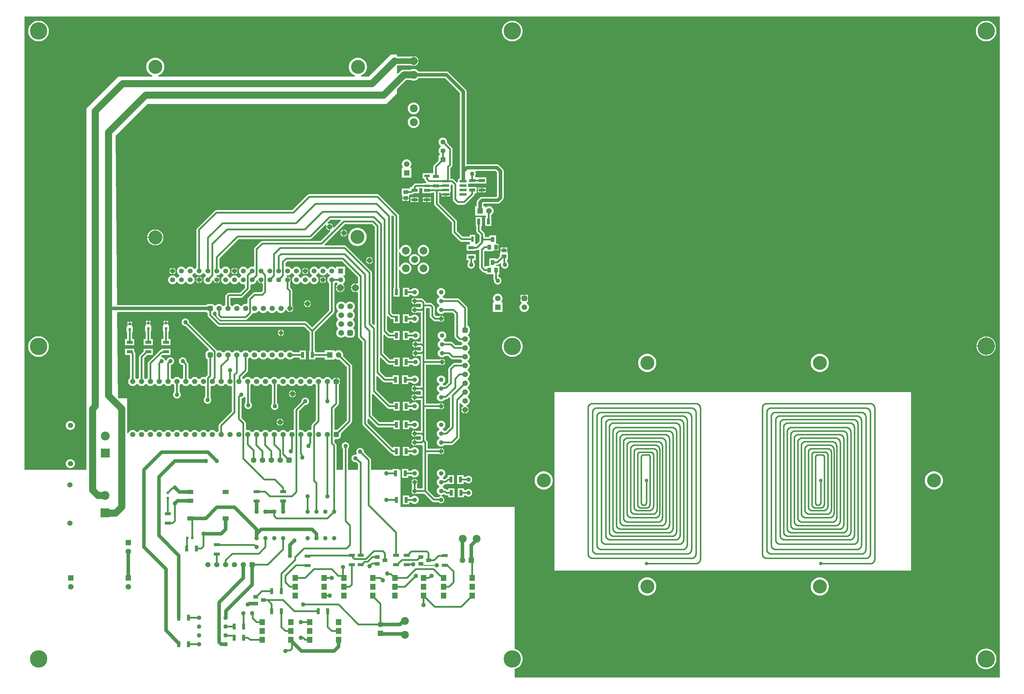
<source format=gtl>
%FSTAX23Y23*%
%MOIN*%
%SFA1B1*%

%IPPOS*%
%AMD25*
4,1,8,0.035800,0.011800,-0.035800,0.011800,-0.038800,0.008900,-0.038800,-0.008900,-0.035800,-0.011800,0.035800,-0.011800,0.038800,-0.008900,0.038800,0.008900,0.035800,0.011800,0.0*
1,1,0.005906,0.035800,0.008900*
1,1,0.005906,-0.035800,0.008900*
1,1,0.005906,-0.035800,-0.008900*
1,1,0.005906,0.035800,-0.008900*
%
%AMD72*
4,1,8,-0.015700,-0.031500,0.015700,-0.031500,0.031500,-0.015700,0.031500,0.015700,0.015700,0.031500,-0.015700,0.031500,-0.031500,0.015700,-0.031500,-0.015700,-0.015700,-0.031500,0.0*
1,1,0.031496,-0.015700,-0.015700*
1,1,0.031496,0.015700,-0.015700*
1,1,0.031496,0.015700,0.015700*
1,1,0.031496,-0.015700,0.015700*
%
%AMD83*
4,1,8,-0.032500,0.016200,-0.032500,-0.016200,-0.016200,-0.032500,0.016200,-0.032500,0.032500,-0.016200,0.032500,0.016200,0.016200,0.032500,-0.016200,0.032500,-0.032500,0.016200,0.0*
1,1,0.032480,-0.016200,0.016200*
1,1,0.032480,-0.016200,-0.016200*
1,1,0.032480,0.016200,-0.016200*
1,1,0.032480,0.016200,0.016200*
%
%AMD84*
4,1,8,0.031500,-0.015700,0.031500,0.015700,0.015700,0.031500,-0.015700,0.031500,-0.031500,0.015700,-0.031500,-0.015700,-0.015700,-0.031500,0.015700,-0.031500,0.031500,-0.015700,0.0*
1,1,0.031496,0.015700,-0.015700*
1,1,0.031496,0.015700,0.015700*
1,1,0.031496,-0.015700,0.015700*
1,1,0.031496,-0.015700,-0.015700*
%
%AMD86*
4,1,8,-0.015000,-0.029900,0.015000,-0.029900,0.029900,-0.015000,0.029900,0.015000,0.015000,0.029900,-0.015000,0.029900,-0.029900,0.015000,-0.029900,-0.015000,-0.015000,-0.029900,0.0*
1,1,0.029921,-0.015000,-0.015000*
1,1,0.029921,0.015000,-0.015000*
1,1,0.029921,0.015000,0.015000*
1,1,0.029921,-0.015000,0.015000*
%
%ADD14C,0.020000*%
%ADD16C,0.015748*%
%ADD17C,0.010000*%
%ADD21R,0.067000X0.036000*%
%ADD22R,0.060992X0.025685*%
%ADD23R,0.031496X0.031496*%
%ADD24R,0.025685X0.060992*%
G04~CAMADD=25~8~0.0~0.0~775.6~236.2~29.5~0.0~15~0.0~0.0~0.0~0.0~0~0.0~0.0~0.0~0.0~0~0.0~0.0~0.0~0.0~775.6~236.2*
%ADD25D25*%
%ADD26R,0.036000X0.067000*%
%ADD27R,0.039370X0.055118*%
%ADD28R,0.056299X0.043307*%
%ADD29R,0.031496X0.031496*%
%ADD30R,0.059842X0.070079*%
%ADD31R,0.055118X0.039370*%
%ADD32R,0.070866X0.047244*%
%ADD43R,0.055000X0.055000*%
%ADD44C,0.055000*%
%ADD53C,0.089000*%
%ADD57C,0.079000*%
%ADD58C,0.087000*%
%ADD68C,0.039370*%
%ADD69C,0.078740*%
%ADD70C,0.062992*%
%ADD71C,0.062992*%
G04~CAMADD=72~8~0.0~0.0~629.9~629.9~157.5~0.0~15~0.0~0.0~0.0~0.0~0~0.0~0.0~0.0~0.0~0~0.0~0.0~0.0~180.0~630.0~630.0*
%ADD72D72*%
%ADD73C,0.063189*%
%ADD74R,0.063189X0.063189*%
%ADD75C,0.157480*%
%ADD76C,0.040000*%
%ADD77R,0.100393X0.100393*%
%ADD78C,0.100393*%
%ADD79C,0.059370*%
%ADD80R,0.063189X0.063189*%
%ADD81C,0.051181*%
%ADD82C,0.064960*%
G04~CAMADD=83~8~0.0~0.0~649.6~649.6~162.4~0.0~15~0.0~0.0~0.0~0.0~0~0.0~0.0~0.0~0.0~0~0.0~0.0~0.0~90.0~650.0~650.0*
%ADD83D83*%
G04~CAMADD=84~8~0.0~0.0~629.9~629.9~157.5~0.0~15~0.0~0.0~0.0~0.0~0~0.0~0.0~0.0~0.0~0~0.0~0.0~0.0~270.0~630.0~630.0*
%ADD84D84*%
%ADD85C,0.059842*%
G04~CAMADD=86~8~0.0~0.0~598.4~598.4~149.6~0.0~15~0.0~0.0~0.0~0.0~0~0.0~0.0~0.0~0.0~0~0.0~0.0~0.0~180.0~598.0~598.0*
%ADD86D86*%
%ADD87C,0.054724*%
%ADD88R,0.054724X0.054724*%
%ADD89C,0.050000*%
%ADD90C,0.059055*%
%ADD91C,0.078740*%
%ADD92C,0.196850*%
%LNmain-1*%
%LPD*%
G36*
X11023Y00003D02*
X1102Y0D01*
X0554*
Y00096*
X05542Y00096*
X05559Y00102*
X05575Y0011*
X0559Y00121*
X05603Y00134*
X05614Y00149*
X05622Y00165*
X05628Y00182*
X05631Y002*
Y00219*
X05628Y00237*
X05622Y00254*
X05614Y0027*
X05603Y00285*
X0559Y00298*
X05575Y00309*
X05559Y00317*
X05542Y00323*
X0554Y00323*
Y0193*
X0425*
Y0235*
X04231*
Y02361*
X0416*
Y0235*
X04106*
X04095Y02352*
X04084*
X04073Y0235*
X03918*
Y0246*
X03917Y02467*
X03914Y02474*
X03909Y02479*
X03909Y02479*
X03837Y02551*
Y0256*
X03834Y02571*
X03829Y02581*
X03821Y02589*
X03811Y02594*
X038Y02597*
X03789*
X03778Y02594*
X03768Y02589*
X0376Y02581*
X03755Y02571*
X03752Y0256*
Y02549*
X03755Y02538*
X03758Y02532*
X0375Y02521*
X03745Y02522*
X03734*
X03723Y02519*
X03713Y02514*
X03705Y02506*
X037Y02496*
X03697Y02485*
Y02474*
X037Y02463*
X03705Y02453*
X03713Y02445*
X03723Y0244*
X03734Y02437*
X03745*
X0375Y02438*
X03762Y02426*
X03768Y02421*
X03768Y02421*
X03771Y02418*
Y0235*
X03658*
Y02587*
X03664Y02593*
X03669Y02603*
X03672Y02614*
Y02625*
X03669Y02636*
X03664Y02646*
X03656Y02654*
X03646Y02659*
X03635Y02662*
X03624*
X03613Y02659*
X03603Y02654*
X03595Y02646*
X0359Y02636*
X03587Y02625*
Y02614*
X0359Y02603*
X03595Y02593*
X03601Y02587*
Y0235*
X03528*
Y02625*
X03527Y02632*
X03524Y02639*
X03519Y02644*
X03519Y02644*
X03503Y02661*
Y02691*
X0351Y02697*
X03539*
X03549Y02699*
X03558Y02702*
X03566Y02708*
X03572Y02716*
X03575Y02725*
X03577Y02735*
Y02762*
X03694Y0288*
X03694Y0288*
X03699Y02885*
X03702Y02892*
X03703Y029*
Y03525*
X03702Y03532*
X03699Y03539*
X03694Y03544*
X03602Y03637*
X03603Y03642*
Y03657*
X03599Y0367*
X03592Y03682*
X03582Y03692*
X0357Y03699*
X03557Y03703*
X03542*
X03529Y03699*
X03517Y03692*
X03516Y03691*
X03503Y03697*
Y03703*
X03396*
Y03678*
X03289*
Y03701*
X03282*
Y03909*
X03494Y04122*
X03499Y04127*
X03502Y04134*
X03503Y04142*
Y04459*
X03505Y0446*
X03514Y04469*
X03515Y04471*
X0353*
X0354Y04461*
X0354Y0445*
X03539Y04449*
X03539Y04449*
X0353Y0444*
X03523Y04429*
X0352Y04416*
Y04415*
X03619*
Y04416*
X03616Y04429*
X03609Y0444*
X03604Y04445*
X03604Y04459*
X03605Y04461*
X03614Y04469*
X0362Y04481*
X03624Y04493*
Y04506*
X0362Y04518*
X03614Y0453*
X03606Y04537*
X03607Y04543*
X03611Y0455*
X03624*
Y04649*
X03525*
Y04636*
X03518Y04632*
X03512Y04631*
X03505Y04639*
X03493Y04645*
X03481Y04649*
X03468*
X03456Y04645*
X03444Y04639*
X03435Y0463*
X03432Y04624*
X03417*
X03414Y0463*
X03405Y04639*
X03393Y04645*
X03381Y04649*
X03368*
X03356Y04645*
X03344Y04639*
X03335Y0463*
X03332Y04624*
X03317*
X03314Y0463*
X03305Y04639*
X03293Y04645*
X03281Y04649*
X03268*
X03256Y04645*
X03244Y04639*
X03235Y0463*
X03229Y04618*
X03225Y04606*
Y04593*
X03229Y04581*
X03235Y04569*
X03244Y0456*
X0325Y04557*
Y04542*
X03244Y04539*
X03235Y0453*
X03232Y04524*
X03217*
X03214Y0453*
X03205Y04539*
X03193Y04545*
X03181Y04549*
X03168*
X03156Y04545*
X03144Y04539*
X03135Y0453*
X03132Y04524*
X03117*
X03114Y0453*
X03105Y04539*
X03099Y04542*
Y04557*
X03105Y0456*
X03114Y04569*
X0312Y04581*
X03124Y04593*
Y04606*
X0312Y04618*
X03114Y0463*
X03105Y04639*
X03093Y04645*
X03081Y04649*
X03068*
X03056Y04645*
X03044Y04639*
X03035Y0463*
X03032Y04624*
X03017*
X03014Y0463*
X03005Y04639*
X02993Y04645*
X02981Y04649*
X02968*
X02963Y04647*
X0295Y04656*
Y0469*
X02971Y04711*
X03588*
X03771Y04528*
Y04463*
X03759Y04456*
X03746Y04459*
X03745*
Y0441*
Y0436*
X03746*
X03759Y04363*
X03771Y04356*
Y0386*
X03772Y03852*
X03775Y03845*
X0378Y0384*
X03821Y03798*
Y0287*
X03822Y02862*
X03825Y02855*
X0383Y0285*
X0414Y0254*
X04145Y02535*
X04152Y02532*
X0416Y02531*
X0417Y02523*
Y02508*
X04241*
Y02611*
X0417*
Y02606*
X04158Y02601*
X03878Y02881*
Y02923*
X0389Y02929*
X0398Y0284*
X03985Y02835*
X03992Y02832*
X04Y02831*
X0417*
Y02808*
X04241*
Y02911*
X0417*
Y02888*
X04011*
X03928Y02971*
Y03203*
X0394Y03209*
X041Y0305*
X041*
X04105Y03045*
X04112Y03042*
X0412Y03041*
X0417*
Y03018*
X04241*
Y03121*
X0417*
Y03098*
X04131*
X03978Y03251*
Y03405*
X0399Y0341*
X0405Y0335*
Y0335*
X04055Y03345*
X04062Y03342*
X0407Y03341*
X0416*
Y03318*
X04231*
Y03421*
X0416*
Y03398*
X04081*
X04018Y03461*
Y03615*
X0403Y0362*
X041Y0355*
X041Y0355*
X04105Y03545*
X04112Y03542*
X0412Y03541*
X0417*
Y03518*
X04241*
Y03621*
X0417*
Y03598*
X04131*
X04058Y03671*
Y03875*
X0407Y0388*
X041Y0385*
X041*
X04105Y03845*
X04112Y03842*
X0412Y03841*
X0417*
Y03818*
X04241*
Y03921*
X0417*
Y03898*
X04131*
X04098Y03931*
Y04083*
X0411Y04089*
X04136Y04063*
X04142Y04059*
X04149Y04056*
X04156Y04055*
X0417*
Y04008*
X04241*
Y04111*
X04199*
X04198Y04111*
X04168*
X04148Y04131*
Y0522*
X04147Y05224*
X04154Y05229*
X04159Y05231*
X04177Y05212*
Y04411*
X0417*
Y04308*
X04241*
Y04411*
X04234*
Y0461*
X04246Y04612*
X04247Y0461*
X04252Y04599*
X04259Y04588*
X04268Y04579*
X04279Y04572*
X0429Y04567*
X04303Y04564*
X04316*
X04329Y04567*
X0434Y04572*
X04351Y04579*
X0436Y04588*
X04367Y04599*
X04372Y0461*
X04375Y04623*
Y04636*
X04372Y04649*
X04367Y0466*
X0436Y04671*
X04351Y0468*
X0434Y04687*
X04329Y04692*
X04316Y04695*
X04303*
X0429Y04692*
X04279Y04687*
X04268Y0468*
X04259Y04671*
X04252Y0466*
X04247Y04649*
X04246Y04647*
X04234Y04649*
Y0481*
X04246Y04812*
X04247Y0481*
X04252Y04799*
X04259Y04788*
X04268Y04779*
X04279Y04772*
X0429Y04767*
X04303Y04764*
X04316*
X04329Y04767*
X0434Y04772*
X04351Y04779*
X0436Y04788*
X04367Y04799*
X04372Y0481*
X04375Y04823*
Y04836*
X04372Y04849*
X04367Y0486*
X0436Y04871*
X04351Y0488*
X0434Y04887*
X04329Y04892*
X04316Y04895*
X04303*
X0429Y04892*
X04279Y04887*
X04268Y0488*
X04259Y04871*
X04252Y0486*
X04247Y04849*
X04246Y04847*
X04234Y04849*
Y05224*
X04233Y05231*
X0423Y05238*
X04225Y05243*
Y05243*
X04009Y05459*
X04004Y05464*
X03997Y05467*
X0399Y05468*
X0322*
X03212Y05467*
X03205Y05464*
X032Y05459*
X032Y05459*
X03028Y05288*
X0217*
X02162Y05287*
X02155Y05284*
X0215Y05279*
X01955Y05084*
X0195Y05079*
X01947Y05072*
X01946Y05065*
Y0464*
X01944Y04639*
X01935Y0463*
X01932Y04624*
X01917*
X01914Y0463*
X01905Y04639*
X01893Y04645*
X01881Y04649*
X01868*
X01856Y04645*
X01844Y04639*
X01835Y0463*
X01832Y04624*
X01817*
X01814Y0463*
X01805Y04639*
X01793Y04645*
X01781Y04649*
X01768*
X01756Y04645*
X01744Y04639*
X01735Y0463*
X01729Y04618*
X01725Y04606*
Y04593*
X01729Y04581*
X01735Y04569*
X01744Y0456*
X0175Y04557*
Y04542*
X01744Y04539*
X01735Y0453*
X01732Y04524*
X01717*
X01714Y0453*
X01705Y04539*
X01693Y04545*
X01681Y04549*
X01668*
X01656Y04545*
X01644Y04539*
X01635Y0453*
X01629Y04518*
X01625Y04506*
Y04493*
X01629Y04481*
X01635Y04469*
X01644Y0446*
X01656Y04454*
X01668Y0445*
X01681*
X01693Y04454*
X01705Y0446*
X01714Y04469*
X01717Y04475*
X01732*
X01735Y04469*
X01744Y0446*
X01756Y04454*
X01768Y0445*
X01781*
X01793Y04454*
X01805Y0446*
X01814Y04469*
X01817Y04475*
X01832*
X01835Y04469*
X01844Y0446*
X01856Y04454*
X01868Y0445*
X01881*
X01893Y04454*
X01905Y0446*
X01914Y04469*
X0192Y04481*
X01924Y04493*
Y04506*
X0192Y04518*
X01914Y0453*
X01905Y04539*
X01899Y04542*
Y04557*
X01905Y0456*
X01914Y04569*
X01917Y04575*
X01932*
X01935Y04569*
X01944Y0456*
X01956Y04554*
X01968Y0455*
X01981*
X01993Y04554*
X02005Y0456*
X02014Y04569*
X02017Y04575*
X02032*
X02035Y04569*
X02044Y0456*
X0205Y04557*
Y04542*
X02044Y04539*
X02035Y0453*
X02029Y04518*
X02025Y04506*
Y04493*
X02029Y04481*
X02035Y04469*
X02044Y0446*
X02056Y04454*
X02068Y0445*
X02081*
X02093Y04454*
X02105Y0446*
X02114Y04469*
X0212Y04481*
X02124Y04493*
Y04497*
X02124Y04497*
X02129Y04496*
X02138Y04491*
X0214Y04485*
X02145Y04477*
X02152Y0447*
X0216Y04465*
X0217Y04462*
Y045*
X02175*
Y04505*
X02212*
X02209Y04514*
X02204Y04522*
X02197Y04529*
X02189Y04534*
X02179Y04537*
X02175*
X02167Y04545*
X0217Y0455*
X02181*
X02193Y04554*
X02205Y0456*
X02214Y04569*
X02217Y04575*
X02232*
X02235Y04569*
X02244Y0456*
X0225Y04557*
Y04542*
X02244Y04539*
X02235Y0453*
X02229Y04518*
X02225Y04506*
Y04493*
X02229Y04481*
X02235Y04469*
X02244Y0446*
X02256Y04454*
X02268Y0445*
X02281*
X02293Y04454*
X02305Y0446*
X02314Y04469*
X02317Y04475*
X02332*
X02335Y04469*
X02344Y0446*
X02356Y04454*
X02368Y0445*
X02381*
X02393Y04454*
X02405Y0446*
X02414Y04469*
X02417Y04475*
X02432*
X02435Y04469*
X02444Y0446*
X02456Y04454*
X02468Y0445*
X02481*
X02484Y04451*
X02496Y04441*
Y04411*
X02438Y04353*
X02311*
X02304Y04352*
X02297Y04349*
X02291Y04344*
X0228Y04333*
X02275Y04327*
X02272Y0432*
X02271Y04313*
Y04218*
X02268Y04216*
X02258Y04206*
X02257Y04204*
X02242*
X02241Y04206*
X02231Y04216*
X02219Y04223*
X02206Y04226*
X02193*
X0218Y04223*
X02168Y04216*
X0216Y04208*
X02151Y04208*
X02145Y0421*
X02141Y04216*
X02133Y04222*
X02124Y04225*
X02114Y04227*
X02085*
X02075Y04225*
X02066Y04222*
X02058Y04216*
X02056Y04212*
X01048*
X0103Y0613*
X0139Y0649*
X0409*
X0421Y0661*
Y06658*
X04313Y06762*
X04367*
X04368Y06761*
X0438Y06756*
X04393Y06753*
X04406*
X04419Y06756*
X04431Y06761*
X04442Y06768*
X04451Y06777*
X04454Y06782*
X04754*
X04922Y06614*
Y0573*
Y05645*
X04921*
X04913Y05643*
X04906Y05638*
X04901Y05631*
X049Y05623*
Y05607*
X04896Y05604*
X04887Y05601*
X04854Y05634*
X04849Y05639*
X04842Y05642*
X04835Y05643*
X04816*
Y05766*
X04829Y0578*
X04834Y05785*
X04837Y05792*
X04838Y058*
Y0598*
X04837Y05987*
X04834Y05994*
X04829Y05999*
X04778Y06051*
X04779Y06053*
Y06066*
X04775Y06079*
X04769Y0609*
X0476Y06099*
X04749Y06105*
X04736Y06109*
X04723*
X0471Y06105*
X04699Y06099*
X0469Y0609*
X04684Y06079*
X0468Y06066*
Y06053*
X04684Y0604*
X0469Y06029*
X04699Y0602*
X04705Y06017*
Y06002*
X04699Y05999*
X0469Y0599*
X04684Y05979*
X0468Y05966*
Y05953*
X04684Y0594*
X0469Y05929*
X04698Y05922*
X04696Y05915*
X04693Y05909*
X0468*
Y0585*
X0463Y05799*
X04625Y05794*
X04622Y05787*
X04621Y0578*
Y05705*
X04598*
X04598Y05706*
X04501*
Y05645*
X04511*
X04521Y0564*
X04522Y05632*
X04525Y05625*
X0453Y0562*
X04542Y05607*
X04537Y05594*
X04501*
Y05591*
X04423*
X04416Y05591*
X04409Y05588*
X04403Y05583*
Y05583*
X0439Y05569*
X04385Y05564*
X04382Y05557*
X04381Y0555*
X04369Y05549*
X04358*
Y05546*
X04356Y05534*
X04263*
Y05455*
X04271*
Y0543*
X0431*
X04348*
Y05455*
X04356*
Y05466*
X04375*
X04382Y05467*
X04389Y0547*
X04395Y05475*
X04398Y05478*
X04461*
Y05535*
X04498*
Y05478*
X04601*
Y05486*
X04631*
Y0536*
X04632Y05352*
X04635Y05345*
X0464Y0534*
X04831Y05148*
Y0504*
X04832Y05032*
X04835Y05025*
X0484Y0502*
X0492Y0494*
Y0494*
X04925Y04935*
X04932Y04932*
X0494Y04931*
X05033*
Y04912*
Y04911*
X0503Y04899*
X04998*
Y04828*
X05101*
Y04835*
X05113Y04835*
X0512Y04836*
X05127Y04839*
X05129Y0484*
X05129Y0484*
X05141Y04835*
X05141Y04834*
Y0464*
X05142Y04632*
X05145Y04625*
X0515Y0462*
X0518Y0459*
X05185Y04585*
X05192Y04582*
X052Y04581*
X05217*
Y04564*
X05301*
Y0451*
X05302Y04502*
X05305Y04495*
X05307Y04494*
Y04484*
X0531Y04473*
X05315Y04463*
X05323Y04455*
X05333Y0445*
X05344Y04447*
X05355*
X05366Y0445*
X05376Y04455*
X05384Y04463*
X05389Y04473*
X05392Y04484*
Y04495*
X05389Y04506*
X05384Y04516*
X05376Y04524*
X05366Y04529*
X05358Y04532*
Y04564*
X05367*
Y04655*
X0533*
Y04668*
X05345*
X05352Y04669*
X05359Y04672*
X05364Y04676*
X05377Y04689*
X05388Y04682*
X05387Y04675*
Y04664*
X0539Y04653*
X05395Y04643*
X05403Y04635*
X05413Y0463*
X05424Y04627*
X05435*
X05446Y0463*
X05456Y04635*
X05464Y04643*
X05469Y04653*
X05472Y04664*
Y04675*
X05469Y04686*
X05464Y04696*
X05456Y04704*
X05453Y04706*
Y04725*
X05466*
Y04804*
X05458*
Y04829*
X0542*
X05381*
Y04804*
X05373*
Y04765*
X05343Y04734*
X0533Y04739*
Y04742*
X05255*
Y04655*
X05217*
X05204Y04649*
X05198Y04655*
Y04824*
X05204Y0483*
X05217Y04824*
X05292*
X05302Y04832*
X05305*
X05325*
Y0487*
X0533*
Y04875*
X05359*
Y04907*
X05341*
X0533Y04911*
Y0492*
Y05002*
X05255*
Y04984*
X05206*
Y05008*
X05201Y05018*
X052Y05023*
X05197Y0503*
X05193Y05036*
X05193Y05036*
X05164Y05065*
Y05108*
X05171*
Y05211*
X051*
Y05108*
X05107*
Y05054*
X05108Y05046*
X05111Y05039*
X05116Y05034*
X05145Y05005*
Y04957*
Y04935*
X05112Y04903*
X05109Y04902*
X05095Y04909*
X05094Y0491*
X05094Y04911*
Y04912*
Y05008*
X05033*
Y04988*
X04951*
X04888Y05051*
Y0516*
X04887Y05167*
X04884Y05174*
X04879Y05179*
X04879*
X04688Y05371*
Y05486*
X04704*
X04706Y05484*
X04713Y05473*
Y0547*
X04811*
Y05473*
X0481Y05478*
X04808Y05483*
X04813Y05491*
X04818Y05498*
X04819Y05506*
Y05523*
X04818Y05531*
X04814Y0554*
X04818Y05548*
X04819Y05556*
Y05572*
X04823Y05575*
X04832Y05578*
X04841Y05568*
Y0541*
X04842Y05402*
X04845Y05395*
X0485Y0539*
X0488Y0536*
Y0536*
X04885Y05355*
X04892Y05352*
X049Y05351*
X0497*
X04977Y05352*
X04984Y05355*
X04989Y0536*
X05079Y0545*
X05084Y05455*
X05087Y05462*
X05088Y0547*
X05096Y0548*
X05111*
Y05551*
X05017*
X05014Y05556*
Y05573*
X05014Y05575*
X05022Y05587*
X05023Y05588*
X05111*
X05118*
X05221*
Y05659*
X05118*
X05111*
X05098*
X05093Y05672*
X05094Y05673*
X05099Y05683*
X05102Y05694*
Y05705*
X05099Y05716*
X05098Y05719*
X05105Y05732*
X05324*
X05342Y05714*
Y05445*
X05334Y05437*
X05173*
X05163Y05436*
X05159Y05435*
X05154Y05432*
X05146Y05426*
X05123Y05403*
X05117Y05395*
X05113Y05386*
X05112Y05376*
Y05333*
X05096*
Y05226*
X05203*
X05216Y05227*
X05218Y05225*
Y05211*
X05208*
Y05108*
X05279*
Y05211*
X05275*
Y05232*
X05282Y05237*
X05292Y05247*
X05299Y05259*
X05303Y05272*
Y05287*
X05299Y053*
X05292Y05312*
X05282Y05322*
X0527Y05329*
X05257Y05333*
X05242*
X05229Y05329*
X05217Y05322*
X05216Y05321*
X05203Y05327*
Y05333*
X05187*
Y05361*
X05188Y05362*
X0535*
X05359Y05363*
X05368Y05367*
X05376Y05373*
X05406Y05403*
X05412Y05411*
X05416Y0542*
X05417Y0543*
Y0573*
X05416Y05739*
X05412Y05748*
X05406Y05756*
X05366Y05796*
X05358Y05802*
X05349Y05806*
X0534Y05807*
X05*
X04997Y05809*
Y0663*
X04996Y06639*
X04992Y06648*
X04986Y06656*
X04796Y06846*
X04788Y06852*
X04779Y06856*
X0477Y06857*
X04454*
X04451Y06862*
X04442Y06871*
X04431Y06878*
X04419Y06883*
X04406Y06886*
X04393*
X0438Y06883*
X04368Y06878*
X04367Y06877*
X0429*
X04275Y06875*
X04261Y0687*
X04249Y0686*
X04221Y06833*
X0421Y06838*
Y06918*
X04217Y06926*
X04377*
X04378Y06925*
X04392Y06921*
X04395*
Y06975*
Y0703*
X04392*
X04378Y07026*
X04377Y07025*
X04215*
X04214Y07025*
X0421Y07027*
Y0705*
X0414*
X0389Y068*
X03805*
X03803Y06812*
X03818Y06819*
X03835Y0683*
X03849Y06844*
X0386Y06861*
X03868Y0688*
X03872Y06899*
Y0692*
X03868Y06939*
X0386Y06958*
X03849Y06975*
X03835Y06989*
X03818Y07*
X03799Y07008*
X0378Y07012*
X03759*
X0374Y07008*
X03721Y07*
X03704Y06989*
X0369Y06975*
X03679Y06958*
X03671Y06939*
X03667Y0692*
Y06899*
X03671Y0688*
X03679Y06861*
X0369Y06844*
X03704Y0683*
X03721Y06819*
X03736Y06812*
X03734Y068*
X01515*
X01513Y06812*
X01528Y06819*
X01545Y0683*
X01559Y06844*
X0157Y06861*
X01578Y0688*
X01582Y06899*
Y0692*
X01578Y06939*
X0157Y06958*
X01559Y06975*
X01545Y06989*
X01528Y07*
X01509Y07008*
X0149Y07012*
X01469*
X0145Y07008*
X01431Y07*
X01414Y06989*
X014Y06975*
X01389Y06958*
X01381Y06939*
X01377Y0692*
Y06899*
X01381Y0688*
X01389Y06861*
X014Y06844*
X01414Y0683*
X01431Y06819*
X01446Y06812*
X01444Y068*
X0106*
X007Y0644*
Y0235*
X0*
Y0748*
X11023*
Y00003*
G37*
G36*
X03579Y05169D02*
X03501Y05091D01*
X03496Y05093*
X03493Y05095*
X03455*
Y05056*
X03456Y05053*
X03458Y05048*
X03348Y04938*
X0269*
X02682Y04937*
X02675Y04934*
X0267Y04929*
X0267*
X02605Y04865*
X02601Y04859*
X02598Y04853*
X02597Y04845*
Y04657*
X02584Y04648*
X02581Y04649*
X02568*
X02556Y04645*
X02544Y04639*
X02535Y0463*
X02532Y04624*
X02517*
X02514Y0463*
X02505Y04639*
X02493Y04645*
X02481Y04649*
X02468*
X02456Y04645*
X02444Y04639*
X02435Y0463*
X02429Y04618*
X02425Y04606*
Y04593*
X02429Y04581*
X02435Y04569*
X02444Y0456*
X0245Y04557*
Y04542*
X02444Y04539*
X02435Y0453*
X02432Y04524*
X02417*
X02414Y0453*
X02405Y04539*
X02393Y04545*
X02381Y04549*
X02368*
X02356Y04545*
X02344Y04539*
X02335Y0453*
X02332Y04524*
X02317*
X02314Y0453*
X02305Y04539*
X02299Y04542*
Y04557*
X02305Y0456*
X02314Y04569*
X0232Y04581*
X02324Y04593*
Y04606*
X0232Y04618*
X02314Y0463*
X02305Y04639*
X02293Y04645*
X02281Y04649*
X02268*
X02256Y04645*
X02244Y04639*
X02235Y0463*
X02232Y04624*
X02217*
X02214Y0463*
X02205Y04639*
X02203Y0464*
Y04743*
X02421Y04961*
X0323*
X03237Y04962*
X03244Y04965*
X03249Y0497*
X03402Y05123*
X03413Y05115*
X0341Y05105*
Y05105*
X03445*
Y05139*
X03444*
X03434Y05136*
X03426Y05147*
X03461Y05181*
X03573*
X03579Y05169*
G37*
G36*
X03035Y04569D02*
X03044Y0456D01*
X0305Y04557*
Y04542*
X03044Y04539*
X03035Y0453*
X03029Y04518*
X03025Y04506*
Y04493*
X03029Y04481*
X03035Y04469*
X03044Y0446*
X03056Y04454*
X03068Y0445*
X03081*
X03093Y04454*
X03105Y0446*
X03114Y04469*
X03117Y04475*
X03132*
X03135Y04469*
X03144Y0446*
X03156Y04454*
X03168Y0445*
X03181*
X03193Y04454*
X03205Y0446*
X03214Y04469*
X03217Y04475*
X03232*
X03235Y04469*
X03244Y0446*
X03256Y04454*
X03268Y0445*
X03281*
X03293Y04454*
X03305Y0446*
X03314Y04469*
X0332Y04481*
X03324Y04493*
Y04506*
X0332Y04518*
X03314Y0453*
X03305Y04539*
X03299Y04542*
Y04557*
X03305Y0456*
X03314Y04569*
X03317Y04575*
X03332*
X03335Y04569*
X03344Y0456*
X03356Y04554*
X03368Y0455*
X03381*
X03393Y04554*
X03405Y0456*
X03414Y04569*
X03417Y04575*
X03432*
X03435Y04569*
X03444Y0456*
X0345Y04557*
Y04542*
X03444Y04539*
X03435Y0453*
X03429Y04518*
X03425Y04506*
Y04493*
X03429Y04481*
X03435Y04469*
X03444Y0446*
X03446Y04459*
Y04153*
X03254Y0396*
X03194Y04019*
X03189Y04024*
X03182Y04027*
X03175Y04028*
X02211*
X02128Y04111*
Y04125*
X02133Y04127*
X02141Y04133*
X02145Y04139*
X02151Y04141*
X0216Y04141*
X02168Y04133*
X02171Y04131*
Y041*
X02172Y04092*
X02175Y04085*
X0218Y0408*
X02205Y04055*
X02205*
X0221Y0405*
X02217Y04047*
X02225Y04046*
X025*
X02507Y04047*
X02514Y0405*
X02519Y04055*
X02569Y04105*
Y04105*
X02574Y0411*
X02577Y04117*
X0259Y04123*
X02593Y04123*
X02606*
X02619Y04126*
X02631Y04133*
X02641Y04143*
X02642Y04145*
X02657*
X02658Y04143*
X02668Y04133*
X0268Y04126*
X02693Y04123*
X02706*
X02719Y04126*
X02731Y04133*
X02741Y04143*
X02742Y04145*
X02757*
X02758Y04143*
X02768Y04133*
X0278Y04126*
X02793Y04123*
X02806*
X02819Y04126*
X02831Y04133*
X02841Y04143*
X02842Y04145*
X02857*
X02858Y04143*
X02868Y04133*
X0288Y04126*
X02893Y04123*
X02906*
X02919Y04126*
X02931Y04133*
X02941Y04143*
X02948Y04155*
X02949Y04159*
X02962*
X02962Y04159*
X02968Y0415*
X02975Y04143*
X02984Y04137*
X02994Y04135*
X02995*
Y04175*
X03*
Y0418*
X03039*
Y0418*
X03037Y0419*
X03031Y04199*
X03028Y04203*
Y04375*
X03027Y04382*
X03024Y04389*
X03019Y04394*
X03003Y04411*
Y04475*
X03004Y04477*
X03009Y04485*
X03012Y04495*
X02975*
Y045*
X0297*
Y04537*
X02968Y04536*
X02964Y04539*
X02961Y04544*
X02961Y04545*
X02968Y0455*
X02968Y0455*
X02981*
X02993Y04554*
X03005Y0456*
X03014Y04569*
X03017Y04575*
X03032*
X03035Y04569*
G37*
G36*
X0268Y04462D02*
X02681Y04463D01*
X02694Y04453*
Y04374*
X02678Y04358*
X026*
X02592Y04357*
X02585Y04354*
X0258Y04349*
Y04349*
X0253Y04299*
X02525Y04294*
X02522Y04287*
X02521Y0428*
Y04236*
X02509Y04226*
X02506Y04226*
X02493*
X0248Y04223*
X02468Y04216*
X02458Y04206*
X02457Y04204*
X02442*
X02441Y04206*
X02431Y04216*
X02419Y04223*
X02406Y04226*
X02393*
X0238Y04223*
X02368Y04216*
X02358Y04206*
X02357Y04204*
X02342*
X02341Y04206*
X02331Y04216*
X02328Y04218*
Y04296*
X0245*
X02457Y04297*
X02464Y043*
X02469Y04305*
X02544Y0438*
X02544Y0438*
X02549Y04385*
X02552Y04392*
X02553Y044*
Y04441*
X02565Y04451*
X02568Y0445*
X02581*
X02593Y04454*
X02605Y0446*
X02614Y04469*
X0262Y04481*
X02624Y04493*
Y04497*
X02624Y04497*
X02629Y04496*
X02638Y04491*
X0264Y04485*
X02645Y04477*
X02652Y0447*
X0266Y04465*
X0267Y04462*
Y045*
X0268*
Y04462*
G37*
G36*
X03961Y05098D02*
Y03994D01*
X03949Y03989*
X03928Y04011*
Y0458*
X03927Y04587*
X03924Y04594*
X03919Y04599*
X03639Y04879*
X03634Y04884*
X03627Y04887*
X0362Y04888*
X03396*
X0339Y049*
X03621Y05131*
X03928*
X03961Y05098*
G37*
G36*
X02058Y04133D02*
X02066Y04127D01*
X02071Y04125*
Y041*
X02072Y04092*
X02075Y04085*
X0208Y0408*
X0218Y0398*
Y0398*
X02185Y03975*
X02192Y03972*
X022Y03971*
X03163*
X03225Y03909*
Y03701*
X03218*
Y03598*
X03289*
Y03621*
X03396*
Y03596*
X03503*
Y03602*
X03516Y03608*
X03517Y03607*
X03529Y036*
X03542Y03596*
X03557*
X03562Y03597*
X03646Y03513*
Y02911*
X03537Y02802*
X0351*
X03503Y02808*
Y03038*
X03544Y0308*
X03549Y03085*
X03552Y03092*
X03553Y031*
Y03313*
X03557Y03317*
X03563Y03325*
X03565Y03335*
Y03345*
X03525*
Y0335*
X0352*
Y0339*
X0351*
X035Y03388*
X03492Y03382*
X03486Y03374*
X03485Y03372*
X03475Y0337*
X03472Y0337*
X03466Y03381*
X03456Y03391*
X03444Y03398*
X03431Y03401*
X03418*
X03405Y03398*
X03393Y03391*
X03383Y03381*
X03382Y03379*
X03367*
X03366Y03381*
X03356Y03391*
X03344Y03398*
X03331Y03401*
X03318*
X03305Y03398*
X03293Y03391*
X03283Y03381*
X03282Y03379*
X03267*
X03266Y03381*
X03256Y03391*
X03244Y03398*
X03231Y03401*
X03218*
X03205Y03398*
X03193Y03391*
X03183Y03381*
X03182Y03379*
X03167*
X03166Y03381*
X03156Y03391*
X03144Y03398*
X03131Y03401*
X03118*
X03105Y03398*
X03093Y03391*
X03083Y03381*
X03082Y03379*
X03067*
X03066Y03381*
X03056Y03391*
X03044Y03398*
X03031Y03401*
X03018*
X03005Y03398*
X02993Y03391*
X02983Y03381*
X02982Y03379*
X02967*
X02966Y03381*
X02956Y03391*
X02944Y03398*
X02931Y03401*
X02918*
X02905Y03398*
X02893Y03391*
X02883Y03381*
X02882Y03379*
X02867*
X02866Y03381*
X02856Y03391*
X02844Y03398*
X02831Y03401*
X02818*
X02805Y03398*
X02793Y03391*
X02783Y03381*
X02782Y03379*
X02767*
X02766Y03381*
X02756Y03391*
X02744Y03398*
X02731Y03401*
X02718*
X02705Y03398*
X02693Y03391*
X02683Y03381*
X02682Y03379*
X02667*
X02666Y03381*
X02656Y03391*
X02644Y03398*
X02631Y03401*
X02618*
X02605Y03398*
X02593Y03391*
X02583Y03381*
X02582Y03379*
X02567*
X02566Y03381*
X02556Y03391*
X02544Y03398*
X02531Y03401*
X02518*
X02505Y03398*
X02493Y03391*
X02483Y03381*
X02482Y03379*
X0247*
X0246Y03389*
Y03395*
X02519Y03455*
X02519*
X02524Y0346*
X02527Y03467*
X02528Y03475*
Y03606*
X02531Y03608*
X02541Y03618*
X02542Y0362*
X02557*
X02558Y03618*
X02568Y03608*
X0258Y03601*
X02593Y03598*
X02606*
X02619Y03601*
X02631Y03608*
X02641Y03618*
X02642Y0362*
X02657*
X02658Y03618*
X02668Y03608*
X0268Y03601*
X02693Y03598*
X02706*
X02719Y03601*
X02731Y03608*
X02741Y03618*
X02742Y0362*
X02757*
X02758Y03618*
X02768Y03608*
X0278Y03601*
X02793Y03598*
X02806*
X02819Y03601*
X02831Y03608*
X02841Y03618*
X02842Y0362*
X02857*
X02858Y03618*
X02868Y03608*
X0288Y03601*
X02893Y03598*
X02906*
X02919Y03601*
X02931Y03608*
X02941Y03618*
X02942Y0362*
X02957*
X02958Y03618*
X02968Y03608*
X0298Y03601*
X02993Y03598*
X03006*
X03019Y03601*
X03031Y03608*
X03041Y03618*
X03043Y03621*
X0311*
Y03598*
X03181*
Y03701*
X0311*
Y03678*
X03043*
X03041Y03681*
X03031Y03691*
X03019Y03698*
X03006Y03701*
X02993*
X0298Y03698*
X02968Y03691*
X02958Y03681*
X02957Y03679*
X02942*
X02941Y03681*
X02931Y03691*
X02919Y03698*
X02906Y03701*
X02893*
X0288Y03698*
X02868Y03691*
X02858Y03681*
X02857Y03679*
X02842*
X02841Y03681*
X02831Y03691*
X02819Y03698*
X02806Y03701*
X02793*
X0278Y03698*
X02768Y03691*
X02758Y03681*
X02757Y03679*
X02742*
X02741Y03681*
X02731Y03691*
X02719Y03698*
X02706Y03701*
X02693*
X0268Y03698*
X02668Y03691*
X02658Y03681*
X02657Y03679*
X02642*
X02641Y03681*
X02631Y03691*
X02619Y03698*
X02606Y03701*
X02593*
X0258Y03698*
X02568Y03691*
X02558Y03681*
X02557Y03679*
X02542*
X02541Y03681*
X02531Y03691*
X02519Y03698*
X02506Y03701*
X02493*
X0248Y03698*
X02468Y03691*
X02458Y03681*
X02457Y03679*
X02442*
X02441Y03681*
X02431Y03691*
X02419Y03698*
X02406Y03701*
X02393*
X0238Y03698*
X02368Y03691*
X02358Y03681*
X02357Y03679*
X02342*
X02341Y03681*
X02331Y03691*
X02319Y03698*
X02306Y03701*
X02293*
X0228Y03698*
X02268Y03691*
X02258Y03681*
X02257Y03679*
X02242*
X02241Y03681*
X02231Y03691*
X02219Y03698*
X02206Y03701*
X02193*
X0218Y03698*
X02174Y03704*
X02169Y03709*
Y03709*
X01862Y04016*
Y04025*
X01859Y04036*
X01854Y04046*
X01846Y04054*
X01836Y04059*
X01825Y04062*
X01814*
X01803Y04059*
X01793Y04054*
X01785Y04046*
X0178Y04036*
X01777Y04025*
Y04014*
X0178Y04003*
X01785Y03993*
X01793Y03985*
X01803Y0398*
X01814Y03977*
X01823*
X02086Y03714*
X0208Y03701*
X02075Y037*
X02066Y03697*
X02058Y03691*
X02052Y03683*
X02049Y03674*
X02047Y03664*
Y03635*
X02049Y03625*
X02052Y03616*
X02058Y03608*
X02066Y03602*
X02071Y036*
Y03424*
X02055Y03407*
X0205Y03402*
X02049Y03399*
X02044Y03398*
X02031Y03401*
X02018*
X02005Y03398*
X01993Y03391*
X01983Y03381*
X01982Y03379*
X01967*
X01966Y03381*
X01956Y03391*
X01944Y03398*
X01931Y03401*
X01918*
X01905Y03398*
X01893Y03391*
X01883Y03381*
X01882Y03379*
X01867*
X01866Y03381*
X01856Y03391*
X01853Y03393*
Y03545*
X01852Y03552*
X01849Y03559*
X01844Y03564*
X01844*
X01832Y03576*
Y03585*
X01829Y03596*
X01824Y03606*
X01816Y03614*
X01806Y03619*
X01795Y03622*
X01784*
X01773Y03619*
X01763Y03614*
X01755Y03606*
X0175Y03596*
X01747Y03585*
Y03574*
X0175Y03563*
X01755Y03553*
X01763Y03545*
X01773Y0354*
X01784Y03537*
X01793*
X01796Y03533*
Y03393*
X01793Y03391*
X01783Y03381*
X01782Y03379*
X01767*
X01766Y03381*
X01756Y03391*
X01744Y03398*
X01731Y03401*
X01718*
X01705Y03398*
X01693Y03391*
X01683Y03381*
X01682Y03379*
X01667*
X01666Y03381*
X01656Y03391*
X01653Y03393*
Y03537*
X01655*
X01666Y0354*
X01676Y03545*
X01684Y03553*
X01689Y03563*
X01692Y03574*
Y03585*
X01689Y03596*
X01684Y03606*
X01676Y03614*
X01666Y03619*
X01655Y03622*
X01644*
X01633Y03619*
X01623Y03614*
X01615Y03606*
X0161Y03596*
X01607Y03587*
X01605Y03585*
X01601Y03585*
X016Y03586*
X01591Y03592*
X01589Y03596*
X01584Y03606*
X01576Y03614*
X01566Y03619*
X01555Y03622*
X0155*
X01545Y03635*
X01559Y0365*
X01651*
Y03721*
X01548*
Y03707*
X01542Y03707*
X01535Y03704*
X0153Y03699*
X01405Y03574*
X014Y03569*
X01397Y03562*
X01396Y03555*
Y03393*
X01393Y03391*
X01383Y03381*
X01382Y03379*
X01367*
X01366Y03381*
X01356Y03391*
X01353Y03393*
Y03614*
X01388Y0365*
X01451*
Y03721*
X01348*
Y03689*
X01305Y03646*
X013Y0364*
X01297Y03633*
X01296Y03626*
Y03393*
X01293Y03391*
X01283Y03381*
X01282Y03379*
X01267*
X01266Y03381*
X01256Y03391*
X01253Y03393*
Y03666*
X01252Y03673*
X01249Y0368*
X01244Y03686*
Y03686*
X01241Y03689*
Y03721*
X01138*
Y0365*
X01196*
Y03393*
X01193Y03391*
X01183Y03381*
X01176Y03369*
X01173Y03356*
Y03343*
X01176Y0333*
X01183Y03318*
X01193Y03308*
X01205Y03301*
X01218Y03298*
X01231*
X01244Y03301*
X01256Y03308*
X01266Y03318*
X01267Y0332*
X01282*
X01283Y03318*
X01293Y03308*
X01305Y03301*
X01318Y03298*
X01331*
X01344Y03301*
X01356Y03308*
X01366Y03318*
X01367Y0332*
X01382*
X01383Y03318*
X01393Y03308*
X01405Y03301*
X01418Y03298*
X01431*
X01444Y03301*
X01456Y03308*
X01466Y03318*
X01467Y0332*
X01482*
X01483Y03318*
X01493Y03308*
X01505Y03301*
X01518Y03298*
X01531*
X01544Y03301*
X01556Y03308*
X01566Y03318*
X01567Y0332*
X01582*
X01583Y03318*
X01593Y03308*
X01605Y03301*
X01618Y03298*
X01631*
X01644Y03301*
X01656Y03308*
X01666Y03318*
X01667Y0332*
X01682*
X01683Y03318*
X01693Y03308*
X01696Y03306*
Y03232*
X0169Y03226*
X01685Y03216*
X01682Y03205*
Y03194*
X01685Y03183*
X0169Y03173*
X01698Y03165*
X01708Y0316*
X01719Y03157*
X0173*
X01741Y0316*
X01751Y03165*
X01759Y03173*
X01764Y03183*
X01767Y03194*
Y03205*
X01764Y03216*
X01759Y03226*
X01753Y03232*
Y03306*
X01756Y03308*
X01766Y03318*
X01767Y0332*
X01782*
X01783Y03318*
X01793Y03308*
X01805Y03301*
X01818Y03298*
X01831*
X01844Y03301*
X01856Y03308*
X01866Y03318*
X01867Y0332*
X01882*
X01883Y03318*
X01893Y03308*
X01905Y03301*
X01918Y03298*
X01931*
X01944Y03301*
X01956Y03308*
X01966Y03318*
X01967Y0332*
X01982*
X01983Y03318*
X01993Y03308*
X02005Y03301*
X02018Y03298*
X02031*
X02033Y03298*
X02046Y03288*
Y03176*
X02043Y03174*
X02035Y03166*
X0203Y03156*
X02027Y03145*
Y03134*
X0203Y03123*
X02035Y03113*
X02043Y03105*
X02053Y031*
X02064Y03097*
X02075*
X02086Y031*
X02096Y03105*
X02104Y03113*
X02109Y03123*
X02112Y03134*
Y03145*
X02109Y03156*
X02104Y03166*
X02103Y03167*
Y03289*
X02115Y03298*
X02118Y03298*
X02131*
X02144Y03301*
X02156Y03308*
X02166Y03318*
X02167Y0332*
X02182*
X02183Y03318*
X02193Y03308*
X02205Y03301*
X02218Y03298*
X02231*
X02244Y03301*
X02256Y03308*
X02266Y03318*
X02267Y0332*
X02282*
X02283Y03318*
X02293Y03308*
X02305Y03301*
X02318Y03298*
X02331*
X02334Y03298*
X02346Y03288*
Y03011*
X02205Y02869*
X022Y02864*
X02197Y02857*
X02196Y0285*
Y02793*
X02193Y02791*
X02183Y02781*
X02182Y02779*
X02167*
X02166Y02781*
X02156Y02791*
X02144Y02798*
X02131Y02801*
X02118*
X02105Y02798*
X02093Y02791*
X02083Y02781*
X02082Y02779*
X02067*
X02066Y02781*
X02056Y02791*
X02044Y02798*
X02031Y02801*
X02018*
X02005Y02798*
X01993Y02791*
X01983Y02781*
X01982Y02779*
X01967*
X01966Y02781*
X01956Y02791*
X01944Y02798*
X01931Y02801*
X01918*
X01905Y02798*
X01893Y02791*
X01883Y02781*
X01882Y02779*
X01867*
X01866Y02781*
X01856Y02791*
X01844Y02798*
X01831Y02801*
X01818*
X01805Y02798*
X01793Y02791*
X01783Y02781*
X01782Y02779*
X01767*
X01766Y02781*
X01756Y02791*
X01744Y02798*
X01731Y02801*
X01718*
X01705Y02798*
X01693Y02791*
X01683Y02781*
X01682Y02779*
X01667*
X01666Y02781*
X01656Y02791*
X01644Y02798*
X01631Y02801*
X01618*
X01605Y02798*
X01593Y02791*
X01583Y02781*
X01582Y02779*
X01567*
X01566Y02781*
X01556Y02791*
X01544Y02798*
X01531Y02801*
X01518*
X01505Y02798*
X01493Y02791*
X01483Y02781*
X01482Y02779*
X01467*
X01466Y02781*
X01456Y02791*
X01444Y02798*
X01431Y02801*
X01418*
X01405Y02798*
X01393Y02791*
X01383Y02781*
X01382Y02779*
X01367*
X01366Y02781*
X01356Y02791*
X01344Y02798*
X01331Y02801*
X01318*
X01305Y02798*
X01293Y02791*
X01283Y02781*
X01282Y02779*
X01267*
X01266Y02781*
X01256Y02791*
X01244Y02798*
X01231Y02801*
X01218*
X01205Y02798*
X01193Y02791*
X01183Y02781*
X01176Y02769*
X01175Y02764*
X01162Y02766*
Y0316*
X01061*
X01058Y03162*
X01049Y04127*
X01058Y04137*
X02056*
X02058Y04133*
G37*
G36*
X03183Y03318D02*
X03193Y03308D01*
X03205Y03301*
X03218Y03298*
X03231*
X03244Y03301*
X03256Y03308*
X03266Y03318*
X03267Y0332*
X03282*
X03283Y03318*
X03293Y03308*
X03296Y03306*
Y02911*
X03255Y02869*
X0325Y02864*
X03247Y02857*
X03246Y0285*
Y02811*
X03234Y02801*
X03231Y02801*
X03218*
X03205Y02798*
X03193Y02791*
X03183Y02781*
X03182Y02779*
X03167*
X03166Y02781*
X03156Y02791*
X03144Y02798*
X03131Y02801*
X03118*
X03115Y02801*
X03103Y02811*
Y03013*
X03171Y03082*
X0318*
X03191Y03085*
X03201Y0309*
X03209Y03098*
X03214Y03108*
X03217Y03119*
Y0313*
X03214Y03141*
X03209Y03151*
X03201Y03159*
X03191Y03164*
X0318Y03167*
X03169*
X03158Y03164*
X03148Y03159*
X0314Y03151*
X03135Y03141*
X03132Y0313*
Y03121*
X03055Y03044*
X0305Y03039*
X03047Y03032*
X03046Y03025*
Y02811*
X03034Y02801*
X03031Y02801*
X03018*
X03005Y02798*
X02993Y02791*
X02983Y02781*
X02982Y02779*
X02967*
X02966Y02781*
X02956Y02791*
X02944Y02798*
X02931Y02801*
X02918*
X02905Y02798*
X02893Y02791*
X02883Y02781*
X02882Y02779*
X02867*
X02866Y02781*
X02856Y02791*
X02844Y02798*
X02831Y02801*
X02818*
X02805Y02798*
X02793Y02791*
X02783Y02781*
X02782Y02779*
X02767*
X02766Y02781*
X02756Y02791*
X02744Y02798*
X02731Y02801*
X02718*
X02705Y02798*
X02693Y02791*
X02683Y02781*
X02682Y02779*
X02667*
X02666Y02781*
X02656Y02791*
X02644Y02798*
X02631Y02801*
X02618*
X02605Y02798*
X02593Y02791*
X02583Y02781*
X02582Y02779*
X02567*
X02566Y02781*
X02556Y02791*
X02544Y02798*
X02531Y02801*
X02518*
X02515Y02801*
X02503Y02811*
Y02875*
X02502Y02882*
X02499Y02889*
X02494Y02894*
X02494*
X02453Y02936*
Y03157*
X02455*
X02466Y0316*
X02476Y03165*
X02484Y03173*
X02486Y03177*
X02499Y03174*
Y0311*
X02495Y03106*
X0249Y03096*
X02487Y03085*
Y03074*
X0249Y03063*
X02495Y03053*
X02503Y03045*
X02513Y0304*
X02524Y03037*
X02535*
X02546Y0304*
X02556Y03045*
X02564Y03053*
X02569Y03063*
X02572Y03074*
Y03085*
X02569Y03096*
X02564Y03106*
X02556Y03114*
X02555Y03114*
Y03307*
X02556Y03308*
X02566Y03318*
X02567Y0332*
X02582*
X02583Y03318*
X02593Y03308*
X02605Y03301*
X02618Y03298*
X02631*
X02644Y03301*
X02656Y03308*
X02666Y03318*
X02667Y0332*
X02682*
X02683Y03318*
X02693Y03308*
X02705Y03301*
X02718Y03298*
X02731*
X02744Y03301*
X02756Y03308*
X02766Y03318*
X02767Y0332*
X02782*
X02783Y03318*
X02793Y03308*
X02799Y03305*
Y031*
X02795Y03096*
X0279Y03086*
X02787Y03075*
Y03064*
X0279Y03053*
X02795Y03043*
X02803Y03035*
X02813Y0303*
X02824Y03027*
X02835*
X02846Y0303*
X02856Y03035*
X02864Y03043*
X02869Y03053*
X02872Y03064*
Y03075*
X02869Y03086*
X02864Y03096*
X02856Y03104*
X02855Y03104*
Y03307*
X02856Y03308*
X02866Y03318*
X02867Y0332*
X02882*
X02883Y03318*
X02893Y03308*
X02905Y03301*
X02918Y03298*
X02931*
X02944Y03301*
X02956Y03308*
X02966Y03318*
X02967Y0332*
X02982*
X02983Y03318*
X02993Y03308*
X03005Y03301*
X03018Y03298*
X03031*
X03044Y03301*
X03056Y03308*
X03066Y03318*
X03067Y0332*
X03082*
X03083Y03318*
X03093Y03308*
X03105Y03301*
X03118Y03298*
X03131*
X03144Y03301*
X03156Y03308*
X03166Y03318*
X03167Y0332*
X03182*
X03183Y03318*
G37*
%LNmain-2*%
%LPC*%
G36*
X10879Y07431D02*
X1086D01*
X10842Y07428*
X10825Y07422*
X10809Y07414*
X10794Y07403*
X10781Y0739*
X1077Y07375*
X10762Y07359*
X10756Y07342*
X10753Y07324*
Y07305*
X10756Y07287*
X10762Y0727*
X1077Y07254*
X10781Y07239*
X10794Y07226*
X10809Y07215*
X10825Y07207*
X10842Y07201*
X1086Y07198*
X10879*
X10897Y07201*
X10914Y07207*
X1093Y07215*
X10945Y07226*
X10958Y07239*
X10969Y07254*
X10977Y0727*
X10983Y07287*
X10986Y07305*
Y07324*
X10983Y07342*
X10977Y07359*
X10969Y07375*
X10958Y0739*
X10945Y07403*
X1093Y07414*
X10914Y07422*
X10897Y07428*
X10879Y07431*
G37*
G36*
X05524D02*
X05505D01*
X05487Y07428*
X0547Y07422*
X05454Y07414*
X05439Y07403*
X05426Y0739*
X05415Y07375*
X05407Y07359*
X05401Y07342*
X05398Y07324*
Y07305*
X05401Y07287*
X05407Y0727*
X05415Y07254*
X05426Y07239*
X05439Y07226*
X05454Y07215*
X0547Y07207*
X05487Y07201*
X05505Y07198*
X05524*
X05542Y07201*
X05559Y07207*
X05575Y07215*
X0559Y07226*
X05603Y07239*
X05614Y07254*
X05622Y0727*
X05628Y07287*
X05631Y07305*
Y07324*
X05628Y07342*
X05622Y07359*
X05614Y07375*
X05603Y0739*
X0559Y07403*
X05575Y07414*
X05559Y07422*
X05542Y07428*
X05524Y07431*
G37*
G36*
X00169D02*
X0015D01*
X00132Y07428*
X00115Y07422*
X00099Y07414*
X00084Y07403*
X00071Y0739*
X0006Y07375*
X00052Y07359*
X00046Y07342*
X00043Y07324*
Y07305*
X00046Y07287*
X00052Y0727*
X0006Y07254*
X00071Y07239*
X00084Y07226*
X00099Y07215*
X00115Y07207*
X00132Y07201*
X0015Y07198*
X00169*
X00187Y07201*
X00204Y07207*
X0022Y07215*
X00235Y07226*
X00248Y07239*
X00259Y07254*
X00267Y0727*
X00273Y07287*
X00276Y07305*
Y07324*
X00273Y07342*
X00267Y07359*
X00259Y07375*
X00248Y0739*
X00235Y07403*
X0022Y07414*
X00204Y07422*
X00187Y07428*
X00169Y07431*
G37*
G36*
X04407Y0703D02*
X04405D01*
Y0698*
X04454*
Y06983*
X0445Y06996*
X04443Y07009*
X04433Y07019*
X04421Y07026*
X04407Y0703*
G37*
G36*
X04454Y0697D02*
X04405D01*
Y06921*
X04407*
X04421Y06925*
X04433Y06932*
X04443Y06942*
X0445Y06954*
X04454Y06968*
Y0697*
G37*
G36*
X04406Y06506D02*
X04393D01*
X0438Y06503*
X04368Y06498*
X04357Y06491*
X04348Y06482*
X04341Y06471*
X04336Y06459*
X04333Y06446*
Y06433*
X04336Y0642*
X04341Y06408*
X04348Y06397*
X04357Y06388*
X04368Y06381*
X0438Y06376*
X04393Y06373*
X04406*
X04419Y06376*
X04431Y06381*
X04442Y06388*
X04451Y06397*
X04458Y06408*
X04463Y0642*
X04466Y06433*
Y06446*
X04463Y06459*
X04458Y06471*
X04451Y06482*
X04442Y06491*
X04431Y06498*
X04419Y06503*
X04406Y06506*
G37*
G36*
Y0635D02*
X04393D01*
X0438Y06347*
X04368Y06342*
X04357Y06335*
X04348Y06326*
X04341Y06315*
X04336Y06303*
X04333Y0629*
Y06277*
X04336Y06264*
X04341Y06252*
X04348Y06241*
X04357Y06232*
X04368Y06225*
X0438Y0622*
X04393Y06217*
X04406*
X04419Y0622*
X04431Y06225*
X04442Y06232*
X04451Y06241*
X04458Y06252*
X04463Y06264*
X04466Y06277*
Y0629*
X04463Y06303*
X04458Y06315*
X04451Y06326*
X04442Y06335*
X04431Y06342*
X04419Y06347*
X04406Y0635*
G37*
G36*
X04327Y05863D02*
X04312D01*
X04299Y05859*
X04287Y05852*
X04277Y05842*
X0427Y0583*
X04266Y05817*
Y05802*
X0427Y05789*
X04277Y05777*
X04278Y05776*
X04272Y05763*
X04266*
Y05656*
X04373*
Y05763*
X04367*
X04361Y05776*
X04362Y05777*
X04369Y05789*
X04373Y05802*
Y05817*
X04369Y0583*
X04362Y05842*
X04352Y05852*
X0434Y05859*
X04327Y05863*
G37*
G36*
X05213Y05544D02*
X05175D01*
Y05521*
X05213*
Y05544*
G37*
G36*
X05165D02*
X05126D01*
Y05521*
X05165*
Y05544*
G37*
G36*
X05213Y05511D02*
X05175D01*
Y05488*
X05213*
Y05511*
G37*
G36*
X05165D02*
X05126D01*
Y05488*
X05165*
Y05511*
G37*
G36*
X04811Y0546D02*
X04767D01*
Y05442*
X04798*
X04803Y05443*
X04807Y05446*
X0481Y05451*
X04811Y05456*
Y0546*
G37*
G36*
X04757D02*
X04713D01*
Y05456*
X04714Y05451*
X04717Y05446*
X04721Y05443*
X04726Y05442*
X04757*
Y0546*
G37*
G36*
X04593Y05434D02*
X04555D01*
Y05411*
X04593*
Y05434*
G37*
G36*
X04453D02*
X04415D01*
Y05411*
X04453*
Y05434*
G37*
G36*
X04545D02*
X04506D01*
Y05411*
X04545*
Y05434*
G37*
G36*
X04405D02*
X04366D01*
Y05411*
X04405*
Y05434*
G37*
G36*
X04348Y0542D02*
X04315D01*
Y05393*
X04348*
Y0542*
G37*
G36*
X04305D02*
X04271D01*
Y05393*
X04305*
Y0542*
G37*
G36*
X04593Y05401D02*
X04555D01*
Y05378*
X04593*
Y05401*
G37*
G36*
X04545D02*
X04506D01*
Y05378*
X04545*
Y05401*
G37*
G36*
X04453D02*
X04415D01*
Y05378*
X04453*
Y05401*
G37*
G36*
X04405D02*
X04366D01*
Y05378*
X04405*
Y05401*
G37*
G36*
X01488Y0507D02*
X01485D01*
Y04985*
X0157*
Y04988*
X01567Y05006*
X0156Y05022*
X0155Y05037*
X01537Y0505*
X01522Y0506*
X01506Y05067*
X01488Y0507*
G37*
G36*
X01475D02*
X01471D01*
X01453Y05067*
X01437Y0506*
X01422Y0505*
X01409Y05037*
X01399Y05022*
X01392Y05006*
X01389Y04988*
Y04985*
X01475*
Y0507*
G37*
G36*
X0157Y04975D02*
X01485D01*
Y04889*
X01488*
X01506Y04892*
X01522Y04899*
X01537Y04909*
X0155Y04922*
X0156Y04937*
X01567Y04953*
X0157Y04971*
Y04975*
G37*
G36*
X01475D02*
X01389D01*
Y04971*
X01392Y04953*
X01399Y04937*
X01409Y04922*
X01422Y04909*
X01437Y04899*
X01453Y04892*
X01471Y04889*
X01475*
Y04975*
G37*
G36*
X05458Y04866D02*
X05425D01*
Y04839*
X05458*
Y04866*
G37*
G36*
X05415D02*
X05381D01*
Y04839*
X05415*
Y04866*
G37*
G36*
X05359Y04865D02*
X05335D01*
Y04832*
X05359*
Y04865*
G37*
G36*
X04516Y04895D02*
X04503D01*
X0449Y04892*
X04479Y04887*
X04468Y0488*
X04459Y04871*
X04452Y0486*
X04447Y04849*
X04444Y04836*
Y04823*
X04447Y0481*
X04452Y04799*
X04459Y04788*
X04468Y04779*
X04479Y04772*
X0449Y04767*
X04503Y04764*
X04516*
X04529Y04767*
X0454Y04772*
X04551Y04779*
X0456Y04788*
X04567Y04799*
X04572Y0481*
X04575Y04823*
Y04836*
X04572Y04849*
X04567Y0486*
X0456Y04871*
X04551Y0488*
X0454Y04887*
X04529Y04892*
X04516Y04895*
G37*
G36*
X04416Y04791D02*
X04403D01*
X04392Y04788*
X0438Y04784*
X0437Y04777*
X04362Y04769*
X04355Y04759*
X04351Y04747*
X04348Y04736*
Y04723*
X04351Y04712*
X04355Y047*
X04362Y0469*
X0437Y04682*
X0438Y04675*
X04392Y04671*
X04403Y04668*
X04416*
X04427Y04671*
X04439Y04675*
X04449Y04682*
X04457Y0469*
X04464Y047*
X04468Y04712*
X04471Y04723*
Y04736*
X04468Y04747*
X04464Y04759*
X04457Y04769*
X04449Y04777*
X04439Y04784*
X04427Y04788*
X04416Y04791*
G37*
G36*
X05101Y04791D02*
X04998D01*
Y0472*
X05021*
Y04702*
X05015Y04696*
X0501Y04686*
X05007Y04675*
Y04664*
X0501Y04653*
X05015Y04643*
X05023Y04635*
X05033Y0463*
X05044Y04627*
X05055*
X05066Y0463*
X05076Y04635*
X05084Y04643*
X05089Y04653*
X05092Y04664*
Y04675*
X05089Y04686*
X05084Y04696*
X05078Y04702*
Y0472*
X05101*
Y04791*
G37*
G36*
X0318Y04637D02*
Y04605D01*
X03212*
X03209Y04614*
X03204Y04622*
X03197Y04629*
X03189Y04634*
X0318Y04637*
G37*
G36*
X0317D02*
X0316Y04634D01*
X03152Y04629*
X03145Y04622*
X0314Y04614*
X03137Y04605*
X0317*
Y04637*
G37*
G36*
X0168D02*
Y04605D01*
X01712*
X01709Y04614*
X01704Y04622*
X01697Y04629*
X01689Y04634*
X0168Y04637*
G37*
G36*
X0167D02*
X0166Y04634D01*
X01652Y04629*
X01645Y04622*
X0164Y04614*
X01637Y04605*
X0167*
Y04637*
G37*
G36*
X04516Y04695D02*
X04503D01*
X0449Y04692*
X04479Y04687*
X04468Y0468*
X04459Y04671*
X04452Y0466*
X04447Y04649*
X04444Y04636*
Y04623*
X04447Y0461*
X04452Y04599*
X04459Y04588*
X04468Y04579*
X04479Y04572*
X0449Y04567*
X04503Y04564*
X04516*
X04529Y04567*
X0454Y04572*
X04551Y04579*
X0456Y04588*
X04567Y04599*
X04572Y0461*
X04575Y04623*
Y04636*
X04572Y04649*
X04567Y0466*
X0456Y04671*
X04551Y0468*
X0454Y04687*
X04529Y04692*
X04516Y04695*
G37*
G36*
X03212Y04595D02*
X0318D01*
Y04562*
X03189Y04565*
X03197Y0457*
X03204Y04577*
X03209Y04585*
X03212Y04595*
G37*
G36*
X0317D02*
X03137D01*
X0314Y04585*
X03145Y04577*
X03152Y0457*
X0316Y04565*
X0317Y04562*
Y04595*
G37*
G36*
X01712D02*
X0168D01*
Y04562*
X01689Y04565*
X01697Y0457*
X01704Y04577*
X01709Y04585*
X01712Y04595*
G37*
G36*
X0167D02*
X01637D01*
X0164Y04585*
X01645Y04577*
X01652Y0457*
X0166Y04565*
X0167Y04562*
Y04595*
G37*
G36*
X0198Y04537D02*
Y04505D01*
X02012*
X02009Y04514*
X02004Y04522*
X01997Y04529*
X01989Y04534*
X0198Y04537*
G37*
G36*
X0197D02*
X0196Y04534D01*
X01952Y04529*
X01945Y04522*
X0194Y04514*
X01937Y04505*
X0197*
Y04537*
G37*
G36*
X02212Y04495D02*
X0218D01*
Y04462*
X02189Y04465*
X02197Y0447*
X02204Y04477*
X02209Y04485*
X02212Y04495*
G37*
G36*
X02012D02*
X0198D01*
Y04462*
X01989Y04465*
X01997Y0447*
X02004Y04477*
X02009Y04485*
X02012Y04495*
G37*
G36*
X0197D02*
X01937D01*
X0194Y04485*
X01945Y04477*
X01952Y0447*
X0196Y04465*
X0197Y04462*
Y04495*
G37*
G36*
X03735Y04459D02*
X03733D01*
X0372Y04456*
X03709Y04449*
X037Y0444*
X03693Y04429*
X0369Y04416*
Y04415*
X03735*
Y04459*
G37*
G36*
Y04405D02*
X0369D01*
Y04403*
X03693Y0439*
X037Y04379*
X03709Y0437*
X0372Y04363*
X03733Y0436*
X03735*
Y04405*
G37*
G36*
X03619D02*
X03575D01*
Y0436*
X03576*
X03589Y04363*
X036Y0437*
X03609Y04379*
X03616Y0439*
X03619Y04403*
Y04405*
G37*
G36*
X03565D02*
X0352D01*
Y04403*
X03523Y0439*
X0353Y04379*
X03539Y0437*
X0355Y04363*
X03563Y0436*
X03565*
Y04405*
G37*
G36*
X04349Y04411D02*
X04278D01*
Y04308*
X04349*
Y04331*
X04371*
X04372Y0433*
X0438Y04322*
X04391Y04315*
X04403Y04312*
X04416*
X04428Y04315*
X04439Y04322*
X04447Y0433*
X04454Y04341*
X04457Y04353*
Y04366*
X04454Y04378*
X04447Y04389*
X04439Y04397*
X04428Y04404*
X04416Y04407*
X04403*
X04391Y04404*
X0438Y04397*
X04372Y04389*
X04371Y04388*
X04349*
Y04411*
G37*
G36*
X05691Y04331D02*
X05655D01*
Y04295*
X05691*
Y04331*
G37*
G36*
X05645D02*
X05608D01*
Y04295*
X05645*
Y04331*
G37*
G36*
X04405Y04295D02*
X04396Y04293D01*
X04388Y04288*
X04381Y04281*
X04376Y04273*
X04374Y04265*
X04405*
Y04295*
G37*
G36*
X03687Y04254D02*
X03672D01*
X03659Y0425*
X03646Y04243*
X03637Y04234*
X0363Y04233*
X03629*
X03622Y04234*
X03613Y04243*
X036Y0425*
X03587Y04254*
X03572*
X03559Y0425*
X03546Y04243*
X03536Y04233*
X03529Y0422*
X03525Y04207*
Y04192*
X03529Y04179*
X03536Y04166*
X03545Y04157*
X03546Y0415*
Y04149*
X03545Y04142*
X03536Y04133*
X03529Y0412*
X03525Y04107*
Y04092*
X03529Y04079*
X03536Y04066*
X03545Y04057*
X03546Y0405*
Y04049*
X03545Y04042*
X03536Y04033*
X03529Y0402*
X03525Y04007*
Y03992*
X03529Y03979*
X03536Y03966*
X03545Y03957*
X03546Y0395*
Y03949*
X03545Y03942*
X03536Y03933*
X03529Y0392*
X03525Y03907*
Y03892*
X03529Y03879*
X03536Y03866*
X03546Y03856*
X03559Y03849*
X03572Y03845*
X03587*
X036Y03849*
X03613Y03856*
X03617Y03861*
X0362Y03861*
X03633Y0386*
X03634Y03859*
X03636Y03856*
X03644Y0385*
X03653Y03846*
X03663Y03845*
X03696*
X03706Y03846*
X03715Y0385*
X03723Y03856*
X03729Y03864*
X03733Y03873*
X03734Y03883*
Y03916*
X03733Y03926*
X03729Y03935*
X03723Y03943*
X0372Y03945*
X03719Y03946*
X03718Y03959*
X03718Y03962*
X03723Y03966*
X0373Y03979*
X03734Y03992*
Y04007*
X0373Y0402*
X03723Y04033*
X03714Y04042*
X03713Y04049*
Y0405*
X03714Y04057*
X03723Y04066*
X0373Y04079*
X03734Y04092*
Y04107*
X0373Y0412*
X03723Y04133*
X03714Y04142*
X03713Y04149*
Y0415*
X03714Y04157*
X03723Y04166*
X0373Y04179*
X03734Y04192*
Y04207*
X0373Y0422*
X03723Y04233*
X03713Y04243*
X037Y0425*
X03687Y04254*
G37*
G36*
X04405Y04255D02*
X04374D01*
X04376Y04246*
X04381Y04238*
X04388Y04231*
X04396Y04226*
X04405Y04224*
Y04255*
G37*
G36*
X04415Y04295D02*
Y0426D01*
Y04224*
X04423Y04226*
X04431Y04231*
X04432Y04231*
X04478*
X04481Y04228*
Y04191*
X04478Y04188*
X04432*
X04431Y04188*
X04423Y04193*
X04415Y04195*
Y0416*
Y04124*
X04423Y04126*
X04431Y04131*
X04432Y04131*
X04481*
Y03798*
X04442*
X04441Y03798*
X04433Y03803*
X04425Y03805*
Y0377*
Y03734*
X04433Y03736*
X04441Y03741*
X04442Y03741*
X04478*
X04481Y03738*
Y03701*
X04478Y03698*
X04442*
X04441Y03698*
X04433Y03703*
X04425Y03705*
Y0367*
Y03634*
X04433Y03636*
X04441Y03641*
X04442Y03641*
X04481*
Y0357*
Y03298*
X04432*
X04431Y03298*
X04423Y03303*
X04415Y03305*
Y0327*
Y03234*
X04423Y03236*
X04431Y03241*
X04432Y03241*
X04478*
X04481Y03238*
Y03198*
X04432*
X04431Y03198*
X04423Y03203*
X04415Y03205*
Y0317*
Y03134*
X04423Y03136*
X04431Y03141*
X04432Y03141*
X04481*
Y0307*
Y02788*
X04432*
X04431Y02788*
X04423Y02793*
X04415Y02795*
Y0276*
Y02724*
X04423Y02726*
X04431Y02731*
X04432Y02731*
X04478*
X04481Y02728*
Y02691*
X04478Y02688*
X04432*
X04431Y02688*
X04423Y02693*
X04415Y02695*
Y0266*
Y02624*
X04423Y02626*
X04431Y02631*
X04432Y02631*
X0449*
X04501Y02621*
Y0256*
Y02138*
X04438*
Y02187*
X04438Y02188*
X04443Y02196*
X04445Y02205*
X04374*
X04376Y02196*
X04381Y02188*
X04381Y02187*
Y02132*
X04381Y02131*
X04376Y02123*
X04374Y02115*
X0441*
Y0211*
X04415*
Y02074*
X04423Y02076*
X04431Y02081*
X04432Y02081*
X04518*
X04607Y01992*
X04613Y01987*
X0462Y01985*
X04627Y01984*
X04682*
X04683Y01983*
X04691Y01977*
X047Y01973*
X0471Y01972*
X04719Y01973*
X04728Y01977*
X04736Y01983*
X04742Y01991*
X04746Y02*
X04747Y0201*
X04746Y02019*
X04742Y02028*
X04736Y02036*
X04734Y02039*
X04726Y02045*
X04717Y02048*
X04715Y02049*
X04714Y02062*
X04716Y02062*
X04716Y02062*
X04728Y02065*
X04739Y02072*
X0475Y0207*
X04755Y02065*
X04762Y02062*
X0477Y02061*
X0479*
Y02038*
X04861*
Y02141*
X0479*
Y02127*
X04777Y02122*
X04775Y02123*
X0477Y02128*
X04763Y02131*
X04755Y02132*
X04751*
X04747Y02139*
X04739Y02147*
X0473Y02153*
X04729Y0216*
X0473Y02166*
X04739Y02172*
X04747Y0218*
X04751Y02187*
X04765*
X04771Y02188*
X04784Y02188*
X04855*
Y02291*
X04784*
Y02267*
X04782Y02267*
X04775Y02264*
X0477Y02259*
Y02259*
X04753Y02243*
X04743*
X04739Y02247*
X0473Y02253*
X04729Y0226*
X0473Y02266*
X04739Y02272*
X04747Y0228*
X04754Y02291*
X04757Y02303*
Y02316*
X04754Y02328*
X04747Y02339*
X04739Y02347*
X04728Y02354*
X04716Y02357*
X04703*
X04691Y02354*
X0468Y02347*
X04672Y02339*
X04665Y02328*
X04662Y02316*
Y02303*
X04665Y02291*
X04672Y0228*
X0468Y02272*
X04689Y02266*
X0469Y0226*
X04689Y02253*
X0468Y02247*
X04672Y02239*
X04665Y02228*
X04662Y02216*
Y02203*
X04665Y02191*
X04672Y0218*
X0468Y02172*
X04689Y02166*
X0469Y0216*
X04689Y02153*
X0468Y02147*
X04672Y02139*
X04665Y02128*
X04662Y02116*
Y02103*
X04665Y02091*
X04672Y0208*
X0468Y02072*
X04691Y02065*
X04699Y02063*
X04703Y02062*
X04704Y02049*
X04697Y02048*
X04688Y02045*
X04682Y0204*
X04639*
X04558Y02121*
Y02531*
X04687*
X04688Y02531*
X04696Y02526*
X04705Y02524*
Y0256*
Y02595*
X04696Y02593*
X04688Y02588*
X04687Y02588*
X04558*
Y0266*
X04557Y02667*
X04554Y02674*
X04549Y02679*
Y02679*
X04538Y02691*
Y0274*
Y03041*
X04687*
X04688Y03041*
X04696Y03036*
X04705Y03034*
Y0307*
Y03105*
X04696Y03103*
X04688Y03098*
X04687Y03098*
X04538*
Y03181*
Y0325*
Y03541*
X04697*
X04698Y03541*
X04706Y03536*
X04715Y03534*
Y0357*
Y03605*
X04706Y03603*
X04698Y03598*
X04697Y03598*
X04538*
Y0369*
Y0375*
Y0418*
X0455Y04181*
X04578*
X04581Y04178*
Y0409*
X04582Y04082*
X04585Y04075*
X0459Y0407*
X0462Y0404*
X0462Y0404*
X04625Y04035*
X04632Y04032*
X0464Y04031*
X04687*
X04688Y04031*
X04696Y04026*
X04705Y04024*
Y0406*
Y04095*
X04696Y04093*
X04688Y04088*
X04687Y04088*
X04651*
X04638Y04101*
Y0419*
X04637Y04197*
X04634Y04204*
X04629Y04209*
X04629Y04209*
X04609Y04229*
X04604Y04234*
X04597Y04237*
X0459Y04238*
X0455*
X04538Y0424*
X04537Y04247*
X04534Y04254*
X04529Y04259*
X04529*
X04509Y04279*
X04504Y04284*
X04497Y04287*
X0449Y04288*
X04432*
X04431Y04288*
X04423Y04293*
X04415Y04295*
G37*
G36*
X04405Y04195D02*
X04396Y04193D01*
X04388Y04188*
X04381Y04181*
X04376Y04173*
X04374Y04165*
X04405*
Y04195*
G37*
G36*
X05691Y04285D02*
X0565D01*
X05608*
Y04248*
X05618*
X05622Y04235*
X05617Y04232*
X05607Y04222*
X056Y0421*
X05596Y04197*
Y04182*
X056Y04169*
X05607Y04157*
X05617Y04147*
X05629Y0414*
X05642Y04136*
X05657*
X0567Y0414*
X05682Y04147*
X05692Y04157*
X05699Y04169*
X05703Y04182*
Y04197*
X05699Y0421*
X05692Y04222*
X05682Y04232*
X05677Y04235*
X05681Y04248*
X05691*
Y04285*
G37*
G36*
X05357Y04343D02*
X05342D01*
X05329Y04339*
X05317Y04332*
X05307Y04322*
X053Y0431*
X05296Y04297*
Y04282*
X053Y04269*
X05307Y04257*
X05308Y04256*
X05302Y04243*
X05296*
Y04136*
X05403*
Y04243*
X05397*
X05391Y04256*
X05392Y04257*
X05399Y04269*
X05403Y04282*
Y04297*
X05399Y0431*
X05392Y04322*
X05382Y04332*
X0537Y04339*
X05357Y04343*
G37*
G36*
X04405Y04155D02*
X04374D01*
X04376Y04146*
X04381Y04138*
X04388Y04131*
X04396Y04126*
X04405Y04124*
Y04155*
G37*
G36*
X04715Y04095D02*
Y04065D01*
X04745*
X04743Y04073*
X04738Y04081*
X04731Y04088*
X04723Y04093*
X04715Y04095*
G37*
G36*
X04745Y04055D02*
X04715D01*
Y04024*
X04723Y04026*
X04731Y04031*
X04738Y04038*
X04743Y04046*
X04745Y04055*
G37*
G36*
X04349Y04111D02*
X04278D01*
Y04008*
X04349*
Y04031*
X04371*
X04372Y0403*
X0438Y04022*
X04391Y04015*
X04403Y04012*
X04416*
X04428Y04015*
X04439Y04022*
X04447Y0403*
X04454Y04041*
X04457Y04053*
Y04066*
X04454Y04078*
X04447Y04089*
X04439Y04097*
X04428Y04104*
X04416Y04107*
X04403*
X04391Y04104*
X0438Y04097*
X04372Y04089*
X04371Y04088*
X04349*
Y04111*
G37*
G36*
Y03921D02*
X04278D01*
Y03818*
X04349*
Y03841*
X04381*
X04382Y0384*
X0439Y03832*
X04401Y03825*
X04413Y03822*
X04426*
X04438Y03825*
X04449Y03832*
X04457Y0384*
X04464Y03851*
X04467Y03863*
Y03876*
X04464Y03888*
X04457Y03899*
X04449Y03907*
X04438Y03914*
X04426Y03917*
X04413*
X04401Y03914*
X0439Y03907*
X04382Y03899*
X04381Y03898*
X04349*
Y03921*
G37*
G36*
X04415Y03805D02*
X04406Y03803D01*
X04398Y03798*
X04391Y03791*
X04386Y03783*
X04384Y03775*
X04415*
Y03805*
G37*
G36*
X04716Y04407D02*
X04703D01*
X04691Y04404*
X0468Y04397*
X04672Y04389*
X04665Y04378*
X04662Y04366*
Y04353*
X04665Y04341*
X04672Y0433*
X0468Y04322*
X04689Y04316*
X0469Y0431*
X04689Y04303*
X0468Y04297*
X04672Y04289*
X04665Y04278*
X04662Y04266*
Y04253*
X04665Y04241*
X04672Y0423*
X0468Y04222*
X04689Y04216*
X0469Y0421*
X04689Y04203*
X0468Y04197*
X04672Y04189*
X04665Y04178*
X04662Y04166*
Y04153*
X04665Y04141*
X04672Y0413*
X0468Y04122*
X04691Y04115*
X04703Y04112*
X04716*
X04728Y04115*
X04739Y04122*
X04747Y0413*
X04748Y04131*
X04838*
X04861Y04108*
Y0386*
X04862Y03852*
X04865Y03845*
X0487Y0384*
X049Y0381*
X049Y0381*
X04905Y03805*
X04912Y03802*
X0492Y03801*
X04934*
X04937Y03797*
X04947Y03787*
Y03772*
X04937Y03762*
X04934Y03758*
X04871*
X04839Y03789*
X04834Y03794*
X04827Y03797*
X0482Y03798*
X04758*
X04757Y03799*
X04749Y03807*
X0474Y03813*
X04739Y0382*
X0474Y03826*
X04749Y03832*
X04757Y0384*
X04764Y03851*
X04767Y03863*
Y03876*
X04764Y03888*
X04757Y03899*
X04749Y03907*
X04738Y03914*
X04726Y03917*
X04713*
X04701Y03914*
X0469Y03907*
X04682Y03899*
X04675Y03888*
X04672Y03876*
Y03863*
X04675Y03851*
X04682Y0384*
X0469Y03832*
X04699Y03826*
X047Y0382*
X04699Y03813*
X0469Y03807*
X04682Y03799*
X04675Y03788*
X04672Y03776*
Y03763*
X04675Y03751*
X04682Y0374*
X0469Y03732*
X04699Y03726*
X047Y0372*
X04699Y03713*
X0469Y03707*
X04682Y03699*
X04675Y03688*
X04672Y03676*
Y03663*
X04675Y03651*
X04682Y0364*
X0469Y03632*
X04701Y03625*
X04713Y03622*
X04726*
X04738Y03625*
X04749Y03632*
X04757Y0364*
X04758Y03641*
X04788*
X0482Y0361*
X0482*
X04825Y03605*
X04832Y03602*
X0484Y03601*
X04934*
X04937Y03597*
X04947Y03587*
Y03572*
X04937Y03562*
X04934Y03558*
X0486*
X04852Y03557*
X04845Y03554*
X0484Y03549*
X048Y03509*
X04795Y03504*
X04792Y03497*
X04791Y0349*
Y03341*
X04753Y03303*
X04743*
X04739Y03307*
X0473Y03313*
X04729Y0332*
X0473Y03326*
X04739Y03332*
X04747Y0334*
X04754Y03351*
X04757Y03363*
Y03376*
X04754Y03388*
X04747Y03399*
X04739Y03407*
X04728Y03414*
X04716Y03417*
X04703*
X04691Y03414*
X0468Y03407*
X04672Y03399*
X04665Y03388*
X04662Y03376*
Y03363*
X04665Y03351*
X04672Y0334*
X0468Y03332*
X04689Y03326*
X0469Y0332*
X04689Y03313*
X0468Y03307*
X04672Y03299*
X04665Y03288*
X04662Y03276*
Y03263*
X04665Y03251*
X04672Y0324*
X0468Y03232*
X04689Y03226*
X0469Y0322*
X04689Y03213*
X0468Y03207*
X04672Y03199*
X04665Y03188*
X04662Y03176*
Y03163*
X04665Y03151*
X04672Y0314*
X0468Y03132*
X04691Y03125*
X04703Y03122*
X04716*
X04728Y03125*
X04739Y03132*
X04747Y0314*
X04751Y03147*
X04765*
X04772Y03148*
X04779Y03151*
X04785Y03155*
X04799Y0317*
X04811Y03165*
Y02841*
X0476Y0279*
X04747Y02789*
X04739Y02797*
X0473Y02803*
X04729Y0281*
X0473Y02816*
X04739Y02822*
X04747Y0283*
X04754Y02841*
X04757Y02853*
Y02866*
X04754Y02878*
X04747Y02889*
X04739Y02897*
X04728Y02904*
X04716Y02907*
X04703*
X04691Y02904*
X0468Y02897*
X04672Y02889*
X04665Y02878*
X04662Y02866*
Y02853*
X04665Y02841*
X04672Y0283*
X0468Y02822*
X04689Y02816*
X0469Y0281*
X04689Y02803*
X0468Y02797*
X04672Y02789*
X04665Y02778*
X04662Y02766*
Y02753*
X04665Y02741*
X04672Y0273*
X0468Y02722*
X04689Y02716*
X0469Y0271*
X04689Y02703*
X0468Y02697*
X04672Y02689*
X04665Y02678*
X04662Y02666*
Y02653*
X04665Y02641*
X04672Y0263*
X0468Y02622*
X04691Y02615*
X04703Y02612*
X04716*
X04728Y02615*
X04739Y02622*
X04747Y0263*
X04748Y02631*
X0483*
X04837Y02632*
X04844Y02635*
X04849Y0264*
X04911Y02701*
X04916Y02707*
X04918Y02714*
X04919Y02721*
Y02738*
X04918Y02745*
X04918Y02747*
Y03101*
X04919Y03102*
X04936Y03098*
X04937Y03097*
X04947Y03087*
X04959Y0308*
X04959Y0308*
X0496Y03078*
X0496Y03066*
X04954Y03063*
X04946Y03055*
X04941Y03046*
X04938Y03035*
Y03035*
X0498*
X05021*
Y03035*
X05018Y03046*
X05013Y03055*
X05005Y03063*
X04999Y03066*
X04999Y03078*
X05Y0308*
X05Y0308*
X05012Y03087*
X05022Y03097*
X05029Y03109*
X05033Y03122*
Y03137*
X05029Y0315*
X05022Y03162*
X05012Y03172*
Y03187*
X05022Y03197*
X05029Y03209*
X05033Y03222*
Y03237*
X05029Y0325*
X05022Y03262*
X05012Y03272*
Y03287*
X05022Y03297*
X05029Y03309*
X05033Y03322*
Y03337*
X05029Y0335*
X05022Y03362*
X05012Y03372*
Y03387*
X05022Y03397*
X05029Y03409*
X05033Y03422*
Y03437*
X05029Y0345*
X05022Y03462*
X05012Y03472*
Y03487*
X05022Y03497*
X05029Y03509*
X05033Y03522*
Y03537*
X05029Y0355*
X05022Y03562*
X05012Y03572*
Y03587*
X05022Y03597*
X05029Y03609*
X05033Y03622*
Y03637*
X05029Y0365*
X05022Y03662*
X05012Y03672*
Y03687*
X05022Y03697*
X05029Y03709*
X05033Y03722*
Y03737*
X05029Y0375*
X05022Y03762*
X05012Y03772*
Y03787*
X05022Y03797*
X05029Y03809*
X05033Y03822*
Y03837*
X05029Y0385*
X05022Y03862*
X05016Y03868*
X05016Y03872*
X05017Y03882*
X05018Y03884*
X05022Y03887*
X05028Y03895*
X05032Y03904*
X05033Y03914*
Y03945*
X05032Y03955*
X05028Y03964*
X05022Y03972*
X05014Y03978*
X05008Y03981*
Y0418*
X05007Y04187*
X05004Y04194*
X04999Y04199*
Y04199*
X04919Y04279*
X04914Y04284*
X04907Y04287*
X049Y04288*
X04748*
X04747Y04289*
X04739Y04297*
X0473Y04303*
X04729Y0431*
X0473Y04316*
X04739Y04322*
X04747Y0433*
X04754Y04341*
X04757Y04353*
Y04366*
X04754Y04378*
X04747Y04389*
X04739Y04397*
X04728Y04404*
X04716Y04407*
G37*
G36*
X10878Y03858D02*
X10875D01*
Y03755*
X10978*
Y03758*
X10975Y03775*
X1097Y03791*
X10962Y03806*
X10952Y0382*
X1094Y03832*
X10926Y03842*
X10911Y0385*
X10895Y03855*
X10878Y03858*
G37*
G36*
X10865D02*
X10861D01*
X10844Y03855*
X10828Y0385*
X10813Y03842*
X10799Y03832*
X10787Y0382*
X10777Y03806*
X10769Y03791*
X10764Y03775*
X10761Y03758*
Y03755*
X10865*
Y03858*
G37*
G36*
X04415Y03765D02*
X04384D01*
X04386Y03756*
X04391Y03748*
X04398Y03741*
X04406Y03736*
X04415Y03734*
Y03765*
G37*
G36*
Y03705D02*
X04406Y03703D01*
X04398Y03698*
X04391Y03691*
X04386Y03683*
X04384Y03675*
X04415*
Y03705*
G37*
G36*
X10978Y03745D02*
X10875D01*
Y03641*
X10878*
X10895Y03644*
X10911Y03649*
X10926Y03657*
X1094Y03667*
X10952Y03679*
X10962Y03693*
X1097Y03708*
X10975Y03724*
X10978Y03741*
Y03745*
G37*
G36*
X10865D02*
X10761D01*
Y03741*
X10764Y03724*
X10769Y03708*
X10777Y03693*
X10787Y03679*
X10799Y03667*
X10813Y03657*
X10828Y03649*
X10844Y03644*
X10861Y03641*
X10865*
Y03745*
G37*
G36*
X04415Y03665D02*
X04384D01*
X04386Y03656*
X04391Y03648*
X04398Y03641*
X04406Y03636*
X04415Y03634*
Y03665*
G37*
G36*
X05524Y03861D02*
X05505D01*
X05487Y03858*
X0547Y03852*
X05454Y03844*
X05439Y03833*
X05426Y0382*
X05415Y03805*
X05407Y03789*
X05401Y03772*
X05398Y03754*
Y03735*
X05401Y03717*
X05407Y037*
X05415Y03684*
X05426Y03669*
X05439Y03656*
X05454Y03645*
X0547Y03637*
X05487Y03631*
X05505Y03628*
X05524*
X05542Y03631*
X05559Y03637*
X05575Y03645*
X0559Y03656*
X05603Y03669*
X05614Y03684*
X05622Y037*
X05628Y03717*
X05631Y03735*
Y03754*
X05628Y03772*
X05622Y03789*
X05614Y03805*
X05603Y0382*
X0559Y03833*
X05575Y03844*
X05559Y03852*
X05542Y03858*
X05524Y03861*
G37*
G36*
X00169D02*
X0015D01*
X00132Y03858*
X00115Y03852*
X00099Y03844*
X00084Y03833*
X00071Y0382*
X0006Y03805*
X00052Y03789*
X00046Y03772*
X00043Y03754*
Y03735*
X00046Y03717*
X00052Y037*
X0006Y03684*
X00071Y03669*
X00084Y03656*
X00099Y03645*
X00115Y03637*
X00132Y03631*
X0015Y03628*
X00169*
X00187Y03631*
X00204Y03637*
X0022Y03645*
X00235Y03656*
X00248Y03669*
X00259Y03684*
X00267Y037*
X00273Y03717*
X00276Y03735*
Y03754*
X00273Y03772*
X00267Y03789*
X00259Y03805*
X00248Y0382*
X00235Y03833*
X0022Y03844*
X00204Y03852*
X00187Y03858*
X00169Y03861*
G37*
G36*
X04725Y03605D02*
Y03575D01*
X04755*
X04753Y03583*
X04748Y03591*
X04741Y03598*
X04733Y03603*
X04725Y03605*
G37*
G36*
X04755Y03565D02*
X04725D01*
Y03534*
X04733Y03536*
X04741Y03541*
X04748Y03548*
X04753Y03556*
X04755Y03565*
G37*
G36*
X04349Y03621D02*
X04278D01*
Y03518*
X04349*
Y03541*
X04381*
X04382Y0354*
X0439Y03532*
X04401Y03525*
X04413Y03522*
X04426*
X04438Y03525*
X04449Y03532*
X04457Y0354*
X04464Y03551*
X04467Y03563*
Y03576*
X04464Y03588*
X04457Y03599*
X04449Y03607*
X04438Y03614*
X04426Y03617*
X04413*
X04401Y03614*
X0439Y03607*
X04382Y03599*
X04381Y03598*
X04349*
Y03621*
G37*
G36*
X09Y03662D02*
X08979D01*
X0896Y03658*
X08941Y0365*
X08924Y03639*
X0891Y03625*
X08899Y03608*
X08891Y03589*
X08887Y0357*
Y03549*
X08891Y0353*
X08899Y03511*
X0891Y03494*
X08924Y0348*
X08941Y03469*
X0896Y03461*
X08979Y03457*
X09*
X09019Y03461*
X09038Y03469*
X09055Y0348*
X09069Y03494*
X0908Y03511*
X09088Y0353*
X09092Y03549*
Y0357*
X09088Y03589*
X0908Y03608*
X09069Y03625*
X09055Y03639*
X09038Y0365*
X09019Y03658*
X09Y03662*
G37*
G36*
X0705D02*
X07029D01*
X0701Y03658*
X06991Y0365*
X06974Y03639*
X0696Y03625*
X06949Y03608*
X06941Y03589*
X06937Y0357*
Y03549*
X06941Y0353*
X06949Y03511*
X0696Y03494*
X06974Y0348*
X06991Y03469*
X0701Y03461*
X07029Y03457*
X0705*
X07069Y03461*
X07088Y03469*
X07105Y0348*
X07119Y03494*
X0713Y03511*
X07138Y0353*
X07142Y03549*
Y0357*
X07138Y03589*
X0713Y03608*
X07119Y03625*
X07105Y03639*
X07088Y0365*
X07069Y03658*
X0705Y03662*
G37*
G36*
X04339Y03421D02*
X04268D01*
Y03318*
X04339*
Y03341*
X04371*
X04372Y0334*
X0438Y03332*
X04391Y03325*
X04403Y03322*
X04416*
X04428Y03325*
X04439Y03332*
X04447Y0334*
X04454Y03351*
X04457Y03363*
Y03376*
X04454Y03388*
X04447Y03399*
X04439Y03407*
X04428Y03414*
X04416Y03417*
X04403*
X04391Y03414*
X0438Y03407*
X04372Y03399*
X04371Y03398*
X04339*
Y03421*
G37*
G36*
X04405Y03305D02*
X04396Y03303D01*
X04388Y03298*
X04381Y03291*
X04376Y03283*
X04374Y03275*
X04405*
Y03305*
G37*
G36*
Y03265D02*
X04374D01*
X04376Y03256*
X04381Y03248*
X04388Y03241*
X04396Y03236*
X04405Y03234*
Y03265*
G37*
G36*
Y03205D02*
X04396Y03203D01*
X04388Y03198*
X04381Y03191*
X04376Y03183*
X04374Y03175*
X04405*
Y03205*
G37*
G36*
Y03165D02*
X04374D01*
X04376Y03156*
X04381Y03148*
X04388Y03141*
X04396Y03136*
X04405Y03134*
Y03165*
G37*
G36*
X04715Y03105D02*
Y03075D01*
X04745*
X04743Y03083*
X04738Y03091*
X04731Y03098*
X04723Y03103*
X04715Y03105*
G37*
G36*
X04745Y03065D02*
X04715D01*
Y03034*
X04723Y03036*
X04731Y03041*
X04738Y03048*
X04743Y03056*
X04745Y03065*
G37*
G36*
X04349Y03121D02*
X04278D01*
Y03018*
X04349*
Y03041*
X04371*
X04372Y0304*
X0438Y03032*
X04391Y03025*
X04403Y03022*
X04416*
X04428Y03025*
X04439Y03032*
X04447Y0304*
X04454Y03051*
X04457Y03063*
Y03076*
X04454Y03088*
X04447Y03099*
X04439Y03107*
X04428Y03114*
X04416Y03117*
X04403*
X04391Y03114*
X0438Y03107*
X04372Y03099*
X04371Y03098*
X04349*
Y03121*
G37*
G36*
X05021Y03025D02*
X04985D01*
Y02988*
X04985*
X04996Y02991*
X05005Y02996*
X05013Y03004*
X05018Y03013*
X05021Y03024*
Y03025*
G37*
G36*
X04975D02*
X04938D01*
Y03024*
X04941Y03013*
X04946Y03004*
X04954Y02996*
X04963Y02991*
X04974Y02988*
X04975*
Y03025*
G37*
G36*
X04349Y02911D02*
X04278D01*
Y02808*
X04349*
Y02831*
X04371*
X04372Y0283*
X0438Y02822*
X04391Y02815*
X04403Y02812*
X04416*
X04428Y02815*
X04439Y02822*
X04447Y0283*
X04454Y02841*
X04457Y02853*
Y02866*
X04454Y02878*
X04447Y02889*
X04439Y02897*
X04428Y02904*
X04416Y02907*
X04403*
X04391Y02904*
X0438Y02897*
X04372Y02889*
X04371Y02888*
X04349*
Y02911*
G37*
G36*
X00526Y02904D02*
X00513D01*
X005Y02901*
X00488Y02894*
X00478Y02884*
X00472Y02872*
X00468Y02859*
Y02846*
X00472Y02833*
X00478Y02821*
X00488Y02811*
X005Y02805*
X00513Y02801*
X00526*
X00539Y02805*
X00551Y02811*
X00561Y02821*
X00567Y02833*
X00571Y02846*
Y02859*
X00567Y02872*
X00561Y02884*
X00551Y02894*
X00539Y02901*
X00526Y02904*
G37*
G36*
X04405Y02795D02*
X04396Y02793D01*
X04388Y02788*
X04381Y02781*
X04376Y02773*
X04374Y02765*
X04405*
Y02795*
G37*
G36*
Y02755D02*
X04374D01*
X04376Y02746*
X04381Y02738*
X04388Y02731*
X04396Y02726*
X04405Y02724*
Y02755*
G37*
G36*
Y02695D02*
X04396Y02693D01*
X04388Y02688*
X04381Y02681*
X04376Y02673*
X04374Y02665*
X04405*
Y02695*
G37*
G36*
Y02655D02*
X04374D01*
X04376Y02646*
X04381Y02638*
X04388Y02631*
X04396Y02626*
X04405Y02624*
Y02655*
G37*
G36*
X04715Y02595D02*
Y02565D01*
X04745*
X04743Y02573*
X04738Y02581*
X04731Y02588*
X04723Y02593*
X04715Y02595*
G37*
G36*
X04745Y02555D02*
X04715D01*
Y02524*
X04723Y02526*
X04731Y02531*
X04738Y02538*
X04743Y02546*
X04745Y02555*
G37*
G36*
X04349Y02611D02*
X04278D01*
Y02508*
X04349*
Y02531*
X04371*
X04372Y0253*
X0438Y02522*
X04391Y02515*
X04403Y02512*
X04416*
X04428Y02515*
X04439Y02522*
X04447Y0253*
X04454Y02541*
X04457Y02553*
Y02566*
X04454Y02578*
X04447Y02589*
X04439Y02597*
X04428Y02604*
X04416Y02607*
X04403*
X04391Y02604*
X0438Y02597*
X04372Y02589*
X04371Y02588*
X04349*
Y02611*
G37*
G36*
X00526Y02471D02*
X00513D01*
X005Y02467*
X00488Y02461*
X00478Y02451*
X00472Y02439*
X00468Y02426*
Y02413*
X00472Y024*
X00478Y02388*
X00488Y02378*
X005Y02372*
X00513Y02368*
X00526*
X00539Y02372*
X00551Y02378*
X00561Y02388*
X00567Y024*
X00571Y02413*
Y02426*
X00567Y02439*
X00561Y02451*
X00551Y02461*
X00539Y02467*
X00526Y02471*
G37*
G36*
X04339Y02361D02*
X04268D01*
Y02258*
X04339*
Y02281*
X04371*
X04372Y0228*
X0438Y02272*
X04391Y02265*
X04403Y02262*
X04416*
X04428Y02265*
X04439Y02272*
X04447Y0228*
X04454Y02291*
X04457Y02303*
Y02316*
X04454Y02328*
X04447Y02339*
X04439Y02347*
X04428Y02354*
X04416Y02357*
X04403*
X04391Y02354*
X0438Y02347*
X04372Y02339*
X04371Y02338*
X04339*
Y02361*
G37*
G36*
X04415Y02245D02*
Y02215D01*
X04445*
X04443Y02223*
X04438Y02231*
X04431Y02238*
X04423Y02243*
X04415Y02245*
G37*
G36*
X04405D02*
X04396Y02243D01*
X04388Y02238*
X04381Y02231*
X04376Y02223*
X04374Y02215*
X04405*
Y02245*
G37*
G36*
X04963Y02291D02*
X04892D01*
Y02188*
X04963*
Y02211*
X04987*
X04993Y02205*
X05003Y022*
X05014Y02197*
X05025*
X05036Y022*
X05046Y02205*
X05054Y02213*
X05059Y02223*
X05062Y02234*
Y02245*
X05059Y02256*
X05054Y02266*
X05046Y02274*
X05036Y02279*
X05025Y02282*
X05014*
X05003Y02279*
X04993Y02274*
X04987Y02268*
X04963*
Y02291*
G37*
G36*
X1029Y02332D02*
X10269D01*
X1025Y02328*
X10231Y0232*
X10214Y02309*
X102Y02295*
X10189Y02278*
X10181Y02259*
X10177Y0224*
Y02219*
X10181Y022*
X10189Y02181*
X102Y02164*
X10214Y0215*
X10231Y02139*
X1025Y02131*
X10269Y02127*
X1029*
X10309Y02131*
X10328Y02139*
X10345Y0215*
X10359Y02164*
X1037Y02181*
X10378Y022*
X10382Y02219*
Y0224*
X10378Y02259*
X1037Y02278*
X10359Y02295*
X10345Y02309*
X10328Y0232*
X10309Y02328*
X1029Y02332*
G37*
G36*
X0588D02*
X05859D01*
X0584Y02328*
X05821Y0232*
X05804Y02309*
X0579Y02295*
X05779Y02278*
X05771Y02259*
X05767Y0224*
Y02219*
X05771Y022*
X05779Y02181*
X0579Y02164*
X05804Y0215*
X05821Y02139*
X0584Y02131*
X05859Y02127*
X0588*
X05899Y02131*
X05918Y02139*
X05935Y0215*
X05949Y02164*
X0596Y02181*
X05968Y022*
X05972Y02219*
Y0224*
X05968Y02259*
X0596Y02278*
X05949Y02295*
X05935Y02309*
X05918Y0232*
X05899Y02328*
X0588Y02332*
G37*
G36*
X04405Y02105D02*
X04374D01*
X04376Y02096*
X04381Y02088*
X04388Y02081*
X04396Y02076*
X04405Y02074*
Y02105*
G37*
G36*
X04969Y02141D02*
X04898D01*
Y02038*
X04969*
Y02061*
X04987*
X04993Y02055*
X05003Y0205*
X05014Y02047*
X05025*
X05036Y0205*
X05046Y02055*
X05054Y02063*
X05059Y02073*
X05062Y02084*
Y02095*
X05059Y02106*
X05054Y02116*
X05046Y02124*
X05036Y02129*
X05025Y02132*
X05014*
X05003Y02129*
X04993Y02124*
X04987Y02118*
X04969*
Y02141*
G37*
G36*
X04349Y02061D02*
X04278D01*
Y01958*
X04349*
Y01981*
X04371*
X04372Y0198*
X0438Y01972*
X04391Y01965*
X04403Y01962*
X04416*
X04428Y01965*
X04439Y01972*
X04447Y0198*
X04454Y01991*
X04457Y02003*
Y02016*
X04454Y02028*
X04447Y02039*
X04439Y02047*
X04428Y02054*
X04416Y02057*
X04403*
X04391Y02054*
X0438Y02047*
X04372Y02039*
X04371Y02038*
X04349*
Y02061*
G37*
G36*
X1002Y0323D02*
X0599D01*
Y0121*
X1002*
Y0323*
G37*
G36*
X09Y01132D02*
X08979D01*
X0896Y01128*
X08941Y0112*
X08924Y01109*
X0891Y01095*
X08899Y01078*
X08891Y01059*
X08887Y0104*
Y01019*
X08891Y01*
X08899Y00981*
X0891Y00964*
X08924Y0095*
X08941Y00939*
X0896Y00931*
X08979Y00927*
X09*
X09019Y00931*
X09038Y00939*
X09055Y0095*
X09069Y00964*
X0908Y00981*
X09088Y01*
X09092Y01019*
Y0104*
X09088Y01059*
X0908Y01078*
X09069Y01095*
X09055Y01109*
X09038Y0112*
X09019Y01128*
X09Y01132*
G37*
G36*
X0705D02*
X07029D01*
X0701Y01128*
X06991Y0112*
X06974Y01109*
X0696Y01095*
X06949Y01078*
X06941Y01059*
X06937Y0104*
Y01019*
X06941Y01*
X06949Y00981*
X0696Y00964*
X06974Y0095*
X06991Y00939*
X0701Y00931*
X07029Y00927*
X0705*
X07069Y00931*
X07088Y00939*
X07105Y0095*
X07119Y00964*
X0713Y00981*
X07138Y01*
X07142Y01019*
Y0104*
X07138Y01059*
X0713Y01078*
X07119Y01095*
X07105Y01109*
X07088Y0112*
X07069Y01128*
X0705Y01132*
G37*
G36*
X10879Y00326D02*
X1086D01*
X10842Y00323*
X10825Y00317*
X10809Y00309*
X10794Y00298*
X10781Y00285*
X1077Y0027*
X10762Y00254*
X10756Y00237*
X10753Y00219*
Y002*
X10756Y00182*
X10762Y00165*
X1077Y00149*
X10781Y00134*
X10794Y00121*
X10809Y0011*
X10825Y00102*
X10842Y00096*
X1086Y00093*
X10879*
X10897Y00096*
X10914Y00102*
X1093Y0011*
X10945Y00121*
X10958Y00134*
X10969Y00149*
X10977Y00165*
X10983Y00182*
X10986Y002*
Y00219*
X10983Y00237*
X10977Y00254*
X10969Y0027*
X10958Y00285*
X10945Y00298*
X1093Y00309*
X10914Y00317*
X10897Y00323*
X10879Y00326*
G37*
G36*
X03455Y05139D02*
X03455D01*
Y05105*
X03489*
Y05105*
X03486Y05115*
X03481Y05124*
X03474Y05131*
X03465Y05136*
X03455Y05139*
G37*
G36*
X03445Y05095D02*
X0341D01*
Y05094*
X03413Y05084*
X03418Y05075*
X03425Y05068*
X03434Y05063*
X03444Y0506*
X03445*
Y05095*
G37*
G36*
X0238Y04637D02*
Y04605D01*
X02412*
X02409Y04614*
X02404Y04622*
X02397Y04629*
X02389Y04634*
X0238Y04637*
G37*
G36*
X0237D02*
X0236Y04634D01*
X02352Y04629*
X02345Y04622*
X0234Y04614*
X02337Y04605*
X0237*
Y04637*
G37*
G36*
X02412Y04595D02*
X0238D01*
Y04562*
X02389Y04565*
X02397Y0457*
X02404Y04577*
X02409Y04585*
X02412Y04595*
G37*
G36*
X0237D02*
X02337D01*
X0234Y04585*
X02345Y04577*
X02352Y0457*
X0236Y04565*
X0237Y04562*
Y04595*
G37*
G36*
X0338Y04537D02*
Y04505D01*
X03412*
X03409Y04514*
X03404Y04522*
X03397Y04529*
X03389Y04534*
X0338Y04537*
G37*
G36*
X0337D02*
X0336Y04534D01*
X03352Y04529*
X03345Y04522*
X0334Y04514*
X03337Y04505*
X0337*
Y04537*
G37*
G36*
X0298D02*
Y04505D01*
X03012*
X03009Y04514*
X03004Y04522*
X02997Y04529*
X02989Y04534*
X0298Y04537*
G37*
G36*
X03412Y04495D02*
X0338D01*
Y04462*
X03389Y04465*
X03397Y0447*
X03404Y04477*
X03409Y04485*
X03412Y04495*
G37*
G36*
X0337D02*
X03337D01*
X0334Y04485*
X03345Y04477*
X03352Y0447*
X0336Y04465*
X0337Y04462*
Y04495*
G37*
G36*
X03205Y04269D02*
X03205D01*
Y04235*
X03239*
Y04235*
X03236Y04245*
X03231Y04254*
X03224Y04261*
X03215Y04266*
X03205Y04269*
G37*
G36*
X03195D02*
X03194D01*
X03184Y04266*
X03175Y04261*
X03168Y04254*
X03163Y04245*
X0316Y04235*
Y04235*
X03195*
Y04269*
G37*
G36*
X03239Y04225D02*
X03205D01*
Y0419*
X03205*
X03215Y04193*
X03224Y04198*
X03231Y04205*
X03236Y04214*
X03239Y04224*
Y04225*
G37*
G36*
X03195D02*
X0316D01*
Y04224*
X03163Y04214*
X03168Y04205*
X03175Y04198*
X03184Y04193*
X03194Y0419*
X03195*
Y04225*
G37*
G36*
X03039Y0417D02*
X03005D01*
Y04135*
X03005*
X03015Y04137*
X03024Y04143*
X03031Y0415*
X03037Y04159*
X03039Y04169*
Y0417*
G37*
G36*
X03615Y05069D02*
X03615D01*
Y05035*
X03649*
Y05035*
X03646Y05045*
X03641Y05054*
X03634Y05061*
X03625Y05066*
X03615Y05069*
G37*
G36*
X03605D02*
X03604D01*
X03594Y05066*
X03585Y05061*
X03578Y05054*
X03573Y05045*
X0357Y05035*
Y05035*
X03605*
Y05069*
G37*
G36*
X03649Y05025D02*
X03615D01*
Y0499*
X03615*
X03625Y04993*
X03634Y04998*
X03641Y05005*
X03646Y05014*
X03649Y05024*
Y05025*
G37*
G36*
X03605D02*
X0357D01*
Y05024*
X03573Y05014*
X03578Y05005*
X03585Y04998*
X03594Y04993*
X03604Y0499*
X03605*
Y05025*
G37*
G36*
X03775Y05088D02*
X03754D01*
X03735Y05084*
X03716Y05076*
X03699Y05065*
X03685Y0505*
X03674Y05034*
X03666Y05015*
X03662Y04995*
Y04975*
X03666Y04955*
X03674Y04937*
X03685Y0492*
X03699Y04906*
X03716Y04894*
X03735Y04887*
X03754Y04883*
X03775*
X03794Y04887*
X03813Y04894*
X0383Y04906*
X03844Y0492*
X03855Y04937*
X03863Y04955*
X03867Y04975*
Y04995*
X03863Y05015*
X03855Y05034*
X03844Y0505*
X0383Y05065*
X03813Y05076*
X03794Y05084*
X03775Y05088*
G37*
G36*
X03905Y04759D02*
X03905D01*
Y04725*
X03939*
Y04725*
X03936Y04735*
X03931Y04744*
X03924Y04751*
X03915Y04756*
X03905Y04759*
G37*
G36*
X03895D02*
X03894D01*
X03884Y04756*
X03875Y04751*
X03868Y04744*
X03863Y04735*
X0386Y04725*
Y04725*
X03895*
Y04759*
G37*
G36*
X03939Y04715D02*
X03905D01*
Y0468*
X03905*
X03915Y04683*
X03924Y04688*
X03931Y04695*
X03936Y04704*
X03939Y04714*
Y04715*
G37*
G36*
X03895D02*
X0386D01*
Y04714*
X03863Y04704*
X03868Y04695*
X03875Y04688*
X03884Y04683*
X03894Y0468*
X03895*
Y04715*
G37*
G36*
X01625Y04035D02*
X01605D01*
Y04014*
X01625*
Y04035*
G37*
G36*
X01595D02*
X01574D01*
Y04014*
X01595*
Y04035*
G37*
G36*
X01425D02*
X01405D01*
Y04014*
X01425*
Y04035*
G37*
G36*
X01395D02*
X01374D01*
Y04014*
X01395*
Y04035*
G37*
G36*
X01215Y04025D02*
X01195D01*
Y04004*
X01215*
Y04025*
G37*
G36*
X01185D02*
X01164D01*
Y04004*
X01185*
Y04025*
G37*
G36*
X02905Y03934D02*
Y03905D01*
X02934*
X02932Y03913*
X02928Y03921*
X02921Y03928*
X02913Y03932*
X02905Y03934*
G37*
G36*
X02895D02*
X02886Y03932D01*
X02878Y03928*
X02871Y03921*
X02867Y03913*
X02865Y03905*
X02895*
Y03934*
G37*
G36*
X02934Y03895D02*
X02905D01*
Y03865*
X02913Y03867*
X02921Y03871*
X02928Y03878*
X02932Y03886*
X02934Y03895*
G37*
G36*
X02895D02*
X02865D01*
X02867Y03886*
X02871Y03878*
X02878Y03871*
X02886Y03867*
X02895Y03865*
Y03895*
G37*
G36*
X01625Y04004D02*
X01574D01*
Y03984*
X01566*
Y03916*
X01571*
Y03829*
X01548*
Y03758*
X01651*
Y03829*
X01628*
Y03916*
X01633*
Y03984*
X01625*
Y04004*
G37*
G36*
X01425D02*
X01374D01*
Y03984*
X01366*
Y03916*
X01371*
Y03829*
X01348*
Y03758*
X01451*
Y03829*
X01428*
Y03916*
X01433*
Y03984*
X01425*
Y04004*
G37*
G36*
X01215Y03994D02*
X01164D01*
Y03974*
X01156*
Y03906*
X01161*
Y03829*
X01138*
Y03758*
X01241*
Y03829*
X01218*
Y03906*
X01223*
Y03974*
X01215*
Y03994*
G37*
G36*
X03539Y0339D02*
X0353D01*
Y03355*
X03565*
Y03364*
X03563Y03374*
X03557Y03382*
X03549Y03388*
X03539Y0339*
G37*
G36*
X03035Y03249D02*
X03035D01*
Y03215*
X03069*
Y03215*
X03066Y03225*
X03061Y03234*
X03054Y03241*
X03045Y03246*
X03035Y03249*
G37*
G36*
X03025D02*
X03024D01*
X03014Y03246*
X03005Y03241*
X02998Y03234*
X02993Y03225*
X0299Y03215*
Y03215*
X03025*
Y03249*
G37*
G36*
X03069Y03205D02*
X03035D01*
Y0317*
X03035*
X03045Y03173*
X03054Y03178*
X03061Y03185*
X03066Y03194*
X03069Y03204*
Y03205*
G37*
G36*
X03025D02*
X0299D01*
Y03204*
X02993Y03194*
X02998Y03185*
X03005Y03178*
X03014Y03173*
X03024Y0317*
X03025*
Y03205*
G37*
G36*
X02895Y02929D02*
X02895D01*
Y02895*
X02929*
Y02895*
X02926Y02905*
X02921Y02914*
X02914Y02921*
X02905Y02926*
X02895Y02929*
G37*
G36*
X02885D02*
X02884D01*
X02874Y02926*
X02865Y02921*
X02858Y02914*
X02853Y02905*
X0285Y02895*
Y02895*
X02885*
Y02929*
G37*
G36*
X02929Y02885D02*
X02895D01*
Y0285*
X02895*
X02905Y02853*
X02914Y02858*
X02921Y02865*
X02926Y02874*
X02929Y02884*
Y02885*
G37*
G36*
X02885D02*
X0285D01*
Y02884*
X02853Y02874*
X02858Y02865*
X02865Y02858*
X02874Y02853*
X02884Y0285*
X02885*
Y02885*
G37*
%LNmain-3*%
%LPD*%
G54D14*
X02525Y02635D02*
Y0275D01*
X0259Y0246D02*
Y0257D01*
X02525Y02635D02*
X0259Y0257D01*
X0262Y02745D02*
X02625Y0275D01*
X0262Y0263D02*
Y02745D01*
X0269Y0246D02*
Y0256D01*
X0262Y0263D02*
X0269Y0256D01*
X0272Y0263D02*
Y02745D01*
X02725Y0275*
X0272Y0263D02*
X0279Y0256D01*
Y0246D02*
Y0256D01*
X02825Y02635D02*
X0289Y0257D01*
Y0246D02*
Y0257D01*
X02825Y02635D02*
Y0275D01*
X02925Y02525D02*
X0299Y0246D01*
X02925Y02525D02*
Y0275D01*
X03025Y02583D02*
Y0275D01*
X0301Y0256D02*
Y02568D01*
X03025Y02583*
X04788Y05616D02*
Y05778D01*
X0455Y05676D02*
X04551Y05675D01*
X04788Y05778D02*
X0481Y058D01*
X04786Y05615D02*
X04788Y05616D01*
X0473Y0606D02*
X0481Y0598D01*
Y058D02*
Y0598D01*
X04786Y05615D02*
X04835D01*
X04762D02*
X04786D01*
X0506Y0547D02*
Y05516D01*
X0497Y0538D02*
X0506Y0547D01*
X0487Y0541D02*
X049Y0538D01*
X0497*
X0487Y0541D02*
Y0558D01*
X04835Y05615D02*
X0487Y0558D01*
X0467Y05514D02*
X04762D01*
X0455D02*
X0467D01*
X0466Y0536D02*
Y05504D01*
X0467Y05514*
X0466Y0536D02*
X0486Y0516D01*
X0465Y0567D02*
Y0578D01*
X0473Y0586*
Y0596*
X04649Y05562D02*
X04649Y05563D01*
X04761*
X04762Y05565*
X0486Y0504D02*
Y0516D01*
X04762Y05515D02*
X04764Y05513D01*
X0455Y05514D02*
X0455Y05514D01*
X0455Y05562D02*
X04649D01*
X0455Y05563D02*
X0455Y05562D01*
X0455Y0564D02*
X04575Y05615D01*
X04762*
X0455Y0564D02*
Y05676D01*
X0506Y05624D02*
Y057D01*
X0119Y03794D02*
Y0394D01*
X016Y03794D02*
Y0395D01*
X014Y03794D02*
Y0395D01*
X01205Y03686D02*
X01225Y03666D01*
X0119Y03686D02*
X01205D01*
X01225Y0335D02*
Y03666D01*
X01325Y0335D02*
Y03626D01*
X01384Y03686*
X014*
X01594Y0368D02*
X016Y03686D01*
X0155Y0368D02*
X01594D01*
X01425Y03555D02*
X0155Y0368D01*
X01425Y0335D02*
Y03555D01*
X01525Y0335D02*
Y03555D01*
X0155Y0358*
X0395Y0324D02*
X0412Y0307D01*
X0394Y0516D02*
X0399Y0511D01*
X039Y04D02*
X0395Y0395D01*
X039Y04D02*
Y0458D01*
X0395Y0324D02*
Y0395D01*
X0399Y0345D02*
X0407Y0337D01*
X0399Y0345D02*
Y0511D01*
X0533Y0451D02*
X0535Y0449D01*
X0533Y0451D02*
Y0461D01*
X0494Y0496D02*
X05063D01*
X0486Y0504D02*
X0494Y0496D01*
X02125Y0335D02*
Y0336D01*
X0214Y0338D02*
X0215Y0339D01*
X02125Y0336D02*
X0214Y03375D01*
Y0338*
X0215Y0339D02*
Y0369D01*
X0182Y0402D02*
X0215Y0369D01*
X0441Y05514D02*
Y0555D01*
X04423Y05563*
X0455*
X04375Y05494D02*
X04394Y05514D01*
X0431Y05494D02*
X04375D01*
X04394Y05514D02*
X0441D01*
X04762Y05514D02*
X04762Y05515D01*
X04762Y05565D02*
X04762Y05565D01*
X0506Y05624D02*
X0517D01*
X05244Y0516D02*
X05247Y05163D01*
Y05277D02*
X0525Y0528D01*
X05247Y05163D02*
Y05277D01*
X05173Y04956D02*
X05292D01*
X05173Y04957D02*
X05173Y04956D01*
X05173Y04957D02*
Y05016D01*
X05136Y05054D02*
X05173Y05016D01*
X05136Y05054D02*
Y0516D01*
X05173Y04923D02*
Y04957D01*
X05113Y04864D02*
X05173Y04923D01*
X0505Y04864D02*
X05113D01*
X05425Y04675D02*
Y0476D01*
Y04675D02*
X0543Y0467D01*
X0542Y04765D02*
X05425Y0476D01*
X05413Y04765D02*
X0542D01*
X0505Y0467D02*
Y04756D01*
X052Y0487D02*
X05255D01*
X0517Y0484D02*
X052Y0487D01*
X0517Y0464D02*
Y0484D01*
Y0464D02*
X052Y0461D01*
X05255*
X05345Y04696D02*
X05413Y04765D01*
X05292Y04696D02*
X05345D01*
X0451Y0268D02*
X0453Y0266D01*
X01885Y018D02*
X01899Y01786D01*
Y0158D02*
Y01786D01*
X01874Y018D02*
X01885D01*
X01838Y01462D02*
Y01577D01*
X01836Y0146D02*
X01838Y01462D01*
Y01577D02*
X0184Y0158D01*
X01944Y0146D02*
X02D01*
X02025Y01485D02*
Y01625D01*
X02Y0146D02*
X02025Y01485D01*
X017Y0177D02*
Y0197D01*
X0162Y01746D02*
X01676D01*
X017Y0177*
X0162Y01854D02*
Y0203D01*
X01674Y02144D02*
X01694D01*
X017Y0215*
X0162Y02089D02*
X01674Y02144D01*
X0361Y0516D02*
X0394D01*
X0336Y0491D02*
X0361Y0516D01*
X0269Y0491D02*
X0336D01*
X0179Y0358D02*
X01825Y03545D01*
Y0335D02*
Y03545D01*
X01625Y0335D02*
Y03555D01*
X0165Y0358*
X03205Y01379D02*
X03707D01*
X0389Y0195D02*
X042Y0164D01*
Y01384D02*
Y0164D01*
X04934Y0209D02*
X0502D01*
X04928Y0224D02*
X0502D01*
X0477Y0209D02*
X04826D01*
X0471Y0211D02*
X04715Y02104D01*
X04755*
X0477Y0209*
X0479Y0224D02*
X0482D01*
X04715Y02215D02*
X04765D01*
X0471Y0221D02*
X04715Y02215D01*
X04765D02*
X0479Y0224D01*
X0409Y0201D02*
X04206D01*
X04314D02*
X0441D01*
X04304Y0231D02*
X0441D01*
X0409D02*
X04196D01*
X0451Y0268D02*
Y0274D01*
X0453Y0256D02*
Y0266D01*
Y0211D02*
Y0256D01*
X04627Y02012D02*
X04707D01*
X0453Y0211D02*
X04627Y02012D01*
X0441Y0211D02*
X0453D01*
X0441D02*
Y0221D01*
X0389Y0195D02*
Y0246D01*
X03795Y02555D02*
X0389Y0246D01*
X03784Y02445D02*
X038Y0243D01*
X03782Y02445D02*
X03784D01*
X03748Y0248D02*
X03782Y02445D01*
X038Y01384D02*
Y0243D01*
X0374Y0248D02*
X03748D01*
X0283Y0224D02*
X02925Y02145D01*
X02474Y02475D02*
X0271Y0224D01*
X0283*
X02925Y02104D02*
Y02145D01*
X0453Y0256D02*
X0471D01*
X0451Y0307D02*
Y03181D01*
Y0274D02*
Y0307D01*
X0471*
X0451Y0357D02*
Y0369D01*
Y0325D02*
Y0357D01*
X0472*
X0451Y0421D02*
Y0424D01*
Y0418D02*
Y0421D01*
X0459*
X01975Y046D02*
Y05065D01*
X0217Y0526D02*
X0304D01*
X01975Y05065D02*
X0217Y0526D01*
X0304D02*
X0322Y0544D01*
X0399*
X04206Y05224*
X0329Y0536D02*
X0398D01*
X0307Y0514D02*
X0329Y0536D01*
X0398D02*
X0412Y0522D01*
X04206Y0436D02*
Y05224D01*
X02075Y046D02*
Y04975D01*
X0224Y0514D02*
X0307D01*
X02075Y04975D02*
X0224Y0514D01*
X0412Y0412D02*
Y0522D01*
X0407Y0392D02*
Y0518D01*
X0398Y0527D02*
X0407Y0518D01*
X0337Y0527D02*
X0398D01*
X0345Y0521D02*
X0395D01*
X0403Y0366D02*
Y0513D01*
X0395Y0521D02*
X0403Y0513D01*
X0412Y0412D02*
X04156Y04083D01*
X04206Y0406D02*
Y04075D01*
X04198Y04083D02*
X04206Y04075D01*
X04156Y04083D02*
X04198D01*
X02075Y045D02*
X02125Y0455D01*
Y04905*
X0229Y0507D02*
X0317D01*
X02125Y04905D02*
X0229Y0507D01*
X0317D02*
X0337Y0527D01*
X0407Y0392D02*
X0412Y0387D01*
X0323Y0499D02*
X0345Y0521D01*
X02625Y04845D02*
X0269Y0491D01*
X02175Y04755D02*
X0241Y0499D01*
X02625Y0455D02*
Y04845D01*
X0241Y0499D02*
X0323D01*
X0412Y0387D02*
X04206D01*
X02175Y046D02*
Y04755D01*
X0403Y0366D02*
X0412Y0357D01*
X04206*
X0407Y0337D02*
X04196D01*
X0362Y0486D02*
X039Y0458D01*
X0289Y0486D02*
X0362D01*
X0385Y0397D02*
Y0456D01*
X0362Y0479D02*
X0385Y0456D01*
X029Y0479D02*
X0362D01*
X038Y0386D02*
Y0454D01*
X036Y0474D02*
X038Y0454D01*
X0296Y0474D02*
X036D01*
X0412Y0307D02*
X04206D01*
X039Y0296D02*
Y0392D01*
X0385Y0397D02*
X039Y0392D01*
X02875Y04765D02*
X029Y0479D01*
X04Y0286D02*
X04206D01*
X039Y0296D02*
X04Y0286D01*
X0416Y0256D02*
X04206D01*
X0385Y0287D02*
Y0381D01*
Y0287D02*
X0416Y0256D01*
X038Y0386D02*
X0385Y0381D01*
X02575Y045D02*
X02625Y0455D01*
X0255Y04125D02*
Y0428D01*
X026Y0433D02*
X0269D01*
X0255Y0428D02*
X026Y0433D01*
X0269D02*
X02722Y04362D01*
Y04552*
X02675Y046D02*
X02722Y04552D01*
X0282Y0479D02*
X0289Y0486D01*
X0282Y0465D02*
Y0479D01*
X02875Y046D02*
Y04765D01*
X0282Y0465D02*
X02822Y04647D01*
Y04547D02*
Y04647D01*
X02775Y045D02*
X02822Y04547D01*
X02922Y04702D02*
X0296Y0474D01*
X02922Y04547D02*
Y04702D01*
X02875Y045D02*
X02922Y04547D01*
X0441Y0276D02*
X0449D01*
X0451Y0274*
X0449Y0266D02*
X0451Y02679D01*
X0441Y0266D02*
X0449D01*
X0451Y0375D02*
Y0418D01*
X04498Y0317D02*
X0451Y03181D01*
X0441Y0317D02*
X04498D01*
X0451Y03181D02*
Y0325D01*
X0449Y0327D02*
X0451Y0325D01*
X0441Y0327D02*
X0449D01*
X0442Y0367D02*
X0449D01*
X0451Y0369D02*
Y0375D01*
X0449Y0367D02*
X0451Y0369D01*
X0442Y0377D02*
X0449D01*
X0451Y0375*
X0459Y0421D02*
X0461Y0419D01*
Y0409D02*
Y0419D01*
Y0409D02*
X0464Y0406D01*
X0471*
X0441Y0416D02*
X0449D01*
X0451Y0418*
X0441Y0426D02*
X0449D01*
X0451Y0424*
X04314Y0256D02*
X0441D01*
X04314Y0286D02*
X0441D01*
X04314Y0307D02*
X0441D01*
X04304Y0337D02*
X0441D01*
X04314Y0436D02*
X0441D01*
X04314Y0406D02*
X0441D01*
X04314Y0387D02*
X0442D01*
X04314Y0357D02*
X0442D01*
X0489Y0314D02*
X0498Y0323D01*
X0489Y0274D02*
Y0314D01*
X04891Y02721D02*
Y02738D01*
X0483Y0266D02*
X04891Y02721D01*
X0489Y0274D02*
X04891Y02738D01*
X0471Y0266D02*
X0483D01*
X0484Y0319D02*
X0498Y0333D01*
X0487Y0328D02*
Y0338D01*
X0471Y0317D02*
X04715Y03175D01*
X04765D02*
X0487Y0328D01*
X04715Y03175D02*
X04765D01*
X0484Y0283D02*
Y0319D01*
X0477Y0276D02*
X0484Y0283D01*
X0471Y0276D02*
X0477D01*
X04978Y03428D02*
X0498Y0343D01*
X04918Y03428D02*
X04978D01*
X0487Y0338D02*
X04918Y03428D01*
X0486Y0353D02*
X0498D01*
X0482Y0349D02*
X0486Y0353D01*
X0482Y0333D02*
Y0349D01*
X0471Y0327D02*
X04715Y03275D01*
X04765*
X0482Y0333*
X048Y0367D02*
X0484Y0363D01*
X0498*
X0472Y0367D02*
X048D01*
X0486Y0373D02*
X0498D01*
X0472Y0377D02*
X0482D01*
X0486Y0373*
X0492Y0383D02*
X0498D01*
X0489Y0386D02*
Y0412D01*
Y0386D02*
X0492Y0383D01*
X0485Y0416D02*
X0489Y0412D01*
X0471Y0416D02*
X0485D01*
X049Y0426D02*
X0498Y0418D01*
Y0393D02*
Y0418D01*
X0471Y0426D02*
X049D01*
X04512Y00919D02*
Y00925D01*
Y00822D02*
Y00919D01*
X0451Y0082D02*
X04512Y00822D01*
X021Y03413D02*
Y0365D01*
X02074Y03387D02*
X021Y03413D01*
X02074Y03144D02*
Y03387D01*
X0207Y0314D02*
X02074Y03144D01*
X02825Y0335D02*
X02827Y03347D01*
Y03072D02*
Y03347D01*
Y03072D02*
X0283Y0307D01*
X02525Y0335D02*
X02527Y03347D01*
Y03082D02*
X0253Y0308D01*
X02527Y03082D02*
Y03347D01*
X03134Y02495D02*
X0314Y0249D01*
X03134Y02495D02*
Y02523D01*
X03125Y02533D02*
Y0275D01*
Y02533D02*
X03134Y02523D01*
X04269Y0133D02*
X04441D01*
X042Y01276D02*
X04215D01*
X04269Y0133*
X04441D02*
X04473Y01362D01*
X04393Y01278D02*
X04395Y0128D01*
X0432Y01276D02*
X04322Y01278D01*
X04393*
X03225Y0275D02*
X0323Y02745D01*
Y02648D02*
Y02745D01*
X0321Y0262D02*
Y02628D01*
X0323Y02648*
X0363Y0177D02*
X0368Y0172D01*
X0363Y0177D02*
Y0262D01*
X0368Y015D02*
Y0172D01*
X0364Y0146D02*
X0368Y015D01*
X0316Y0146D02*
X0364D01*
X0306Y0136D02*
X0316Y0146D01*
X0306Y0133D02*
Y0136D01*
X02904Y01174D02*
X0306Y0133D01*
X02904Y00975D02*
Y01174D01*
X0295Y01075D02*
Y0115D01*
X03071Y01271D02*
X03175D01*
X0295Y0115D02*
X03071Y01271D01*
X03932Y01362D02*
X03988D01*
X0388Y0131D02*
X03932Y01362D01*
X038Y01276D02*
X03815D01*
X03849Y0131*
X0388*
X0386Y0134D02*
X0395Y0143D01*
X0373Y0134D02*
X0386D01*
X0395Y0143D02*
X0405D01*
X03707Y01379D02*
X0371Y01376D01*
Y0136D02*
Y01376D01*
Y0136D02*
X0373Y0134D01*
X0405Y0143D02*
X04075Y01405D01*
Y01325D02*
Y01405D01*
X0393Y01288D02*
X03987D01*
X039Y0126D02*
X03902D01*
X0393Y01288*
X03987D02*
X03988Y01287D01*
X03525Y031D02*
Y0335D01*
X03475Y0265D02*
Y0305D01*
X03525Y031*
X03475Y0265D02*
X035Y02625D01*
Y01875D02*
Y02625D01*
X02375Y03D02*
Y03425D01*
X02225Y0285D02*
X02375Y03D01*
X02225Y0275D02*
Y0285D01*
X02275Y00575D02*
X02371D01*
X03025Y00407D02*
Y00412D01*
Y00325D02*
Y00407D01*
X03012Y00425D02*
X03025Y00412D01*
X03005Y00305D02*
X03025Y00325D01*
X0295Y003D02*
X02955Y00305D01*
X03005*
X02475Y00725D02*
X02477Y00723D01*
Y00577D02*
X02479Y00575D01*
X02477Y00577D02*
Y00723D01*
X03125Y0045D02*
X0315D01*
X03175Y00425*
X03225*
X02276Y00473D02*
X02363D01*
X02371Y0045D02*
Y00465D01*
X02275Y00475D02*
X02276Y00473D01*
X02363D02*
X02371Y00465D01*
X02479Y0045D02*
X02525D01*
X0255Y00425*
X02687*
X0258Y0067D02*
X02625Y00625D01*
X02575Y00725D02*
X0258Y0072D01*
Y0067D02*
Y0072D01*
X03525Y0275D02*
X03675Y029D01*
Y03525*
X0355Y0365D02*
X03675Y03525D01*
X03254Y0365D02*
X0345D01*
X025Y04075D02*
X0255Y04125D01*
X02225Y04075D02*
X025D01*
X022Y041D02*
X02225Y04075D01*
X022Y041D02*
Y04175D01*
Y04D02*
X03175D01*
X021Y041D02*
X022Y04D01*
X03175D02*
X03254Y03921D01*
X023Y04175D02*
Y04313D01*
X02311Y04325D02*
X0245D01*
X02525Y044*
X023Y04313D02*
X02311Y04325D01*
X03425Y03125D02*
Y0335D01*
X03075Y03025D02*
X03175Y03125D01*
X03075Y021D02*
Y03025D01*
X03025Y0205D02*
X03075Y021D01*
X02775Y0205D02*
X03025D01*
X02721Y02104D02*
X02775Y0205D01*
X02625Y02104D02*
X02721D01*
X01725Y032D02*
Y0335D01*
X02425Y02925D02*
Y03175D01*
X0245Y032*
X02474Y02475D02*
Y02875D01*
X02425Y02925D02*
X02474Y02875D01*
X02375Y03425D02*
X024Y0345D01*
X0468Y01375D02*
X0475D01*
X04325Y01125D02*
X04425Y01225D01*
X04187Y01125D02*
X04325D01*
X04425Y01225D02*
X04625D01*
X043Y01025D02*
X04425Y0115D01*
X04187Y01025D02*
X043D01*
X04779Y01271D02*
X0485Y012D01*
Y01075D02*
Y012D01*
X048Y01025D02*
X0485Y01075D01*
X04737Y01025D02*
X048D01*
X04568Y01325D02*
X0463D01*
X0468Y01375*
X0434Y01379D02*
X04348Y01387D01*
X04325Y01379D02*
X0434D01*
X04348Y01387D02*
Y01398D01*
X04375Y01425*
X0455*
X04568Y01325D02*
Y01406D01*
X0455Y01425D02*
X04568Y01406D01*
X04473Y01362D02*
X04481D01*
X04512Y00919D02*
X04532Y00899D01*
X04537D02*
X04637Y008D01*
X04532Y00899D02*
X04537D01*
X04937Y008D02*
X05037Y00899D01*
X04637Y008D02*
X04937D01*
X05062Y00919D02*
Y00925D01*
X05042Y00899D02*
X05062Y00919D01*
X05037Y00899D02*
X05042D01*
X03387Y01125D02*
X03475D01*
X04597Y0115D02*
X046D01*
X04512Y01125D02*
X04572D01*
X04597Y0115*
X04025Y01125D02*
X0405Y011D01*
X03937Y01125D02*
X04025D01*
X0505Y01325D02*
X05062Y01312D01*
Y01125D02*
Y01312D01*
X04717Y0115D02*
X04737Y0113D01*
X047Y0115D02*
X04717D01*
X04737Y01125D02*
Y0113D01*
X04625Y01225D02*
X047Y0115D01*
X03592Y0115D02*
X036Y01142D01*
Y0125*
Y01137D02*
Y01142D01*
X04167Y0115D02*
X04187Y0113D01*
X041Y01175D02*
X04105Y01169D01*
X04187Y01125D02*
Y0113D01*
X04162Y0115D02*
X04167D01*
X04143Y01169D02*
X04162Y0115D01*
X04105Y01169D02*
X04143D01*
X036Y01137D02*
X03612Y01125D01*
X03549Y0115D02*
X03592D01*
X03475Y01225D02*
X03549Y0115D01*
X03275Y01225D02*
X03475D01*
X03062Y01125D02*
X03175D01*
X03275Y01225*
X03425Y0205D02*
Y0275D01*
X032Y01875D02*
Y0205D01*
X033Y01875D02*
Y022D01*
X03275Y02225D02*
Y0285D01*
Y02225D02*
X033Y022D01*
X03275Y0285D02*
X03325Y029D01*
Y0335*
X03254Y03921D02*
X03475Y04142D01*
Y045*
X03575*
X02975Y044D02*
Y045D01*
X03Y04175D02*
Y04375D01*
X02975Y044D02*
X03Y04375D01*
X02525Y0455D02*
X02575Y046D01*
X02525Y044D02*
Y0455D01*
X03254Y0365D02*
Y03921D01*
X021Y041D02*
Y04175D01*
X03Y0365D02*
X03146D01*
X02432Y03407D02*
X025Y03475D01*
Y0365*
X02425Y0335D02*
X02432Y03357D01*
Y03407*
X024Y0345D02*
Y0365D01*
X023Y036D02*
Y0365D01*
X02225Y0335D02*
Y03525D01*
X023Y036*
X02325Y0335D02*
Y03475D01*
X01854Y00375D02*
X01975D01*
X01854Y00675D02*
X01975D01*
X03612Y01025D02*
X03675D01*
X037Y0105*
Y01271*
X03Y01025D02*
X03062D01*
X0295Y01075D02*
X03Y01025D01*
X03387Y00925D02*
X0345D01*
X03125Y00625D02*
X03225D01*
X0315Y00825D02*
X0355D01*
X03775Y006*
X02825Y01825D02*
Y01875D01*
Y01825D02*
X0285Y018D01*
X03425*
X035Y01875*
X02625Y00625D02*
X02687D01*
X03775Y006D02*
X04025D01*
X03937Y00919D02*
X04025Y00832D01*
Y006D02*
Y00832D01*
X03937Y00919D02*
Y00925D01*
X0265Y014D02*
X02725Y01475D01*
X02275Y01325D02*
X0235Y014D01*
X0265*
X02623Y01475D02*
X02625D01*
X02598Y015D02*
X02623Y01475D01*
X02179Y015D02*
X02598D01*
X02175Y01275D02*
Y01396D01*
Y01504D02*
X02179Y015D01*
X02725Y01475D02*
Y01575D01*
X02275Y01275D02*
Y01325D01*
X02575Y01275D02*
X0275D01*
X02925Y0145*
Y01575*
X02621Y00912D02*
X02683Y00975D01*
X02613Y00912D02*
X02621D01*
X02683Y00975D02*
X02796D01*
X0275Y00875D02*
X02925D01*
X0305Y0075D02*
X03321D01*
X02925Y00875D02*
X0305Y0075D01*
X03475Y00525D02*
X0355D01*
X03429Y00571D02*
Y0075D01*
Y00571D02*
X03475Y00525D01*
X0275Y00875D02*
X02796Y00829D01*
Y0075D02*
Y00829D01*
X027Y00875D02*
X0275D01*
X0295Y00525D02*
X03012D01*
X02904Y00571D02*
X0295Y00525D01*
X02904Y00571D02*
Y0075D01*
G54D16*
X0904Y025D02*
D01*
X09039Y02501*
X09039Y02502*
X09039Y02504*
X09039Y02505*
X09038Y02506*
X09038Y02508*
X09037Y02509*
X09036Y0251*
X09036Y02511*
X09035Y02512*
X09034Y02513*
X09033Y02514*
X09032Y02515*
X09031Y02516*
X0903Y02517*
X09028Y02517*
X09027Y02518*
X09026Y02519*
X09024Y02519*
X09023Y02519*
X09022Y02519*
X0902Y02519*
X0902Y0252*
X0647Y015D02*
D01*
X0647Y01496*
X0647Y01493*
X06471Y01489*
X06471Y01486*
X06473Y01482*
X06474Y01479*
X06475Y01476*
X06477Y01473*
X06479Y0147*
X06481Y01467*
X06484Y01465*
X06486Y01462*
X06489Y0146*
X06492Y01458*
X06495Y01456*
X06498Y01455*
X06501Y01453*
X06504Y01452*
X06507Y01451*
X06511Y0145*
X06514Y0145*
X06518Y0145*
X0652Y0145*
X0642D02*
D01*
X0642Y01446*
X0642Y01443*
X06421Y01439*
X06421Y01436*
X06423Y01432*
X06424Y01429*
X06425Y01426*
X06427Y01423*
X06429Y0142*
X06431Y01417*
X06434Y01415*
X06436Y01412*
X06439Y0141*
X06442Y01408*
X06445Y01406*
X06448Y01405*
X06451Y01403*
X06454Y01402*
X06457Y01401*
X06461Y014*
X06464Y014*
X06468Y014*
X0647Y014*
X0637D02*
D01*
X0637Y01396*
X0637Y01393*
X06371Y01389*
X06371Y01386*
X06373Y01382*
X06374Y01379*
X06375Y01376*
X06377Y01373*
X06379Y0137*
X06381Y01367*
X06384Y01365*
X06386Y01362*
X06389Y0136*
X06392Y01358*
X06395Y01356*
X06398Y01355*
X06401Y01353*
X06404Y01352*
X06407Y01351*
X06411Y0135*
X06414Y0135*
X06418Y0135*
X0642Y0135*
X0661Y0165D02*
D01*
X0661Y01646*
X0661Y01643*
X06611Y01639*
X06611Y01636*
X06613Y01632*
X06614Y01629*
X06615Y01626*
X06617Y01623*
X06619Y0162*
X06621Y01617*
X06624Y01615*
X06626Y01612*
X06629Y0161*
X06632Y01608*
X06635Y01606*
X06638Y01605*
X06641Y01603*
X06644Y01602*
X06647Y01601*
X06651Y016*
X06654Y016*
X06658Y016*
X0666Y016*
X0657Y0161D02*
D01*
X0657Y01606*
X0657Y01603*
X06571Y01599*
X06571Y01596*
X06573Y01592*
X06574Y01589*
X06575Y01586*
X06577Y01583*
X06579Y0158*
X06581Y01577*
X06584Y01575*
X06586Y01572*
X06589Y0157*
X06592Y01568*
X06595Y01566*
X06598Y01565*
X06601Y01563*
X06604Y01562*
X06607Y01561*
X06611Y0156*
X06614Y0156*
X06618Y0156*
X0662Y0156*
X0652D02*
D01*
X0652Y01556*
X0652Y01553*
X06521Y01549*
X06521Y01546*
X06523Y01542*
X06524Y01539*
X06525Y01536*
X06527Y01533*
X06529Y0153*
X06531Y01527*
X06534Y01525*
X06536Y01522*
X06539Y0152*
X06542Y01518*
X06545Y01516*
X06548Y01515*
X06551Y01513*
X06554Y01512*
X06557Y01511*
X06561Y0151*
X06564Y0151*
X06568Y0151*
X0657Y0151*
X0665Y0169D02*
D01*
X0665Y01686*
X0665Y01683*
X06651Y01679*
X06651Y01676*
X06653Y01672*
X06654Y01669*
X06655Y01666*
X06657Y01663*
X06659Y0166*
X06661Y01657*
X06664Y01655*
X06666Y01652*
X06669Y0165*
X06672Y01648*
X06675Y01646*
X06678Y01645*
X06681Y01643*
X06684Y01642*
X06687Y01641*
X06691Y0164*
X06694Y0164*
X06698Y0164*
X067Y0164*
X0956Y0129D02*
D01*
X09563Y0129*
X09566Y0129*
X0957Y01291*
X09573Y01291*
X09577Y01293*
X0958Y01294*
X09583Y01295*
X09586Y01297*
X09589Y01299*
X09592Y01301*
X09594Y01304*
X09597Y01306*
X09599Y01309*
X09601Y01312*
X09603Y01315*
X09604Y01318*
X09606Y01321*
X09607Y01324*
X09608Y01327*
X09609Y01331*
X09609Y01334*
X09609Y01338*
X0961Y0134*
Y0305D02*
D01*
X09609Y03053*
X09609Y03056*
X09608Y0306*
X09608Y03063*
X09606Y03067*
X09605Y0307*
X09604Y03073*
X09602Y03076*
X096Y03079*
X09598Y03082*
X09595Y03084*
X09593Y03087*
X0959Y03089*
X09587Y03091*
X09585Y03093*
X09581Y03094*
X09578Y03096*
X09575Y03097*
X09572Y03098*
X09568Y03099*
X09565Y03099*
X09561Y03099*
X0956Y031*
X0839D02*
D01*
X08386Y03099*
X08383Y03099*
X08379Y03098*
X08376Y03098*
X08372Y03096*
X08369Y03095*
X08366Y03094*
X08363Y03092*
X0836Y0309*
X08357Y03088*
X08355Y03085*
X08352Y03083*
X0835Y0308*
X08348Y03077*
X08346Y03075*
X08345Y03071*
X08343Y03068*
X08342Y03065*
X08341Y03062*
X0834Y03058*
X0834Y03055*
X0834Y03051*
X0834Y0305*
Y014D02*
D01*
X0834Y01396*
X0834Y01393*
X08341Y01389*
X08341Y01386*
X08343Y01382*
X08344Y01379*
X08345Y01376*
X08347Y01373*
X08349Y0137*
X08351Y01367*
X08354Y01365*
X08356Y01362*
X08359Y0136*
X08362Y01358*
X08365Y01356*
X08368Y01355*
X08371Y01353*
X08374Y01352*
X08377Y01351*
X08381Y0135*
X08384Y0135*
X08388Y0135*
X0839Y0135*
X0951D02*
D01*
X09513Y0135*
X09516Y0135*
X0952Y01351*
X09523Y01351*
X09527Y01353*
X0953Y01354*
X09533Y01355*
X09536Y01357*
X09539Y01359*
X09542Y01361*
X09544Y01364*
X09547Y01366*
X09549Y01369*
X09551Y01372*
X09553Y01375*
X09554Y01378*
X09556Y01381*
X09557Y01384*
X09558Y01387*
X09559Y01391*
X09559Y01394*
X09559Y01398*
X0956Y014*
Y03D02*
D01*
X09559Y03003*
X09559Y03006*
X09558Y0301*
X09558Y03013*
X09556Y03017*
X09555Y0302*
X09554Y03023*
X09552Y03026*
X0955Y03029*
X09548Y03032*
X09545Y03034*
X09543Y03037*
X0954Y03039*
X09537Y03041*
X09535Y03043*
X09531Y03044*
X09528Y03046*
X09525Y03047*
X09522Y03048*
X09518Y03049*
X09515Y03049*
X09511Y03049*
X0951Y0305*
X0844D02*
D01*
X08436Y03049*
X08433Y03049*
X08429Y03048*
X08426Y03048*
X08422Y03046*
X08419Y03045*
X08416Y03044*
X08413Y03042*
X0841Y0304*
X08407Y03038*
X08405Y03035*
X08402Y03033*
X084Y0303*
X08398Y03027*
X08396Y03025*
X08395Y03021*
X08393Y03018*
X08392Y03015*
X08391Y03012*
X0839Y03008*
X0839Y03005*
X0839Y03001*
X0839Y03*
Y0145D02*
D01*
X0839Y01446*
X0839Y01443*
X08391Y01439*
X08391Y01436*
X08393Y01432*
X08394Y01429*
X08395Y01426*
X08397Y01423*
X08399Y0142*
X08401Y01417*
X08404Y01415*
X08406Y01412*
X08409Y0141*
X08412Y01408*
X08415Y01406*
X08418Y01405*
X08421Y01403*
X08424Y01402*
X08427Y01401*
X08431Y014*
X08434Y014*
X08438Y014*
X0844Y014*
X0946D02*
D01*
X09463Y014*
X09466Y014*
X0947Y01401*
X09473Y01401*
X09477Y01403*
X0948Y01404*
X09483Y01405*
X09486Y01407*
X09489Y01409*
X09492Y01411*
X09494Y01414*
X09497Y01416*
X09499Y01419*
X09501Y01422*
X09503Y01425*
X09504Y01428*
X09506Y01431*
X09507Y01434*
X09508Y01437*
X09509Y01441*
X09509Y01444*
X09509Y01448*
X0951Y0145*
Y0295D02*
D01*
X09509Y02953*
X09509Y02956*
X09508Y0296*
X09508Y02963*
X09506Y02967*
X09505Y0297*
X09504Y02973*
X09502Y02976*
X095Y02979*
X09498Y02982*
X09495Y02984*
X09493Y02987*
X0949Y02989*
X09487Y02991*
X09485Y02993*
X09481Y02994*
X09478Y02996*
X09475Y02997*
X09472Y02998*
X09468Y02999*
X09465Y02999*
X09461Y02999*
X0946Y03*
X0849D02*
D01*
X08486Y02999*
X08483Y02999*
X08479Y02998*
X08476Y02998*
X08472Y02996*
X08469Y02995*
X08466Y02994*
X08463Y02992*
X0846Y0299*
X08457Y02988*
X08455Y02985*
X08452Y02983*
X0845Y0298*
X08448Y02977*
X08446Y02975*
X08445Y02971*
X08443Y02968*
X08442Y02965*
X08441Y02962*
X0844Y02958*
X0844Y02955*
X0844Y02951*
X0844Y0295*
Y015D02*
D01*
X0844Y01496*
X0844Y01493*
X08441Y01489*
X08441Y01486*
X08443Y01482*
X08444Y01479*
X08445Y01476*
X08447Y01473*
X08449Y0147*
X08451Y01467*
X08454Y01465*
X08456Y01462*
X08459Y0146*
X08462Y01458*
X08465Y01456*
X08468Y01455*
X08471Y01453*
X08474Y01452*
X08477Y01451*
X08481Y0145*
X08484Y0145*
X08488Y0145*
X0849Y0145*
X0941D02*
D01*
X09413Y0145*
X09416Y0145*
X0942Y01451*
X09423Y01451*
X09427Y01453*
X0943Y01454*
X09433Y01455*
X09436Y01457*
X09439Y01459*
X09442Y01461*
X09444Y01464*
X09447Y01466*
X09449Y01469*
X09451Y01472*
X09453Y01475*
X09454Y01478*
X09456Y01481*
X09457Y01484*
X09458Y01487*
X09459Y01491*
X09459Y01494*
X09459Y01498*
X0946Y015*
Y0291D02*
D01*
X09459Y02913*
X09459Y02916*
X09458Y0292*
X09458Y02923*
X09456Y02927*
X09455Y0293*
X09454Y02933*
X09452Y02936*
X0945Y02939*
X09448Y02942*
X09445Y02944*
X09443Y02947*
X0944Y02949*
X09437Y02951*
X09435Y02953*
X09431Y02954*
X09428Y02956*
X09425Y02957*
X09422Y02958*
X09418Y02959*
X09415Y02959*
X09411Y02959*
X0941Y0296*
X0854D02*
D01*
X08536Y02959*
X08533Y02959*
X08529Y02958*
X08526Y02958*
X08522Y02956*
X08519Y02955*
X08516Y02954*
X08513Y02952*
X0851Y0295*
X08507Y02948*
X08505Y02945*
X08502Y02943*
X085Y0294*
X08498Y02937*
X08496Y02935*
X08495Y02931*
X08493Y02928*
X08492Y02925*
X08491Y02922*
X0849Y02918*
X0849Y02915*
X0849Y02911*
X0849Y0291*
Y0156D02*
D01*
X0849Y01556*
X0849Y01553*
X08491Y01549*
X08491Y01546*
X08493Y01542*
X08494Y01539*
X08495Y01536*
X08497Y01533*
X08499Y0153*
X08501Y01527*
X08504Y01525*
X08506Y01522*
X08509Y0152*
X08512Y01518*
X08515Y01516*
X08518Y01515*
X08521Y01513*
X08524Y01512*
X08527Y01511*
X08531Y0151*
X08534Y0151*
X08538Y0151*
X0854Y0151*
X0937D02*
D01*
X09373Y0151*
X09376Y0151*
X0938Y01511*
X09383Y01511*
X09387Y01513*
X0939Y01514*
X09393Y01515*
X09396Y01517*
X09399Y01519*
X09402Y01521*
X09404Y01524*
X09407Y01526*
X09409Y01529*
X09411Y01532*
X09413Y01535*
X09414Y01538*
X09416Y01541*
X09417Y01544*
X09418Y01547*
X09419Y01551*
X09419Y01554*
X09419Y01558*
X0942Y0156*
Y0287D02*
D01*
X09419Y02873*
X09419Y02876*
X09418Y0288*
X09418Y02883*
X09416Y02887*
X09415Y0289*
X09414Y02893*
X09412Y02896*
X0941Y02899*
X09408Y02902*
X09405Y02904*
X09403Y02907*
X094Y02909*
X09397Y02911*
X09395Y02913*
X09391Y02914*
X09388Y02916*
X09385Y02917*
X09382Y02918*
X09378Y02919*
X09375Y02919*
X09371Y02919*
X0937Y0292*
X0859D02*
D01*
X08586Y02919*
X08583Y02919*
X08579Y02918*
X08576Y02918*
X08572Y02916*
X08569Y02915*
X08566Y02914*
X08563Y02912*
X0856Y0291*
X08557Y02908*
X08555Y02905*
X08552Y02903*
X0855Y029*
X08548Y02897*
X08546Y02895*
X08545Y02891*
X08543Y02888*
X08542Y02885*
X08541Y02882*
X0854Y02878*
X0854Y02875*
X0854Y02871*
X0854Y0287*
Y0161D02*
D01*
X0854Y01606*
X0854Y01603*
X08541Y01599*
X08541Y01596*
X08543Y01592*
X08544Y01589*
X08545Y01586*
X08547Y01583*
X08549Y0158*
X08551Y01577*
X08554Y01575*
X08556Y01572*
X08559Y0157*
X08562Y01568*
X08565Y01566*
X08568Y01565*
X08571Y01563*
X08574Y01562*
X08577Y01561*
X08581Y0156*
X08584Y0156*
X08588Y0156*
X0859Y0156*
X0933D02*
D01*
X09333Y0156*
X09336Y0156*
X0934Y01561*
X09343Y01561*
X09347Y01563*
X0935Y01564*
X09353Y01565*
X09356Y01567*
X09359Y01569*
X09362Y01571*
X09364Y01574*
X09367Y01576*
X09369Y01579*
X09371Y01582*
X09373Y01585*
X09374Y01588*
X09376Y01591*
X09377Y01594*
X09378Y01597*
X09379Y01601*
X09379Y01604*
X09379Y01608*
X0938Y0161*
Y0283D02*
D01*
X09379Y02833*
X09379Y02836*
X09378Y0284*
X09378Y02843*
X09376Y02847*
X09375Y0285*
X09374Y02853*
X09372Y02856*
X0937Y02859*
X09368Y02862*
X09365Y02864*
X09363Y02867*
X0936Y02869*
X09357Y02871*
X09355Y02873*
X09351Y02874*
X09348Y02876*
X09345Y02877*
X09342Y02878*
X09338Y02879*
X09335Y02879*
X09331Y02879*
X0933Y0288*
X0863D02*
D01*
X08626Y02879*
X08623Y02879*
X08619Y02878*
X08616Y02878*
X08612Y02876*
X08609Y02875*
X08606Y02874*
X08603Y02872*
X086Y0287*
X08597Y02868*
X08595Y02865*
X08592Y02863*
X0859Y0286*
X08588Y02857*
X08586Y02855*
X08585Y02851*
X08583Y02848*
X08582Y02845*
X08581Y02842*
X0858Y02838*
X0858Y02835*
X0858Y02831*
X0858Y0283*
Y0165D02*
D01*
X0858Y01646*
X0858Y01643*
X08581Y01639*
X08581Y01636*
X08583Y01632*
X08584Y01629*
X08585Y01626*
X08587Y01623*
X08589Y0162*
X08591Y01617*
X08594Y01615*
X08596Y01612*
X08599Y0161*
X08602Y01608*
X08605Y01606*
X08608Y01605*
X08611Y01603*
X08614Y01602*
X08617Y01601*
X08621Y016*
X08624Y016*
X08628Y016*
X0863Y016*
X0929D02*
D01*
X09293Y016*
X09296Y016*
X093Y01601*
X09303Y01601*
X09307Y01603*
X0931Y01604*
X09313Y01605*
X09316Y01607*
X09319Y01609*
X09322Y01611*
X09324Y01614*
X09327Y01616*
X09329Y01619*
X09331Y01622*
X09333Y01625*
X09334Y01628*
X09336Y01631*
X09337Y01634*
X09338Y01637*
X09339Y01641*
X09339Y01644*
X09339Y01648*
X0934Y0165*
X0921Y0168D02*
D01*
X09213Y0168*
X09216Y0168*
X0922Y01681*
X09223Y01681*
X09227Y01683*
X0923Y01684*
X09233Y01685*
X09236Y01687*
X09239Y01689*
X09242Y01691*
X09244Y01694*
X09247Y01696*
X09249Y01699*
X09251Y01702*
X09253Y01705*
X09254Y01708*
X09256Y01711*
X09257Y01714*
X09258Y01717*
X09259Y01721*
X09259Y01724*
X09259Y01728*
X0926Y0173*
Y027D02*
D01*
X09259Y02703*
X09259Y02706*
X09258Y0271*
X09258Y02713*
X09256Y02717*
X09255Y0272*
X09254Y02723*
X09252Y02726*
X0925Y02729*
X09248Y02732*
X09245Y02734*
X09243Y02737*
X0924Y02739*
X09237Y02741*
X09235Y02743*
X09231Y02744*
X09228Y02746*
X09225Y02747*
X09222Y02748*
X09218Y02749*
X09215Y02749*
X09211Y02749*
X0921Y0275*
X0875D02*
D01*
X08746Y02749*
X08743Y02749*
X08739Y02748*
X08736Y02748*
X08732Y02746*
X08729Y02745*
X08726Y02744*
X08723Y02742*
X0872Y0274*
X08717Y02738*
X08715Y02735*
X08712Y02733*
X0871Y0273*
X08708Y02727*
X08706Y02725*
X08705Y02721*
X08703Y02718*
X08702Y02715*
X08701Y02712*
X087Y02708*
X087Y02705*
X087Y02701*
X087Y027*
Y0177D02*
D01*
X087Y01766*
X087Y01763*
X08701Y01759*
X08701Y01756*
X08703Y01752*
X08704Y01749*
X08705Y01746*
X08707Y01743*
X08709Y0174*
X08711Y01737*
X08714Y01735*
X08716Y01732*
X08719Y0173*
X08722Y01728*
X08725Y01726*
X08728Y01725*
X08731Y01723*
X08734Y01722*
X08737Y01721*
X08741Y0172*
X08744Y0172*
X08748Y0172*
X0875Y0172*
X0917D02*
D01*
X09173Y0172*
X09176Y0172*
X0918Y01721*
X09183Y01721*
X09187Y01723*
X0919Y01724*
X09193Y01725*
X09196Y01727*
X09199Y01729*
X09202Y01731*
X09204Y01734*
X09207Y01736*
X09209Y01739*
X09211Y01742*
X09213Y01745*
X09214Y01748*
X09216Y01751*
X09217Y01754*
X09218Y01757*
X09219Y01761*
X09219Y01764*
X09219Y01768*
X0922Y0177*
Y0266D02*
D01*
X09219Y02663*
X09219Y02666*
X09218Y0267*
X09218Y02673*
X09216Y02677*
X09215Y0268*
X09214Y02683*
X09212Y02686*
X0921Y02689*
X09208Y02692*
X09205Y02694*
X09203Y02697*
X092Y02699*
X09197Y02701*
X09195Y02703*
X09191Y02704*
X09188Y02706*
X09185Y02707*
X09182Y02708*
X09178Y02709*
X09175Y02709*
X09171Y02709*
X0917Y0271*
X0879D02*
D01*
X08786Y02709*
X08783Y02709*
X08779Y02708*
X08776Y02708*
X08772Y02706*
X08769Y02705*
X08766Y02704*
X08763Y02702*
X0876Y027*
X08757Y02698*
X08755Y02695*
X08752Y02693*
X0875Y0269*
X08748Y02687*
X08746Y02685*
X08745Y02681*
X08743Y02678*
X08742Y02675*
X08741Y02672*
X0874Y02668*
X0874Y02665*
X0874Y02661*
X0874Y0266*
Y0181D02*
D01*
X0874Y01806*
X0874Y01803*
X08741Y01799*
X08741Y01796*
X08743Y01792*
X08744Y01789*
X08745Y01786*
X08747Y01783*
X08749Y0178*
X08751Y01777*
X08754Y01775*
X08756Y01772*
X08759Y0177*
X08762Y01768*
X08765Y01766*
X08768Y01765*
X08771Y01763*
X08774Y01762*
X08777Y01761*
X08781Y0176*
X08784Y0176*
X08788Y0176*
X0879Y0176*
X0913D02*
D01*
X09133Y0176*
X09136Y0176*
X0914Y01761*
X09143Y01761*
X09147Y01763*
X0915Y01764*
X09153Y01765*
X09156Y01767*
X09159Y01769*
X09162Y01771*
X09164Y01774*
X09167Y01776*
X09169Y01779*
X09171Y01782*
X09173Y01785*
X09174Y01788*
X09176Y01791*
X09177Y01794*
X09178Y01797*
X09179Y01801*
X09179Y01804*
X09179Y01808*
X0918Y0181*
Y0262D02*
D01*
X09179Y02623*
X09179Y02626*
X09178Y0263*
X09178Y02633*
X09176Y02637*
X09175Y0264*
X09174Y02643*
X09172Y02646*
X0917Y02649*
X09168Y02652*
X09165Y02654*
X09163Y02657*
X0916Y02659*
X09157Y02661*
X09155Y02663*
X09151Y02664*
X09148Y02666*
X09145Y02667*
X09142Y02668*
X09138Y02669*
X09135Y02669*
X09131Y02669*
X0913Y0267*
X0883D02*
D01*
X08826Y02669*
X08823Y02669*
X08819Y02668*
X08816Y02668*
X08812Y02666*
X08809Y02665*
X08806Y02664*
X08803Y02662*
X088Y0266*
X08797Y02658*
X08795Y02655*
X08792Y02653*
X0879Y0265*
X08788Y02647*
X08786Y02645*
X08785Y02641*
X08783Y02638*
X08782Y02635*
X08781Y02632*
X0878Y02628*
X0878Y02625*
X0878Y02621*
X0878Y0262*
Y0186D02*
D01*
X0878Y01856*
X0878Y01853*
X08781Y01849*
X08781Y01846*
X08783Y01842*
X08784Y01839*
X08785Y01836*
X08787Y01833*
X08789Y0183*
X08791Y01827*
X08794Y01825*
X08796Y01822*
X08799Y0182*
X08802Y01818*
X08805Y01816*
X08808Y01815*
X08811Y01813*
X08814Y01812*
X08817Y01811*
X08821Y0181*
X08824Y0181*
X08828Y0181*
X0883Y0181*
X091D02*
D01*
X09103Y0181*
X09106Y0181*
X0911Y01811*
X09113Y01811*
X09117Y01813*
X0912Y01814*
X09123Y01815*
X09126Y01817*
X09129Y01819*
X09132Y01821*
X09134Y01824*
X09137Y01826*
X09139Y01829*
X09141Y01832*
X09143Y01835*
X09144Y01838*
X09146Y01841*
X09147Y01844*
X09148Y01847*
X09149Y01851*
X09149Y01854*
X09149Y01858*
X0915Y0186*
Y0258D02*
D01*
X09149Y02583*
X09149Y02586*
X09148Y0259*
X09148Y02593*
X09146Y02597*
X09145Y026*
X09144Y02603*
X09142Y02606*
X0914Y02609*
X09138Y02612*
X09135Y02614*
X09133Y02617*
X0913Y02619*
X09127Y02621*
X09125Y02623*
X09121Y02624*
X09118Y02626*
X09115Y02627*
X09112Y02628*
X09108Y02629*
X09105Y02629*
X09101Y02629*
X091Y0263*
X0887D02*
D01*
X08866Y02629*
X08863Y02629*
X08859Y02628*
X08856Y02628*
X08852Y02626*
X08849Y02625*
X08846Y02624*
X08843Y02622*
X0884Y0262*
X08837Y02618*
X08835Y02615*
X08832Y02613*
X0883Y0261*
X08828Y02607*
X08826Y02605*
X08825Y02601*
X08823Y02598*
X08822Y02595*
X08821Y02592*
X0882Y02588*
X0882Y02585*
X0882Y02581*
X0882Y0258*
X0912Y0255D02*
D01*
X09119Y02552*
X09119Y02555*
X09119Y02558*
X09118Y02561*
X09117Y02563*
X09116Y02566*
X09115Y02568*
X09113Y02571*
X09112Y02573*
X0911Y02575*
X09108Y02577*
X09106Y02579*
X09104Y02581*
X09102Y02583*
X091Y02584*
X09097Y02585*
X09094Y02587*
X09092Y02588*
X09089Y02588*
X09086Y02589*
X09084Y02589*
X09081Y02589*
X0908Y0259*
X089D02*
D01*
X08897Y02589*
X08894Y02589*
X08891Y02589*
X08888Y02588*
X08886Y02587*
X08883Y02586*
X08881Y02585*
X08878Y02583*
X08876Y02582*
X08874Y0258*
X08872Y02578*
X0887Y02576*
X08868Y02574*
X08866Y02572*
X08865Y0257*
X08864Y02567*
X08862Y02564*
X08861Y02562*
X08861Y02559*
X0886Y02556*
X0886Y02554*
X0886Y02551*
X0886Y0255*
X0882Y019D02*
D01*
X0882Y01896*
X0882Y01893*
X08821Y01889*
X08821Y01886*
X08823Y01882*
X08824Y01879*
X08825Y01876*
X08827Y01873*
X08829Y0187*
X08831Y01867*
X08834Y01865*
X08836Y01862*
X08839Y0186*
X08842Y01858*
X08845Y01856*
X08848Y01855*
X08851Y01853*
X08854Y01852*
X08857Y01851*
X08861Y0185*
X08864Y0185*
X08868Y0185*
X0887Y0185*
X0907D02*
D01*
X09073Y0185*
X09076Y0185*
X0908Y01851*
X09083Y01851*
X09087Y01853*
X0909Y01854*
X09093Y01855*
X09096Y01857*
X09099Y01859*
X09102Y01861*
X09104Y01864*
X09107Y01866*
X09109Y01869*
X09111Y01872*
X09113Y01875*
X09114Y01878*
X09116Y01881*
X09117Y01884*
X09118Y01887*
X09119Y01891*
X09119Y01894*
X09119Y01898*
X0912Y019*
X0886Y0193D02*
D01*
X0886Y01927*
X0886Y01924*
X0886Y01921*
X08861Y01918*
X08862Y01916*
X08863Y01913*
X08864Y01911*
X08866Y01908*
X08867Y01906*
X08869Y01904*
X08871Y01902*
X08873Y019*
X08875Y01898*
X08877Y01896*
X0888Y01895*
X08882Y01894*
X08885Y01892*
X08887Y01891*
X0889Y01891*
X08893Y0189*
X08895Y0189*
X08898Y0189*
X089Y0189*
X0903D02*
D01*
X09033Y0189*
X09036Y0189*
X0904Y01891*
X09043Y01891*
X09047Y01893*
X0905Y01894*
X09053Y01895*
X09056Y01897*
X09059Y01899*
X09062Y01901*
X09064Y01904*
X09067Y01906*
X09069Y01909*
X09071Y01912*
X09073Y01915*
X09074Y01918*
X09076Y01921*
X09077Y01924*
X09078Y01927*
X09079Y01931*
X09079Y01934*
X09079Y01938*
X0908Y0194*
Y0252D02*
D01*
X09079Y02522*
X09079Y02524*
X09079Y02526*
X09078Y02528*
X09078Y0253*
X09077Y02532*
X09076Y02534*
X09075Y02535*
X09074Y02537*
X09072Y02539*
X09071Y0254*
X0907Y02542*
X09068Y02543*
X09066Y02544*
X09065Y02545*
X09063Y02546*
X09061Y02547*
X09059Y02548*
X09057Y02549*
X09055Y02549*
X09053Y02549*
X09051Y02549*
X0905Y0255*
X0893D02*
D01*
X08927Y02549*
X08925Y02549*
X08923Y02549*
X08921Y02548*
X08919Y02548*
X08917Y02547*
X08915Y02546*
X08914Y02545*
X08912Y02544*
X0891Y02542*
X08909Y02541*
X08907Y0254*
X08906Y02538*
X08905Y02536*
X08904Y02535*
X08903Y02533*
X08902Y02531*
X08901Y02529*
X089Y02527*
X089Y02525*
X089Y02523*
X089Y02521*
X089Y0252*
Y0196D02*
D01*
X089Y01957*
X089Y01954*
X089Y01951*
X08901Y01948*
X08902Y01946*
X08903Y01943*
X08904Y01941*
X08906Y01938*
X08907Y01936*
X08909Y01934*
X08911Y01932*
X08913Y0193*
X08915Y01928*
X08917Y01926*
X0892Y01925*
X08922Y01924*
X08925Y01922*
X08927Y01921*
X0893Y01921*
X08933Y0192*
X08935Y0192*
X08938Y0192*
X0894Y0192*
X09D02*
D01*
X09002Y0192*
X09005Y0192*
X09008Y0192*
X09011Y01921*
X09013Y01922*
X09016Y01923*
X09018Y01924*
X09021Y01926*
X09023Y01927*
X09025Y01929*
X09027Y01931*
X09029Y01933*
X09031Y01935*
X09033Y01937*
X09034Y0194*
X09035Y01942*
X09037Y01945*
X09038Y01947*
X09038Y0195*
X09039Y01953*
X09039Y01955*
X09039Y01958*
X0904Y0196*
X0897Y0252D02*
D01*
X08967Y02519*
X08965Y02519*
X08963Y02519*
X08961Y02518*
X08959Y02518*
X08957Y02517*
X08955Y02516*
X08954Y02515*
X08952Y02514*
X0895Y02512*
X08949Y02511*
X08947Y0251*
X08946Y02508*
X08945Y02506*
X08944Y02505*
X08943Y02503*
X08942Y02501*
X08941Y02499*
X0894Y02497*
X0894Y02495*
X0894Y02493*
X0894Y02491*
X0894Y0249*
Y0198D02*
D01*
X0894Y01977*
X0894Y01975*
X0894Y01973*
X08941Y01971*
X08941Y01969*
X08942Y01967*
X08943Y01965*
X08944Y01964*
X08945Y01962*
X08947Y0196*
X08948Y01959*
X08949Y01957*
X08951Y01956*
X08953Y01955*
X08955Y01954*
X08956Y01953*
X08958Y01952*
X0896Y01951*
X08962Y0195*
X08964Y0195*
X08966Y0195*
X08968Y0195*
X0897Y0195*
D01*
X08972Y0195*
X08974Y0195*
X08976Y0195*
X08978Y01951*
X0898Y01951*
X08982Y01952*
X08984Y01953*
X08985Y01954*
X08987Y01955*
X08989Y01957*
X0899Y01958*
X08992Y01959*
X08993Y01961*
X08994Y01963*
X08995Y01965*
X08996Y01966*
X08997Y01968*
X08998Y0197*
X08999Y01972*
X08999Y01974*
X08999Y01976*
X08999Y01978*
X09Y0198*
X0866Y0173D02*
D01*
X0866Y01726*
X0866Y01723*
X08661Y01719*
X08661Y01716*
X08663Y01712*
X08664Y01709*
X08665Y01706*
X08667Y01703*
X08669Y017*
X08671Y01697*
X08674Y01695*
X08676Y01692*
X08679Y0169*
X08682Y01688*
X08685Y01686*
X08688Y01685*
X08691Y01683*
X08694Y01682*
X08697Y01681*
X08701Y0168*
X08704Y0168*
X08708Y0168*
X0871Y0168*
Y0279D02*
D01*
X08706Y02789*
X08703Y02789*
X08699Y02788*
X08696Y02788*
X08692Y02786*
X08689Y02785*
X08686Y02784*
X08683Y02782*
X0868Y0278*
X08677Y02778*
X08675Y02775*
X08672Y02773*
X0867Y0277*
X08668Y02767*
X08666Y02765*
X08665Y02761*
X08663Y02758*
X08662Y02755*
X08661Y02752*
X0866Y02748*
X0866Y02745*
X0866Y02741*
X0866Y0274*
X093D02*
D01*
X09299Y02743*
X09299Y02746*
X09298Y0275*
X09298Y02753*
X09296Y02757*
X09295Y0276*
X09294Y02763*
X09292Y02766*
X0929Y02769*
X09288Y02772*
X09285Y02774*
X09283Y02777*
X0928Y02779*
X09277Y02781*
X09275Y02783*
X09271Y02784*
X09268Y02786*
X09265Y02787*
X09262Y02788*
X09258Y02789*
X09255Y02789*
X09251Y02789*
X0925Y0279*
Y0164D02*
D01*
X09253Y0164*
X09256Y0164*
X0926Y01641*
X09263Y01641*
X09267Y01643*
X0927Y01644*
X09273Y01645*
X09276Y01647*
X09279Y01649*
X09282Y01651*
X09284Y01654*
X09287Y01656*
X09289Y01659*
X09291Y01662*
X09293Y01665*
X09294Y01668*
X09296Y01671*
X09297Y01674*
X09298Y01677*
X09299Y01681*
X09299Y01684*
X09299Y01688*
X093Y0169*
X0862D02*
D01*
X0862Y01686*
X0862Y01683*
X08621Y01679*
X08621Y01676*
X08623Y01672*
X08624Y01669*
X08625Y01666*
X08627Y01663*
X08629Y0166*
X08631Y01657*
X08634Y01655*
X08636Y01652*
X08639Y0165*
X08642Y01648*
X08645Y01646*
X08648Y01645*
X08651Y01643*
X08654Y01642*
X08657Y01641*
X08661Y0164*
X08664Y0164*
X08668Y0164*
X0867Y0164*
Y0283D02*
D01*
X08666Y02829*
X08663Y02829*
X08659Y02828*
X08656Y02828*
X08652Y02826*
X08649Y02825*
X08646Y02824*
X08643Y02822*
X0864Y0282*
X08637Y02818*
X08635Y02815*
X08632Y02813*
X0863Y0281*
X08628Y02807*
X08626Y02805*
X08625Y02801*
X08623Y02798*
X08622Y02795*
X08621Y02792*
X0862Y02788*
X0862Y02785*
X0862Y02781*
X0862Y0278*
X0934D02*
D01*
X09339Y02783*
X09339Y02786*
X09338Y0279*
X09338Y02793*
X09336Y02797*
X09335Y028*
X09334Y02803*
X09332Y02806*
X0933Y02809*
X09328Y02812*
X09325Y02814*
X09323Y02817*
X0932Y02819*
X09317Y02821*
X09315Y02823*
X09311Y02824*
X09308Y02826*
X09305Y02827*
X09302Y02828*
X09298Y02829*
X09295Y02829*
X09291Y02829*
X0929Y0283*
X0759Y0129D02*
D01*
X07593Y0129*
X07596Y0129*
X076Y01291*
X07603Y01291*
X07607Y01293*
X0761Y01294*
X07613Y01295*
X07616Y01297*
X07619Y01299*
X07622Y01301*
X07624Y01304*
X07627Y01306*
X07629Y01309*
X07631Y01312*
X07633Y01315*
X07634Y01318*
X07636Y01321*
X07637Y01324*
X07638Y01327*
X07639Y01331*
X07639Y01334*
X07639Y01338*
X0764Y0134*
Y0305D02*
D01*
X07639Y03053*
X07639Y03056*
X07638Y0306*
X07638Y03063*
X07636Y03067*
X07635Y0307*
X07634Y03073*
X07632Y03076*
X0763Y03079*
X07628Y03082*
X07625Y03084*
X07623Y03087*
X0762Y03089*
X07617Y03091*
X07615Y03093*
X07611Y03094*
X07608Y03096*
X07605Y03097*
X07602Y03098*
X07598Y03099*
X07595Y03099*
X07591Y03099*
X0759Y031*
X0642D02*
D01*
X06416Y03099*
X06413Y03099*
X06409Y03098*
X06406Y03098*
X06402Y03096*
X06399Y03095*
X06396Y03094*
X06393Y03092*
X0639Y0309*
X06387Y03088*
X06385Y03085*
X06382Y03083*
X0638Y0308*
X06378Y03077*
X06376Y03075*
X06375Y03071*
X06373Y03068*
X06372Y03065*
X06371Y03062*
X0637Y03058*
X0637Y03055*
X0637Y03051*
X0637Y0305*
X0754Y0135D02*
D01*
X07543Y0135*
X07546Y0135*
X0755Y01351*
X07553Y01351*
X07557Y01353*
X0756Y01354*
X07563Y01355*
X07566Y01357*
X07569Y01359*
X07572Y01361*
X07574Y01364*
X07577Y01366*
X07579Y01369*
X07581Y01372*
X07583Y01375*
X07584Y01378*
X07586Y01381*
X07587Y01384*
X07588Y01387*
X07589Y01391*
X07589Y01394*
X07589Y01398*
X0759Y014*
Y03D02*
D01*
X07589Y03003*
X07589Y03006*
X07588Y0301*
X07588Y03013*
X07586Y03017*
X07585Y0302*
X07584Y03023*
X07582Y03026*
X0758Y03029*
X07578Y03032*
X07575Y03034*
X07573Y03037*
X0757Y03039*
X07567Y03041*
X07565Y03043*
X07561Y03044*
X07558Y03046*
X07555Y03047*
X07552Y03048*
X07548Y03049*
X07545Y03049*
X07541Y03049*
X0754Y0305*
X0647D02*
D01*
X06466Y03049*
X06463Y03049*
X06459Y03048*
X06456Y03048*
X06452Y03046*
X06449Y03045*
X06446Y03044*
X06443Y03042*
X0644Y0304*
X06437Y03038*
X06435Y03035*
X06432Y03033*
X0643Y0303*
X06428Y03027*
X06426Y03025*
X06425Y03021*
X06423Y03018*
X06422Y03015*
X06421Y03012*
X0642Y03008*
X0642Y03005*
X0642Y03001*
X0642Y03*
X0749Y014D02*
D01*
X07493Y014*
X07496Y014*
X075Y01401*
X07503Y01401*
X07507Y01403*
X0751Y01404*
X07513Y01405*
X07516Y01407*
X07519Y01409*
X07522Y01411*
X07524Y01414*
X07527Y01416*
X07529Y01419*
X07531Y01422*
X07533Y01425*
X07534Y01428*
X07536Y01431*
X07537Y01434*
X07538Y01437*
X07539Y01441*
X07539Y01444*
X07539Y01448*
X0754Y0145*
Y0295D02*
D01*
X07539Y02953*
X07539Y02956*
X07538Y0296*
X07538Y02963*
X07536Y02967*
X07535Y0297*
X07534Y02973*
X07532Y02976*
X0753Y02979*
X07528Y02982*
X07525Y02984*
X07523Y02987*
X0752Y02989*
X07517Y02991*
X07515Y02993*
X07511Y02994*
X07508Y02996*
X07505Y02997*
X07502Y02998*
X07498Y02999*
X07495Y02999*
X07491Y02999*
X0749Y03*
X0652D02*
D01*
X06516Y02999*
X06513Y02999*
X06509Y02998*
X06506Y02998*
X06502Y02996*
X06499Y02995*
X06496Y02994*
X06493Y02992*
X0649Y0299*
X06487Y02988*
X06485Y02985*
X06482Y02983*
X0648Y0298*
X06478Y02977*
X06476Y02975*
X06475Y02971*
X06473Y02968*
X06472Y02965*
X06471Y02962*
X0647Y02958*
X0647Y02955*
X0647Y02951*
X0647Y0295*
X0744Y0145D02*
D01*
X07443Y0145*
X07446Y0145*
X0745Y01451*
X07453Y01451*
X07457Y01453*
X0746Y01454*
X07463Y01455*
X07466Y01457*
X07469Y01459*
X07472Y01461*
X07474Y01464*
X07477Y01466*
X07479Y01469*
X07481Y01472*
X07483Y01475*
X07484Y01478*
X07486Y01481*
X07487Y01484*
X07488Y01487*
X07489Y01491*
X07489Y01494*
X07489Y01498*
X0749Y015*
Y0291D02*
D01*
X07489Y02913*
X07489Y02916*
X07488Y0292*
X07488Y02923*
X07486Y02927*
X07485Y0293*
X07484Y02933*
X07482Y02936*
X0748Y02939*
X07478Y02942*
X07475Y02944*
X07473Y02947*
X0747Y02949*
X07467Y02951*
X07465Y02953*
X07461Y02954*
X07458Y02956*
X07455Y02957*
X07452Y02958*
X07448Y02959*
X07445Y02959*
X07441Y02959*
X0744Y0296*
X0657D02*
D01*
X06566Y02959*
X06563Y02959*
X06559Y02958*
X06556Y02958*
X06552Y02956*
X06549Y02955*
X06546Y02954*
X06543Y02952*
X0654Y0295*
X06537Y02948*
X06535Y02945*
X06532Y02943*
X0653Y0294*
X06528Y02937*
X06526Y02935*
X06525Y02931*
X06523Y02928*
X06522Y02925*
X06521Y02922*
X0652Y02918*
X0652Y02915*
X0652Y02911*
X0652Y0291*
X074Y0151D02*
D01*
X07403Y0151*
X07406Y0151*
X0741Y01511*
X07413Y01511*
X07417Y01513*
X0742Y01514*
X07423Y01515*
X07426Y01517*
X07429Y01519*
X07432Y01521*
X07434Y01524*
X07437Y01526*
X07439Y01529*
X07441Y01532*
X07443Y01535*
X07444Y01538*
X07446Y01541*
X07447Y01544*
X07448Y01547*
X07449Y01551*
X07449Y01554*
X07449Y01558*
X0745Y0156*
Y0287D02*
D01*
X07449Y02873*
X07449Y02876*
X07448Y0288*
X07448Y02883*
X07446Y02887*
X07445Y0289*
X07444Y02893*
X07442Y02896*
X0744Y02899*
X07438Y02902*
X07435Y02904*
X07433Y02907*
X0743Y02909*
X07427Y02911*
X07425Y02913*
X07421Y02914*
X07418Y02916*
X07415Y02917*
X07412Y02918*
X07408Y02919*
X07405Y02919*
X07401Y02919*
X074Y0292*
X0662D02*
D01*
X06616Y02919*
X06613Y02919*
X06609Y02918*
X06606Y02918*
X06602Y02916*
X06599Y02915*
X06596Y02914*
X06593Y02912*
X0659Y0291*
X06587Y02908*
X06585Y02905*
X06582Y02903*
X0658Y029*
X06578Y02897*
X06576Y02895*
X06575Y02891*
X06573Y02888*
X06572Y02885*
X06571Y02882*
X0657Y02878*
X0657Y02875*
X0657Y02871*
X0657Y0287*
X0736Y0156D02*
D01*
X07363Y0156*
X07366Y0156*
X0737Y01561*
X07373Y01561*
X07377Y01563*
X0738Y01564*
X07383Y01565*
X07386Y01567*
X07389Y01569*
X07392Y01571*
X07394Y01574*
X07397Y01576*
X07399Y01579*
X07401Y01582*
X07403Y01585*
X07404Y01588*
X07406Y01591*
X07407Y01594*
X07408Y01597*
X07409Y01601*
X07409Y01604*
X07409Y01608*
X0741Y0161*
Y0283D02*
D01*
X07409Y02833*
X07409Y02836*
X07408Y0284*
X07408Y02843*
X07406Y02847*
X07405Y0285*
X07404Y02853*
X07402Y02856*
X074Y02859*
X07398Y02862*
X07395Y02864*
X07393Y02867*
X0739Y02869*
X07387Y02871*
X07385Y02873*
X07381Y02874*
X07378Y02876*
X07375Y02877*
X07372Y02878*
X07368Y02879*
X07365Y02879*
X07361Y02879*
X0736Y0288*
X0666D02*
D01*
X06656Y02879*
X06653Y02879*
X06649Y02878*
X06646Y02878*
X06642Y02876*
X06639Y02875*
X06636Y02874*
X06633Y02872*
X0663Y0287*
X06627Y02868*
X06625Y02865*
X06622Y02863*
X0662Y0286*
X06618Y02857*
X06616Y02855*
X06615Y02851*
X06613Y02848*
X06612Y02845*
X06611Y02842*
X0661Y02838*
X0661Y02835*
X0661Y02831*
X0661Y0283*
X0732Y016D02*
D01*
X07323Y016*
X07326Y016*
X0733Y01601*
X07333Y01601*
X07337Y01603*
X0734Y01604*
X07343Y01605*
X07346Y01607*
X07349Y01609*
X07352Y01611*
X07354Y01614*
X07357Y01616*
X07359Y01619*
X07361Y01622*
X07363Y01625*
X07364Y01628*
X07366Y01631*
X07367Y01634*
X07368Y01637*
X07369Y01641*
X07369Y01644*
X07369Y01648*
X0737Y0165*
X0724Y0168D02*
D01*
X07243Y0168*
X07246Y0168*
X0725Y01681*
X07253Y01681*
X07257Y01683*
X0726Y01684*
X07263Y01685*
X07266Y01687*
X07269Y01689*
X07272Y01691*
X07274Y01694*
X07277Y01696*
X07279Y01699*
X07281Y01702*
X07283Y01705*
X07284Y01708*
X07286Y01711*
X07287Y01714*
X07288Y01717*
X07289Y01721*
X07289Y01724*
X07289Y01728*
X0729Y0173*
Y027D02*
D01*
X07289Y02703*
X07289Y02706*
X07288Y0271*
X07288Y02713*
X07286Y02717*
X07285Y0272*
X07284Y02723*
X07282Y02726*
X0728Y02729*
X07278Y02732*
X07275Y02734*
X07273Y02737*
X0727Y02739*
X07267Y02741*
X07265Y02743*
X07261Y02744*
X07258Y02746*
X07255Y02747*
X07252Y02748*
X07248Y02749*
X07245Y02749*
X07241Y02749*
X0724Y0275*
X0678D02*
D01*
X06776Y02749*
X06773Y02749*
X06769Y02748*
X06766Y02748*
X06762Y02746*
X06759Y02745*
X06756Y02744*
X06753Y02742*
X0675Y0274*
X06747Y02738*
X06745Y02735*
X06742Y02733*
X0674Y0273*
X06738Y02727*
X06736Y02725*
X06735Y02721*
X06733Y02718*
X06732Y02715*
X06731Y02712*
X0673Y02708*
X0673Y02705*
X0673Y02701*
X0673Y027*
Y0177D02*
D01*
X0673Y01766*
X0673Y01763*
X06731Y01759*
X06731Y01756*
X06733Y01752*
X06734Y01749*
X06735Y01746*
X06737Y01743*
X06739Y0174*
X06741Y01737*
X06744Y01735*
X06746Y01732*
X06749Y0173*
X06752Y01728*
X06755Y01726*
X06758Y01725*
X06761Y01723*
X06764Y01722*
X06767Y01721*
X06771Y0172*
X06774Y0172*
X06778Y0172*
X0678Y0172*
X072D02*
D01*
X07203Y0172*
X07206Y0172*
X0721Y01721*
X07213Y01721*
X07217Y01723*
X0722Y01724*
X07223Y01725*
X07226Y01727*
X07229Y01729*
X07232Y01731*
X07234Y01734*
X07237Y01736*
X07239Y01739*
X07241Y01742*
X07243Y01745*
X07244Y01748*
X07246Y01751*
X07247Y01754*
X07248Y01757*
X07249Y01761*
X07249Y01764*
X07249Y01768*
X0725Y0177*
Y0266D02*
D01*
X07249Y02663*
X07249Y02666*
X07248Y0267*
X07248Y02673*
X07246Y02677*
X07245Y0268*
X07244Y02683*
X07242Y02686*
X0724Y02689*
X07238Y02692*
X07235Y02694*
X07233Y02697*
X0723Y02699*
X07227Y02701*
X07225Y02703*
X07221Y02704*
X07218Y02706*
X07215Y02707*
X07212Y02708*
X07208Y02709*
X07205Y02709*
X07201Y02709*
X072Y0271*
X0682D02*
D01*
X06816Y02709*
X06813Y02709*
X06809Y02708*
X06806Y02708*
X06802Y02706*
X06799Y02705*
X06796Y02704*
X06793Y02702*
X0679Y027*
X06787Y02698*
X06785Y02695*
X06782Y02693*
X0678Y0269*
X06778Y02687*
X06776Y02685*
X06775Y02681*
X06773Y02678*
X06772Y02675*
X06771Y02672*
X0677Y02668*
X0677Y02665*
X0677Y02661*
X0677Y0266*
Y0181D02*
D01*
X0677Y01806*
X0677Y01803*
X06771Y01799*
X06771Y01796*
X06773Y01792*
X06774Y01789*
X06775Y01786*
X06777Y01783*
X06779Y0178*
X06781Y01777*
X06784Y01775*
X06786Y01772*
X06789Y0177*
X06792Y01768*
X06795Y01766*
X06798Y01765*
X06801Y01763*
X06804Y01762*
X06807Y01761*
X06811Y0176*
X06814Y0176*
X06818Y0176*
X0682Y0176*
X0716D02*
D01*
X07163Y0176*
X07166Y0176*
X0717Y01761*
X07173Y01761*
X07177Y01763*
X0718Y01764*
X07183Y01765*
X07186Y01767*
X07189Y01769*
X07192Y01771*
X07194Y01774*
X07197Y01776*
X07199Y01779*
X07201Y01782*
X07203Y01785*
X07204Y01788*
X07206Y01791*
X07207Y01794*
X07208Y01797*
X07209Y01801*
X07209Y01804*
X07209Y01808*
X0721Y0181*
Y0262D02*
D01*
X07209Y02623*
X07209Y02626*
X07208Y0263*
X07208Y02633*
X07206Y02637*
X07205Y0264*
X07204Y02643*
X07202Y02646*
X072Y02649*
X07198Y02652*
X07195Y02654*
X07193Y02657*
X0719Y02659*
X07187Y02661*
X07185Y02663*
X07181Y02664*
X07178Y02666*
X07175Y02667*
X07172Y02668*
X07168Y02669*
X07165Y02669*
X07161Y02669*
X0716Y0267*
X0686D02*
D01*
X06856Y02669*
X06853Y02669*
X06849Y02668*
X06846Y02668*
X06842Y02666*
X06839Y02665*
X06836Y02664*
X06833Y02662*
X0683Y0266*
X06827Y02658*
X06825Y02655*
X06822Y02653*
X0682Y0265*
X06818Y02647*
X06816Y02645*
X06815Y02641*
X06813Y02638*
X06812Y02635*
X06811Y02632*
X0681Y02628*
X0681Y02625*
X0681Y02621*
X0681Y0262*
Y0186D02*
D01*
X0681Y01856*
X0681Y01853*
X06811Y01849*
X06811Y01846*
X06813Y01842*
X06814Y01839*
X06815Y01836*
X06817Y01833*
X06819Y0183*
X06821Y01827*
X06824Y01825*
X06826Y01822*
X06829Y0182*
X06832Y01818*
X06835Y01816*
X06838Y01815*
X06841Y01813*
X06844Y01812*
X06847Y01811*
X06851Y0181*
X06854Y0181*
X06858Y0181*
X0686Y0181*
X0713D02*
D01*
X07133Y0181*
X07136Y0181*
X0714Y01811*
X07143Y01811*
X07147Y01813*
X0715Y01814*
X07153Y01815*
X07156Y01817*
X07159Y01819*
X07162Y01821*
X07164Y01824*
X07167Y01826*
X07169Y01829*
X07171Y01832*
X07173Y01835*
X07174Y01838*
X07176Y01841*
X07177Y01844*
X07178Y01847*
X07179Y01851*
X07179Y01854*
X07179Y01858*
X0718Y0186*
Y0258D02*
D01*
X07179Y02583*
X07179Y02586*
X07178Y0259*
X07178Y02593*
X07176Y02597*
X07175Y026*
X07174Y02603*
X07172Y02606*
X0717Y02609*
X07168Y02612*
X07165Y02614*
X07163Y02617*
X0716Y02619*
X07157Y02621*
X07155Y02623*
X07151Y02624*
X07148Y02626*
X07145Y02627*
X07142Y02628*
X07138Y02629*
X07135Y02629*
X07131Y02629*
X0713Y0263*
X069D02*
D01*
X06896Y02629*
X06893Y02629*
X06889Y02628*
X06886Y02628*
X06882Y02626*
X06879Y02625*
X06876Y02624*
X06873Y02622*
X0687Y0262*
X06867Y02618*
X06865Y02615*
X06862Y02613*
X0686Y0261*
X06858Y02607*
X06856Y02605*
X06855Y02601*
X06853Y02598*
X06852Y02595*
X06851Y02592*
X0685Y02588*
X0685Y02585*
X0685Y02581*
X0685Y0258*
X0715Y0255D02*
D01*
X07149Y02552*
X07149Y02555*
X07149Y02558*
X07148Y02561*
X07147Y02563*
X07146Y02566*
X07145Y02568*
X07143Y02571*
X07142Y02573*
X0714Y02575*
X07138Y02577*
X07136Y02579*
X07134Y02581*
X07132Y02583*
X0713Y02584*
X07127Y02585*
X07124Y02587*
X07122Y02588*
X07119Y02588*
X07116Y02589*
X07114Y02589*
X07111Y02589*
X0711Y0259*
X0693D02*
D01*
X06927Y02589*
X06924Y02589*
X06921Y02589*
X06918Y02588*
X06916Y02587*
X06913Y02586*
X06911Y02585*
X06908Y02583*
X06906Y02582*
X06904Y0258*
X06902Y02578*
X069Y02576*
X06898Y02574*
X06896Y02572*
X06895Y0257*
X06894Y02567*
X06892Y02564*
X06891Y02562*
X06891Y02559*
X0689Y02556*
X0689Y02554*
X0689Y02551*
X0689Y0255*
X0685Y019D02*
D01*
X0685Y01896*
X0685Y01893*
X06851Y01889*
X06851Y01886*
X06853Y01882*
X06854Y01879*
X06855Y01876*
X06857Y01873*
X06859Y0187*
X06861Y01867*
X06864Y01865*
X06866Y01862*
X06869Y0186*
X06872Y01858*
X06875Y01856*
X06878Y01855*
X06881Y01853*
X06884Y01852*
X06887Y01851*
X06891Y0185*
X06894Y0185*
X06898Y0185*
X069Y0185*
X071D02*
D01*
X07103Y0185*
X07106Y0185*
X0711Y01851*
X07113Y01851*
X07117Y01853*
X0712Y01854*
X07123Y01855*
X07126Y01857*
X07129Y01859*
X07132Y01861*
X07134Y01864*
X07137Y01866*
X07139Y01869*
X07141Y01872*
X07143Y01875*
X07144Y01878*
X07146Y01881*
X07147Y01884*
X07148Y01887*
X07149Y01891*
X07149Y01894*
X07149Y01898*
X0715Y019*
X0689Y0193D02*
D01*
X0689Y01927*
X0689Y01924*
X0689Y01921*
X06891Y01918*
X06892Y01916*
X06893Y01913*
X06894Y01911*
X06896Y01908*
X06897Y01906*
X06899Y01904*
X06901Y01902*
X06903Y019*
X06905Y01898*
X06907Y01896*
X0691Y01895*
X06912Y01894*
X06915Y01892*
X06917Y01891*
X0692Y01891*
X06923Y0189*
X06925Y0189*
X06928Y0189*
X0693Y0189*
X0706D02*
D01*
X07063Y0189*
X07066Y0189*
X0707Y01891*
X07073Y01891*
X07077Y01893*
X0708Y01894*
X07083Y01895*
X07086Y01897*
X07089Y01899*
X07092Y01901*
X07094Y01904*
X07097Y01906*
X07099Y01909*
X07101Y01912*
X07103Y01915*
X07104Y01918*
X07106Y01921*
X07107Y01924*
X07108Y01927*
X07109Y01931*
X07109Y01934*
X07109Y01938*
X0711Y0194*
Y0252D02*
D01*
X07109Y02522*
X07109Y02524*
X07109Y02526*
X07108Y02528*
X07108Y0253*
X07107Y02532*
X07106Y02534*
X07105Y02535*
X07104Y02537*
X07102Y02539*
X07101Y0254*
X071Y02542*
X07098Y02543*
X07096Y02544*
X07095Y02545*
X07093Y02546*
X07091Y02547*
X07089Y02548*
X07087Y02549*
X07085Y02549*
X07083Y02549*
X07081Y02549*
X0708Y0255*
X0696D02*
D01*
X06957Y02549*
X06955Y02549*
X06953Y02549*
X06951Y02548*
X06949Y02548*
X06947Y02547*
X06945Y02546*
X06944Y02545*
X06942Y02544*
X0694Y02542*
X06939Y02541*
X06937Y0254*
X06936Y02538*
X06935Y02536*
X06934Y02535*
X06933Y02533*
X06932Y02531*
X06931Y02529*
X0693Y02527*
X0693Y02525*
X0693Y02523*
X0693Y02521*
X0693Y0252*
Y0196D02*
D01*
X0693Y01957*
X0693Y01954*
X0693Y01951*
X06931Y01948*
X06932Y01946*
X06933Y01943*
X06934Y01941*
X06936Y01938*
X06937Y01936*
X06939Y01934*
X06941Y01932*
X06943Y0193*
X06945Y01928*
X06947Y01926*
X0695Y01925*
X06952Y01924*
X06955Y01922*
X06957Y01921*
X0696Y01921*
X06963Y0192*
X06965Y0192*
X06968Y0192*
X0697Y0192*
X0703D02*
D01*
X07032Y0192*
X07035Y0192*
X07038Y0192*
X07041Y01921*
X07043Y01922*
X07046Y01923*
X07048Y01924*
X07051Y01926*
X07053Y01927*
X07055Y01929*
X07057Y01931*
X07059Y01933*
X07061Y01935*
X07063Y01937*
X07064Y0194*
X07065Y01942*
X07067Y01945*
X07068Y01947*
X07068Y0195*
X07069Y01953*
X07069Y01955*
X07069Y01958*
X0707Y0196*
Y025D02*
D01*
X07069Y02501*
X07069Y02502*
X07069Y02504*
X07069Y02505*
X07068Y02506*
X07068Y02508*
X07067Y02509*
X07066Y0251*
X07066Y02511*
X07065Y02512*
X07064Y02513*
X07063Y02514*
X07062Y02515*
X07061Y02516*
X0706Y02517*
X07058Y02517*
X07057Y02518*
X07056Y02519*
X07054Y02519*
X07053Y02519*
X07052Y02519*
X0705Y02519*
X0705Y0252*
X07D02*
D01*
X06997Y02519*
X06995Y02519*
X06993Y02519*
X06991Y02518*
X06989Y02518*
X06987Y02517*
X06985Y02516*
X06984Y02515*
X06982Y02514*
X0698Y02512*
X06979Y02511*
X06977Y0251*
X06976Y02508*
X06975Y02506*
X06974Y02505*
X06973Y02503*
X06972Y02501*
X06971Y02499*
X0697Y02497*
X0697Y02495*
X0697Y02493*
X0697Y02491*
X0697Y0249*
Y0198D02*
D01*
X0697Y01977*
X0697Y01975*
X0697Y01973*
X06971Y01971*
X06971Y01969*
X06972Y01967*
X06973Y01965*
X06974Y01964*
X06975Y01962*
X06977Y0196*
X06978Y01959*
X06979Y01957*
X06981Y01956*
X06983Y01955*
X06985Y01954*
X06986Y01953*
X06988Y01952*
X0699Y01951*
X06992Y0195*
X06994Y0195*
X06996Y0195*
X06998Y0195*
X07Y0195*
D01*
X07002Y0195*
X07004Y0195*
X07006Y0195*
X07008Y01951*
X0701Y01951*
X07012Y01952*
X07014Y01953*
X07015Y01954*
X07017Y01955*
X07019Y01957*
X0702Y01958*
X07022Y01959*
X07023Y01961*
X07024Y01963*
X07025Y01965*
X07026Y01966*
X07027Y01968*
X07028Y0197*
X07029Y01972*
X07029Y01974*
X07029Y01976*
X07029Y01978*
X0703Y0198*
X0669Y0173D02*
D01*
X0669Y01726*
X0669Y01723*
X06691Y01719*
X06691Y01716*
X06693Y01712*
X06694Y01709*
X06695Y01706*
X06697Y01703*
X06699Y017*
X06701Y01697*
X06704Y01695*
X06706Y01692*
X06709Y0169*
X06712Y01688*
X06715Y01686*
X06718Y01685*
X06721Y01683*
X06724Y01682*
X06727Y01681*
X06731Y0168*
X06734Y0168*
X06738Y0168*
X0674Y0168*
Y0279D02*
D01*
X06736Y02789*
X06733Y02789*
X06729Y02788*
X06726Y02788*
X06722Y02786*
X06719Y02785*
X06716Y02784*
X06713Y02782*
X0671Y0278*
X06707Y02778*
X06705Y02775*
X06702Y02773*
X067Y0277*
X06698Y02767*
X06696Y02765*
X06695Y02761*
X06693Y02758*
X06692Y02755*
X06691Y02752*
X0669Y02748*
X0669Y02745*
X0669Y02741*
X0669Y0274*
X0733D02*
D01*
X07329Y02743*
X07329Y02746*
X07328Y0275*
X07328Y02753*
X07326Y02757*
X07325Y0276*
X07324Y02763*
X07322Y02766*
X0732Y02769*
X07318Y02772*
X07315Y02774*
X07313Y02777*
X0731Y02779*
X07307Y02781*
X07305Y02783*
X07301Y02784*
X07298Y02786*
X07295Y02787*
X07292Y02788*
X07288Y02789*
X07285Y02789*
X07281Y02789*
X0728Y0279*
Y0164D02*
D01*
X07283Y0164*
X07286Y0164*
X0729Y01641*
X07293Y01641*
X07297Y01643*
X073Y01644*
X07303Y01645*
X07306Y01647*
X07309Y01649*
X07312Y01651*
X07314Y01654*
X07317Y01656*
X07319Y01659*
X07321Y01662*
X07323Y01665*
X07324Y01668*
X07326Y01671*
X07327Y01674*
X07328Y01677*
X07329Y01681*
X07329Y01684*
X07329Y01688*
X0733Y0169*
X067Y0283D02*
D01*
X06696Y02829*
X06693Y02829*
X06689Y02828*
X06686Y02828*
X06682Y02826*
X06679Y02825*
X06676Y02824*
X06673Y02822*
X0667Y0282*
X06667Y02818*
X06665Y02815*
X06662Y02813*
X0666Y0281*
X06658Y02807*
X06656Y02805*
X06655Y02801*
X06653Y02798*
X06652Y02795*
X06651Y02792*
X0665Y02788*
X0665Y02785*
X0665Y02781*
X0665Y0278*
X0737D02*
D01*
X07369Y02783*
X07369Y02786*
X07368Y0279*
X07368Y02793*
X07366Y02797*
X07365Y028*
X07364Y02803*
X07362Y02806*
X0736Y02809*
X07358Y02812*
X07355Y02814*
X07353Y02817*
X0735Y02819*
X07347Y02821*
X07345Y02823*
X07341Y02824*
X07338Y02826*
X07335Y02827*
X07332Y02828*
X07328Y02829*
X07325Y02829*
X07321Y02829*
X0732Y0283*
X0863Y0288D02*
X0933D01*
X0859Y0292D02*
X0937D01*
X0871Y0279D02*
X0925D01*
X0875Y0275D02*
X0921D01*
X0879Y0271D02*
X0917D01*
X0867Y0283D02*
X0929D01*
X0849Y03D02*
X0946D01*
X0854Y0296D02*
X0941D01*
X0897Y0252D02*
X0902D01*
X0883Y0267D02*
X0913D01*
X0893Y0255D02*
X0905D01*
X0887Y0263D02*
X091D01*
X0844Y0305D02*
X0951D01*
X0839Y031D02*
X0956D01*
X0703Y0129D02*
X0759D01*
X0652Y0156D02*
Y0291D01*
X0647Y015D02*
Y0295D01*
X0642Y0145D02*
Y03D01*
X0637Y014D02*
Y0305D01*
X0657Y0161D02*
Y0287D01*
X0666Y016D02*
X0732D01*
X0662Y0156D02*
X0736D01*
X0657Y0151D02*
X074D01*
X0652Y0145D02*
X0744D01*
X0647Y014D02*
X0749D01*
X0642Y0135D02*
X0754D01*
X0665Y0169D02*
Y0278D01*
X0661Y0165D02*
Y0283D01*
X09Y0129D02*
X0956D01*
X0961Y0134D02*
Y0305D01*
X0834Y014D02*
Y0305D01*
X0839Y0135D02*
X0951D01*
X0956Y014D02*
Y03D01*
X0839Y0145D02*
Y03D01*
X0844Y014D02*
X0946D01*
X0951Y0145D02*
Y0295D01*
X0844Y015D02*
Y0295D01*
X0849Y0145D02*
X0941D01*
X0946Y015D02*
Y0291D01*
X0849Y0156D02*
Y0291D01*
X0854Y0151D02*
X0937D01*
X0942Y0156D02*
Y0287D01*
X0854Y0161D02*
Y0287D01*
X0859Y0156D02*
X0933D01*
X0938Y0161D02*
Y0283D01*
X0858Y0165D02*
Y0283D01*
X0863Y016D02*
X0929D01*
X0934Y0165D02*
Y0166D01*
X09Y0168D02*
X0921D01*
X0926Y0173D02*
Y027D01*
X087Y0177D02*
Y027D01*
X0875Y0172D02*
X0917D01*
X0922Y0177D02*
Y0266D01*
X0874Y0181D02*
Y0266D01*
X0879Y0176D02*
X0913D01*
X0918Y0181D02*
Y0262D01*
X0878Y0186D02*
Y0262D01*
X0883Y0181D02*
X091D01*
X0915Y0186D02*
Y0258D01*
X0882Y019D02*
Y0258D01*
X089Y0259D02*
X0896D01*
X0887Y0185D02*
X0907D01*
X0912Y019D02*
Y0255D01*
X0886Y0193D02*
Y0255D01*
X089Y0189D02*
X0903D01*
X0908Y0194D02*
Y0252D01*
X089Y0196D02*
Y0252D01*
X0894Y0192D02*
X09D01*
X0904Y0196D02*
Y025D01*
X0894Y0248D02*
Y0249D01*
Y0198D02*
Y0248D01*
X0871Y0168D02*
X09D01*
X0866Y0173D02*
Y0274D01*
X093Y0169D02*
Y0274D01*
X0867Y0164D02*
X0925D01*
X0862Y0169D02*
Y0278D01*
X0934Y0166D02*
Y0278D01*
X0907Y0259D02*
X0908D01*
X0899D02*
X0907D01*
X0899D02*
X0907D01*
X0896D02*
X0899D01*
X0891D02*
X0896D01*
X09Y0198D02*
Y0223D01*
X0764Y0134D02*
Y0305D01*
X0642Y031D02*
X0759D01*
Y014D02*
Y03D01*
X0647Y0305D02*
X0754D01*
Y0145D02*
Y0295D01*
X0652Y03D02*
X0749D01*
Y015D02*
Y0291D01*
X0657Y0296D02*
X0744D01*
X0745Y0156D02*
Y0287D01*
X0662Y0292D02*
X074D01*
X0741Y0161D02*
Y0283D01*
X0666Y0288D02*
X0736D01*
X0737Y0165D02*
Y0166D01*
X0703Y0168D02*
X0724D01*
X0729Y0173D02*
Y027D01*
X0678Y0275D02*
X0724D01*
X0673Y0177D02*
Y027D01*
X0678Y0172D02*
X072D01*
X0725Y0177D02*
Y0266D01*
X0682Y0271D02*
X072D01*
X0677Y0181D02*
Y0266D01*
X0682Y0176D02*
X0716D01*
X0721Y0181D02*
Y0262D01*
X0686Y0267D02*
X0716D01*
X0681Y0186D02*
Y0262D01*
X0686Y0181D02*
X0713D01*
X0718Y0186D02*
Y0258D01*
X069Y0263D02*
X0713D01*
X0685Y019D02*
Y0258D01*
X0702Y0259D02*
X0711D01*
X0693D02*
X0699D01*
X069Y0185D02*
X071D01*
X0715Y019D02*
Y0255D01*
X0694Y0259D02*
X071D01*
X0689Y0193D02*
Y0255D01*
X0693Y0189D02*
X0706D01*
X0711Y0194D02*
Y0252D01*
X0696Y0255D02*
X0708D01*
X0693Y0196D02*
Y0252D01*
X0697Y0192D02*
X0703D01*
X0707Y0196D02*
Y025D01*
X07Y0252D02*
X0705D01*
X0697Y0248D02*
Y0249D01*
Y0198D02*
Y0248D01*
X0703Y0198D02*
Y0223D01*
X0674Y0168D02*
X0703D01*
X0669Y0173D02*
Y0274D01*
X0674Y0279D02*
X0728D01*
X0733Y0169D02*
Y0274D01*
X067Y0164D02*
X0728D01*
X067Y0283D02*
X0732D01*
X0737Y0166D02*
Y0278D01*
G54D17*
X0452Y0127D02*
X0466D01*
X04496Y01272D02*
X04517D01*
X04481Y01287D02*
X04496Y01272D01*
X04517D02*
X0452Y0127D01*
G54D21*
X02625Y02104D03*
Y01996D03*
X02925Y02104D03*
Y01996D03*
X0506Y05624D03*
Y05516D03*
X014Y03686D03*
Y03794D03*
X0119Y03686D03*
Y03794D03*
X016Y03686D03*
Y03794D03*
X0517Y05516D03*
Y05624D03*
X0465Y05562D03*
Y0567D03*
X0505Y04756D03*
Y04864D03*
X0455Y05406D03*
Y05514D03*
X0441Y05406D03*
Y05514D03*
X0162Y01746D03*
Y01854D03*
X0432Y01384D03*
Y01276D03*
X038D03*
Y01384D03*
X037Y01276D03*
Y01384D03*
X02175Y01396D03*
Y01504D03*
X032Y01374D03*
Y01266D03*
X0475Y01379D03*
Y01271D03*
X042Y01276D03*
Y01384D03*
G54D22*
X0455Y05676D03*
Y05563D03*
G54D23*
X0119Y03999D03*
Y0394D03*
X014Y04009D03*
Y0395D03*
X016Y04009D03*
Y0395D03*
X0162Y02089D03*
Y0203D03*
G54D24*
X05063Y0496D03*
X05176D03*
G54D25*
X04957Y05615D03*
Y05565D03*
Y05515D03*
Y05465D03*
X04762D03*
Y05515D03*
Y05565D03*
Y05615D03*
G54D26*
X05136Y0516D03*
X05244D03*
X01944Y0146D03*
X01836D03*
X04934Y0209D03*
X04826D03*
X04196Y0231D03*
X04304D03*
X04928Y0224D03*
X0482D03*
X04206Y0201D03*
X04314D03*
X04206Y0436D03*
X04314D03*
X04206Y0406D03*
X04314D03*
X04206Y0387D03*
X04314D03*
X04206Y0357D03*
X04314D03*
X04196Y0337D03*
X04304D03*
X04206Y0307D03*
X04314D03*
X04206Y0286D03*
X04314D03*
X04206Y0256D03*
X04314D03*
X02479Y0045D03*
X02371D03*
X02479Y00575D03*
X02371D03*
X02904Y0075D03*
X02796D03*
X03429D03*
X03321D03*
X03254Y0365D03*
X03146D03*
X02904Y00975D03*
X02796D03*
X01746Y00675D03*
X01854D03*
X01746Y00375D03*
X01854D03*
G54D27*
X05255Y0461D03*
X0533D03*
X05292Y04696D03*
Y04956D03*
X0533Y0487D03*
X05255D03*
G54D28*
X0431Y05425D03*
Y05494D03*
X0542Y04834D03*
Y04765D03*
G54D29*
X01899Y0158D03*
X0184D03*
G54D30*
X03012Y00625D03*
Y00425D03*
Y00525D03*
X02687Y00625D03*
Y00425D03*
Y00525D03*
X03612Y00925D03*
Y01125D03*
Y01025D03*
X03937Y00925D03*
Y01125D03*
Y01025D03*
X0355Y00625D03*
Y00425D03*
Y00525D03*
X03225Y00625D03*
Y00425D03*
Y00525D03*
X05062Y01025D03*
Y01125D03*
Y00925D03*
X04737Y01025D03*
Y01125D03*
Y00925D03*
X04187D03*
Y01125D03*
Y01025D03*
X04512Y00925D03*
Y01125D03*
Y01025D03*
X03387D03*
Y01125D03*
Y00925D03*
X03062Y01025D03*
Y01125D03*
Y00925D03*
G54D31*
X027Y00875D03*
X02613Y00837D03*
Y00912D03*
X03988Y01362D03*
Y01287D03*
X04075Y01325D03*
X04481Y01362D03*
Y01287D03*
X04568Y01325D03*
G54D32*
X02275Y021D03*
Y018D03*
X01874D03*
Y02D03*
Y021D03*
G54D43*
X0473Y0586D03*
G54D44*
X0473Y0596D03*
Y0606D03*
G54D53*
X0511Y0157D03*
X04954D03*
X043Y00484D03*
Y0064D03*
X044Y0682D03*
Y06975D03*
Y06284D03*
Y0644D03*
G54D57*
X0441Y0473D03*
G54D58*
X0431Y0463D03*
X0451D03*
Y0483D03*
X0431D03*
G54D68*
X0496Y0563D02*
Y0573D01*
X05Y0577*
X0496Y0573D02*
Y0663D01*
X0095Y0418D02*
X00955Y04175D01*
X021*
X0091Y01863D02*
X00913Y0186D01*
X0152Y0227D02*
X017Y0245D01*
X0152Y01605D02*
Y0227D01*
Y01605D02*
X01746Y01379D01*
X044Y0682D02*
X0477D01*
X0496Y0663*
X05Y0577D02*
X0534D01*
X0538Y0573*
Y0543D02*
Y0573D01*
X05173Y054D02*
X0535D01*
X0538Y0543*
X0515Y0528D02*
Y05376D01*
X05173Y054*
X0505Y01496D02*
X0511Y01556D01*
X0505Y01325D02*
Y01496D01*
X0511Y01556D02*
Y0157D01*
X0495Y01325D02*
X04952Y01327D01*
Y01567*
X04954Y0157*
X04246Y006D02*
X04286Y0064D01*
X043*
X04025Y006D02*
X04246D01*
X04292Y00492D02*
X043Y00484D01*
X04025Y005D02*
X04032Y00492D01*
X04292*
X01885Y018D02*
X0205D01*
X0155Y0255D02*
X02075D01*
X0135Y01475D02*
Y0235D01*
X0155Y0255*
X04707Y02012D02*
X0471Y0201D01*
X01702Y0215D02*
X01752Y021D01*
X017Y0215D02*
X01702D01*
X01752Y021D02*
X01874D01*
X0135Y01475D02*
X016Y01225D01*
X02075Y0255D02*
X02175Y0245D01*
X0173Y02D02*
X01874D01*
X017Y0197D02*
X0173Y02D01*
X01175Y01125D02*
Y01425D01*
X00521Y01128D02*
X00525Y01125D01*
X03025Y00407D02*
X03132Y003D01*
X03Y015D02*
X0305Y0155D01*
X03Y01375D02*
Y015D01*
X02275Y01675D02*
Y01799D01*
X02275Y018*
X02025Y01625D02*
X02225D01*
X02275Y01675*
X01746Y00375D02*
Y00387D01*
X016Y00533D02*
X01746Y00387D01*
X016Y00533D02*
Y01225D01*
X017Y0245D02*
X0205D01*
X01746Y00675D02*
Y01379D01*
X02375Y01925D02*
X02625Y01675D01*
Y01575D02*
Y01675D01*
X0205Y018D02*
X02175Y01925D01*
X02375*
X0254Y00837D02*
X02613D01*
X02527Y00825D02*
X0254Y00837D01*
X02525Y00825D02*
X02527D01*
X033Y01575D02*
Y01625D01*
X0325Y01675D02*
X033Y01625D01*
X02675Y01675D02*
X0325D01*
X0263Y0163D02*
X02675Y01675D01*
X02925Y01875D02*
Y01996D01*
X02625Y01875D02*
Y01996D01*
X02725Y01875D02*
X02825D01*
X02475Y01125D02*
Y01275D01*
X022Y0085D02*
X02475Y01125D01*
X02277Y00752D02*
X02575Y0105D01*
X022Y004D02*
Y0085D01*
Y004D02*
X02223Y00377D01*
X02272*
X02275Y00375*
X02575Y0105D02*
Y01275D01*
X02277Y00677D02*
Y00752D01*
X02275Y00675D02*
X02277Y00677D01*
X0355Y0035D02*
Y00425D01*
X035Y003D02*
X0355Y0035D01*
X03132Y003D02*
X035D01*
G54D69*
X0095Y0418D02*
Y0617D01*
Y0319D02*
Y0418D01*
X0083Y0206D02*
X0091D01*
X0077Y0212D02*
X0083Y0206D01*
X0077Y0212D02*
Y0304D01*
X008Y0307D02*
Y0641D01*
X0077Y0304D02*
X008Y0307D01*
X00913Y0186D02*
X0103D01*
X011Y0193*
Y0304*
X0095Y0319D02*
X011Y0304D01*
X008Y0641D02*
X0111Y0672D01*
X0095Y0617D02*
X0137Y0659D01*
X0406*
X0429Y0682*
X044*
X0393Y0672D02*
X04185Y06975D01*
X0111Y0672D02*
X0393D01*
G54D70*
X04185Y06975D02*
X044D01*
G54D71*
X0279Y0246D03*
X0289D03*
X0269D03*
X0259D03*
X0498Y0303D03*
Y0313D03*
Y0343D03*
Y0363D03*
Y0383D03*
Y0373D03*
Y0353D03*
Y0333D03*
Y0323D03*
G54D72*
X0299Y0246D03*
G54D73*
X0432Y0581D03*
X0565Y0419D03*
X0525Y0528D03*
X0495Y01325D03*
X0355Y0365D03*
X01175Y01425D03*
Y01025D03*
X00525D03*
X04025Y006D03*
X0535Y0429D03*
G54D74*
X0432Y0571D03*
X0565Y0429D03*
X01175Y01525D03*
Y01125D03*
X00525D03*
X04025Y005D03*
X0535Y0419D03*
G54D75*
X0899Y0356D03*
Y0103D03*
X0704D03*
Y0356D03*
X1028Y0223D03*
X0587D03*
X0148Y0498D03*
Y0691D03*
X0377D03*
X03765Y04985D03*
G54D76*
X09Y0129D03*
Y0223D03*
X0703Y0129D03*
Y0223D03*
G54D77*
X00913Y02538D03*
X0091Y01863D03*
G54D78*
X00913Y02734D03*
X0091Y0206D03*
G54D79*
X0052Y02853D03*
Y0242D03*
X00516Y01745D03*
Y02178D03*
G54D80*
X0515Y0528D03*
X0505Y01325D03*
X0345Y0365D03*
G54D81*
X0471Y0201D03*
Y0211D03*
X0441Y0201D03*
Y0211D03*
X0471Y0231D03*
Y0221D03*
X0441D03*
Y0231D03*
X02925Y01875D03*
X02825D03*
Y01575D03*
X02925D03*
X02725Y01875D03*
X02625D03*
X02725Y01575D03*
X02625D03*
X0471Y0256D03*
Y0266D03*
X0441Y0256D03*
Y0266D03*
X0471Y0286D03*
Y0276D03*
X0441D03*
Y0286D03*
X0471Y0307D03*
Y0317D03*
X0441Y0307D03*
Y0317D03*
X0471Y0337D03*
Y0327D03*
X0441D03*
Y0337D03*
X0472Y0357D03*
Y0367D03*
X0442Y0357D03*
Y0367D03*
X0472Y0387D03*
Y0377D03*
X0442D03*
Y0387D03*
X0471Y0406D03*
Y0416D03*
X0441Y0406D03*
Y0416D03*
X0471Y0436D03*
Y0426D03*
X0441D03*
Y0436D03*
X02275Y00375D03*
Y00475D03*
X01975Y00375D03*
Y00475D03*
X02275Y00675D03*
Y00575D03*
X01975D03*
Y00675D03*
X035Y01875D03*
X034D03*
X035Y01575D03*
X034D03*
X032Y01875D03*
X033D03*
Y01575D03*
X032D03*
G54D82*
X0358Y042D03*
Y041D03*
X0368Y042D03*
Y041D03*
X0358Y039D03*
X0368Y04D03*
X0358D03*
G54D83*
X0368Y039D03*
G54D84*
X0498Y0393D03*
G54D85*
X01225Y0335D03*
X01325D03*
X01425D03*
X01525D03*
X01625D03*
X01725D03*
X01825D03*
X02125D03*
X02225D03*
X02325D03*
X02525D03*
X02725D03*
X02825D03*
X03025D03*
X03125D03*
X03225D03*
X03425D03*
X03325D03*
X02925D03*
X02625D03*
X02425D03*
X02025D03*
X01925D03*
X01225Y0275D03*
X01325D03*
X01425D03*
X01525D03*
X01625D03*
X01725D03*
X01825D03*
X02125D03*
X02225D03*
X02325D03*
X02525D03*
X02725D03*
X02825D03*
X03025D03*
X03125D03*
X03225D03*
X03425D03*
X03325D03*
X02925D03*
X02625D03*
X02425D03*
X02025D03*
X01925D03*
X027Y04175D03*
X023D03*
X022D03*
X024D03*
X025D03*
X026D03*
X028D03*
X029D03*
X03D03*
X027Y0365D03*
X023D03*
X022D03*
X024D03*
X025D03*
X026D03*
X028D03*
X029D03*
X03D03*
X02075Y01275D03*
X02175D03*
X02275D03*
X02475D03*
X02375D03*
G54D86*
X03525Y0335D03*
Y0275D03*
X021Y04175D03*
Y0365D03*
X02575Y01275D03*
G54D87*
X01675Y045D03*
Y046D03*
X01775Y045D03*
Y046D03*
X01875Y045D03*
Y046D03*
X01975Y045D03*
Y046D03*
X02075Y045D03*
Y046D03*
X02175Y045D03*
Y046D03*
X02275Y045D03*
Y046D03*
X02375Y045D03*
Y046D03*
X02475Y045D03*
Y046D03*
X02575Y045D03*
Y046D03*
X02675Y045D03*
Y046D03*
X02775Y045D03*
Y046D03*
X02875Y045D03*
Y046D03*
X02975Y045D03*
Y046D03*
X03075Y045D03*
Y046D03*
X03175Y045D03*
Y046D03*
X03275Y045D03*
Y046D03*
X03375Y045D03*
Y046D03*
X03475Y045D03*
Y046D03*
X03575Y045D03*
G54D88*
X03575Y046D03*
G54D89*
X0301Y0256D03*
X0506Y057D03*
X0535Y0449D03*
X0182Y0402D03*
X0543Y0467D03*
X0505D03*
X029Y039D03*
X0179Y0358D03*
X0155D03*
X0165D03*
X0502Y0209D03*
Y0224D03*
X0409Y0201D03*
Y0231D03*
X017Y0215D03*
Y0197D03*
X0451Y0082D03*
X0207Y0314D03*
X0283Y0307D03*
X0253Y0308D03*
X0374Y0248D03*
X0314Y0249D03*
X03795Y02555D03*
X04395Y0128D03*
X0321Y0262D03*
X0363D03*
X039Y0126D03*
X0466Y0127D03*
X0295Y003D03*
X02475Y00725D03*
X03125Y0045D03*
X02575Y00725D03*
X03425Y03125D03*
X03175D03*
X01725Y032D03*
X0245D03*
X04425Y0115D03*
X03475Y01125D03*
X046Y0115D03*
X0405Y011D03*
X041Y01175D03*
X036Y0125D03*
X0305Y0155D03*
X03Y01375D03*
X02025Y01625D03*
X02175Y0245D03*
X0205D03*
X03425Y0205D03*
X032D03*
X02325Y03475D03*
X0345Y00925D03*
X03125Y00625D03*
X0315Y00825D03*
X02625Y01475D03*
X02525Y00825D03*
G54D90*
X032Y0423D03*
X0289Y0289D03*
X0303Y0321D03*
X039Y0472D03*
X0361Y0503D03*
X0345Y051D03*
G54D91*
X0357Y0441D03*
X0374D03*
G54D92*
X05515Y03745D03*
Y0021D03*
Y07315D03*
X1087Y0021D03*
Y07315D03*
Y0375D03*
X0016Y03745D03*
Y07315D03*
Y0021D03*
M02*
</source>
